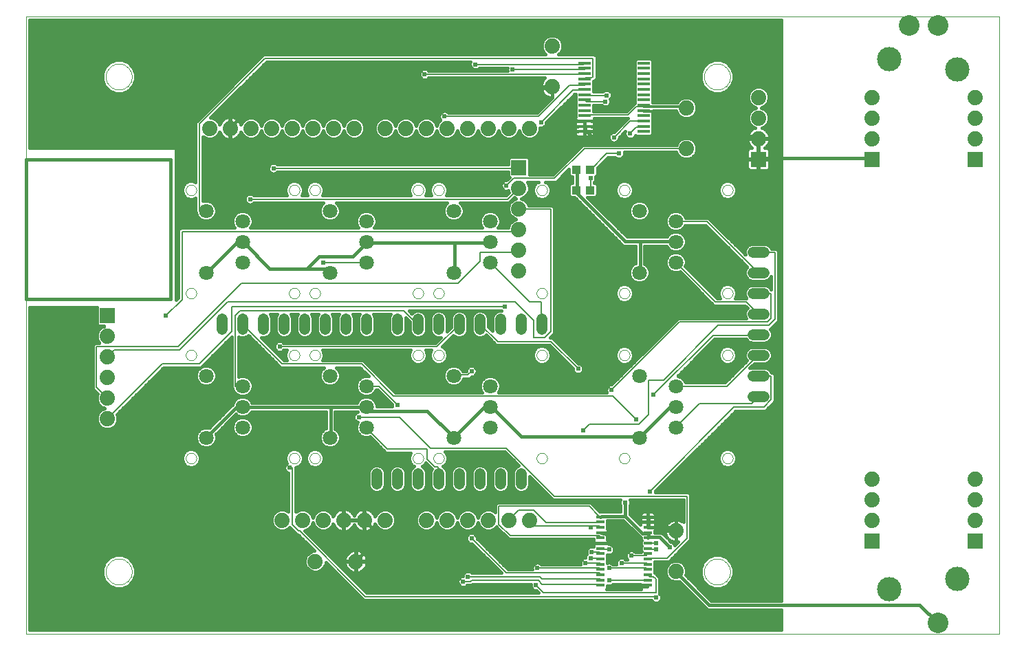
<source format=gbl>
G75*
G70*
%OFA0B0*%
%FSLAX24Y24*%
%IPPOS*%
%LPD*%
%AMOC8*
5,1,8,0,0,1.08239X$1,22.5*
%
%ADD10C,0.0000*%
%ADD11C,0.0160*%
%ADD12C,0.0709*%
%ADD13R,0.0390X0.0120*%
%ADD14R,0.0591X0.0157*%
%ADD15C,0.0740*%
%ADD16R,0.0433X0.0394*%
%ADD17C,0.1000*%
%ADD18C,0.1181*%
%ADD19R,0.0740X0.0740*%
%ADD20C,0.0520*%
%ADD21C,0.0240*%
%ADD22C,0.0060*%
%ADD23C,0.0120*%
%ADD24C,0.0080*%
D10*
X000180Y000180D02*
X000180Y016400D01*
X000180Y030101D01*
X047361Y030101D01*
X047361Y000180D01*
X000180Y000180D01*
X004050Y003180D02*
X004052Y003230D01*
X004058Y003280D01*
X004068Y003329D01*
X004082Y003377D01*
X004099Y003424D01*
X004120Y003469D01*
X004145Y003513D01*
X004173Y003554D01*
X004205Y003593D01*
X004239Y003630D01*
X004276Y003664D01*
X004316Y003694D01*
X004358Y003721D01*
X004402Y003745D01*
X004448Y003766D01*
X004495Y003782D01*
X004543Y003795D01*
X004593Y003804D01*
X004642Y003809D01*
X004693Y003810D01*
X004743Y003807D01*
X004792Y003800D01*
X004841Y003789D01*
X004889Y003774D01*
X004935Y003756D01*
X004980Y003734D01*
X005023Y003708D01*
X005064Y003679D01*
X005103Y003647D01*
X005139Y003612D01*
X005171Y003574D01*
X005201Y003534D01*
X005228Y003491D01*
X005251Y003447D01*
X005270Y003401D01*
X005286Y003353D01*
X005298Y003304D01*
X005306Y003255D01*
X005310Y003205D01*
X005310Y003155D01*
X005306Y003105D01*
X005298Y003056D01*
X005286Y003007D01*
X005270Y002959D01*
X005251Y002913D01*
X005228Y002869D01*
X005201Y002826D01*
X005171Y002786D01*
X005139Y002748D01*
X005103Y002713D01*
X005064Y002681D01*
X005023Y002652D01*
X004980Y002626D01*
X004935Y002604D01*
X004889Y002586D01*
X004841Y002571D01*
X004792Y002560D01*
X004743Y002553D01*
X004693Y002550D01*
X004642Y002551D01*
X004593Y002556D01*
X004543Y002565D01*
X004495Y002578D01*
X004448Y002594D01*
X004402Y002615D01*
X004358Y002639D01*
X004316Y002666D01*
X004276Y002696D01*
X004239Y002730D01*
X004205Y002767D01*
X004173Y002806D01*
X004145Y002847D01*
X004120Y002891D01*
X004099Y002936D01*
X004082Y002983D01*
X004068Y003031D01*
X004058Y003080D01*
X004052Y003130D01*
X004050Y003180D01*
X007924Y008680D02*
X007926Y008711D01*
X007932Y008742D01*
X007941Y008772D01*
X007954Y008801D01*
X007971Y008828D01*
X007991Y008852D01*
X008013Y008874D01*
X008039Y008893D01*
X008066Y008909D01*
X008095Y008921D01*
X008125Y008930D01*
X008156Y008935D01*
X008188Y008936D01*
X008219Y008933D01*
X008250Y008926D01*
X008280Y008916D01*
X008308Y008902D01*
X008334Y008884D01*
X008358Y008864D01*
X008379Y008840D01*
X008398Y008815D01*
X008413Y008787D01*
X008424Y008758D01*
X008432Y008727D01*
X008436Y008696D01*
X008436Y008664D01*
X008432Y008633D01*
X008424Y008602D01*
X008413Y008573D01*
X008398Y008545D01*
X008379Y008520D01*
X008358Y008496D01*
X008334Y008476D01*
X008308Y008458D01*
X008280Y008444D01*
X008250Y008434D01*
X008219Y008427D01*
X008188Y008424D01*
X008156Y008425D01*
X008125Y008430D01*
X008095Y008439D01*
X008066Y008451D01*
X008039Y008467D01*
X008013Y008486D01*
X007991Y008508D01*
X007971Y008532D01*
X007954Y008559D01*
X007941Y008588D01*
X007932Y008618D01*
X007926Y008649D01*
X007924Y008680D01*
X012924Y008680D02*
X012926Y008711D01*
X012932Y008742D01*
X012941Y008772D01*
X012954Y008801D01*
X012971Y008828D01*
X012991Y008852D01*
X013013Y008874D01*
X013039Y008893D01*
X013066Y008909D01*
X013095Y008921D01*
X013125Y008930D01*
X013156Y008935D01*
X013188Y008936D01*
X013219Y008933D01*
X013250Y008926D01*
X013280Y008916D01*
X013308Y008902D01*
X013334Y008884D01*
X013358Y008864D01*
X013379Y008840D01*
X013398Y008815D01*
X013413Y008787D01*
X013424Y008758D01*
X013432Y008727D01*
X013436Y008696D01*
X013436Y008664D01*
X013432Y008633D01*
X013424Y008602D01*
X013413Y008573D01*
X013398Y008545D01*
X013379Y008520D01*
X013358Y008496D01*
X013334Y008476D01*
X013308Y008458D01*
X013280Y008444D01*
X013250Y008434D01*
X013219Y008427D01*
X013188Y008424D01*
X013156Y008425D01*
X013125Y008430D01*
X013095Y008439D01*
X013066Y008451D01*
X013039Y008467D01*
X013013Y008486D01*
X012991Y008508D01*
X012971Y008532D01*
X012954Y008559D01*
X012941Y008588D01*
X012932Y008618D01*
X012926Y008649D01*
X012924Y008680D01*
X013924Y008680D02*
X013926Y008711D01*
X013932Y008742D01*
X013941Y008772D01*
X013954Y008801D01*
X013971Y008828D01*
X013991Y008852D01*
X014013Y008874D01*
X014039Y008893D01*
X014066Y008909D01*
X014095Y008921D01*
X014125Y008930D01*
X014156Y008935D01*
X014188Y008936D01*
X014219Y008933D01*
X014250Y008926D01*
X014280Y008916D01*
X014308Y008902D01*
X014334Y008884D01*
X014358Y008864D01*
X014379Y008840D01*
X014398Y008815D01*
X014413Y008787D01*
X014424Y008758D01*
X014432Y008727D01*
X014436Y008696D01*
X014436Y008664D01*
X014432Y008633D01*
X014424Y008602D01*
X014413Y008573D01*
X014398Y008545D01*
X014379Y008520D01*
X014358Y008496D01*
X014334Y008476D01*
X014308Y008458D01*
X014280Y008444D01*
X014250Y008434D01*
X014219Y008427D01*
X014188Y008424D01*
X014156Y008425D01*
X014125Y008430D01*
X014095Y008439D01*
X014066Y008451D01*
X014039Y008467D01*
X014013Y008486D01*
X013991Y008508D01*
X013971Y008532D01*
X013954Y008559D01*
X013941Y008588D01*
X013932Y008618D01*
X013926Y008649D01*
X013924Y008680D01*
X018924Y008680D02*
X018926Y008711D01*
X018932Y008742D01*
X018941Y008772D01*
X018954Y008801D01*
X018971Y008828D01*
X018991Y008852D01*
X019013Y008874D01*
X019039Y008893D01*
X019066Y008909D01*
X019095Y008921D01*
X019125Y008930D01*
X019156Y008935D01*
X019188Y008936D01*
X019219Y008933D01*
X019250Y008926D01*
X019280Y008916D01*
X019308Y008902D01*
X019334Y008884D01*
X019358Y008864D01*
X019379Y008840D01*
X019398Y008815D01*
X019413Y008787D01*
X019424Y008758D01*
X019432Y008727D01*
X019436Y008696D01*
X019436Y008664D01*
X019432Y008633D01*
X019424Y008602D01*
X019413Y008573D01*
X019398Y008545D01*
X019379Y008520D01*
X019358Y008496D01*
X019334Y008476D01*
X019308Y008458D01*
X019280Y008444D01*
X019250Y008434D01*
X019219Y008427D01*
X019188Y008424D01*
X019156Y008425D01*
X019125Y008430D01*
X019095Y008439D01*
X019066Y008451D01*
X019039Y008467D01*
X019013Y008486D01*
X018991Y008508D01*
X018971Y008532D01*
X018954Y008559D01*
X018941Y008588D01*
X018932Y008618D01*
X018926Y008649D01*
X018924Y008680D01*
X019924Y008680D02*
X019926Y008711D01*
X019932Y008742D01*
X019941Y008772D01*
X019954Y008801D01*
X019971Y008828D01*
X019991Y008852D01*
X020013Y008874D01*
X020039Y008893D01*
X020066Y008909D01*
X020095Y008921D01*
X020125Y008930D01*
X020156Y008935D01*
X020188Y008936D01*
X020219Y008933D01*
X020250Y008926D01*
X020280Y008916D01*
X020308Y008902D01*
X020334Y008884D01*
X020358Y008864D01*
X020379Y008840D01*
X020398Y008815D01*
X020413Y008787D01*
X020424Y008758D01*
X020432Y008727D01*
X020436Y008696D01*
X020436Y008664D01*
X020432Y008633D01*
X020424Y008602D01*
X020413Y008573D01*
X020398Y008545D01*
X020379Y008520D01*
X020358Y008496D01*
X020334Y008476D01*
X020308Y008458D01*
X020280Y008444D01*
X020250Y008434D01*
X020219Y008427D01*
X020188Y008424D01*
X020156Y008425D01*
X020125Y008430D01*
X020095Y008439D01*
X020066Y008451D01*
X020039Y008467D01*
X020013Y008486D01*
X019991Y008508D01*
X019971Y008532D01*
X019954Y008559D01*
X019941Y008588D01*
X019932Y008618D01*
X019926Y008649D01*
X019924Y008680D01*
X024924Y008680D02*
X024926Y008711D01*
X024932Y008742D01*
X024941Y008772D01*
X024954Y008801D01*
X024971Y008828D01*
X024991Y008852D01*
X025013Y008874D01*
X025039Y008893D01*
X025066Y008909D01*
X025095Y008921D01*
X025125Y008930D01*
X025156Y008935D01*
X025188Y008936D01*
X025219Y008933D01*
X025250Y008926D01*
X025280Y008916D01*
X025308Y008902D01*
X025334Y008884D01*
X025358Y008864D01*
X025379Y008840D01*
X025398Y008815D01*
X025413Y008787D01*
X025424Y008758D01*
X025432Y008727D01*
X025436Y008696D01*
X025436Y008664D01*
X025432Y008633D01*
X025424Y008602D01*
X025413Y008573D01*
X025398Y008545D01*
X025379Y008520D01*
X025358Y008496D01*
X025334Y008476D01*
X025308Y008458D01*
X025280Y008444D01*
X025250Y008434D01*
X025219Y008427D01*
X025188Y008424D01*
X025156Y008425D01*
X025125Y008430D01*
X025095Y008439D01*
X025066Y008451D01*
X025039Y008467D01*
X025013Y008486D01*
X024991Y008508D01*
X024971Y008532D01*
X024954Y008559D01*
X024941Y008588D01*
X024932Y008618D01*
X024926Y008649D01*
X024924Y008680D01*
X028924Y008680D02*
X028926Y008711D01*
X028932Y008742D01*
X028941Y008772D01*
X028954Y008801D01*
X028971Y008828D01*
X028991Y008852D01*
X029013Y008874D01*
X029039Y008893D01*
X029066Y008909D01*
X029095Y008921D01*
X029125Y008930D01*
X029156Y008935D01*
X029188Y008936D01*
X029219Y008933D01*
X029250Y008926D01*
X029280Y008916D01*
X029308Y008902D01*
X029334Y008884D01*
X029358Y008864D01*
X029379Y008840D01*
X029398Y008815D01*
X029413Y008787D01*
X029424Y008758D01*
X029432Y008727D01*
X029436Y008696D01*
X029436Y008664D01*
X029432Y008633D01*
X029424Y008602D01*
X029413Y008573D01*
X029398Y008545D01*
X029379Y008520D01*
X029358Y008496D01*
X029334Y008476D01*
X029308Y008458D01*
X029280Y008444D01*
X029250Y008434D01*
X029219Y008427D01*
X029188Y008424D01*
X029156Y008425D01*
X029125Y008430D01*
X029095Y008439D01*
X029066Y008451D01*
X029039Y008467D01*
X029013Y008486D01*
X028991Y008508D01*
X028971Y008532D01*
X028954Y008559D01*
X028941Y008588D01*
X028932Y008618D01*
X028926Y008649D01*
X028924Y008680D01*
X033924Y008680D02*
X033926Y008711D01*
X033932Y008742D01*
X033941Y008772D01*
X033954Y008801D01*
X033971Y008828D01*
X033991Y008852D01*
X034013Y008874D01*
X034039Y008893D01*
X034066Y008909D01*
X034095Y008921D01*
X034125Y008930D01*
X034156Y008935D01*
X034188Y008936D01*
X034219Y008933D01*
X034250Y008926D01*
X034280Y008916D01*
X034308Y008902D01*
X034334Y008884D01*
X034358Y008864D01*
X034379Y008840D01*
X034398Y008815D01*
X034413Y008787D01*
X034424Y008758D01*
X034432Y008727D01*
X034436Y008696D01*
X034436Y008664D01*
X034432Y008633D01*
X034424Y008602D01*
X034413Y008573D01*
X034398Y008545D01*
X034379Y008520D01*
X034358Y008496D01*
X034334Y008476D01*
X034308Y008458D01*
X034280Y008444D01*
X034250Y008434D01*
X034219Y008427D01*
X034188Y008424D01*
X034156Y008425D01*
X034125Y008430D01*
X034095Y008439D01*
X034066Y008451D01*
X034039Y008467D01*
X034013Y008486D01*
X033991Y008508D01*
X033971Y008532D01*
X033954Y008559D01*
X033941Y008588D01*
X033932Y008618D01*
X033926Y008649D01*
X033924Y008680D01*
X033924Y013680D02*
X033926Y013711D01*
X033932Y013742D01*
X033941Y013772D01*
X033954Y013801D01*
X033971Y013828D01*
X033991Y013852D01*
X034013Y013874D01*
X034039Y013893D01*
X034066Y013909D01*
X034095Y013921D01*
X034125Y013930D01*
X034156Y013935D01*
X034188Y013936D01*
X034219Y013933D01*
X034250Y013926D01*
X034280Y013916D01*
X034308Y013902D01*
X034334Y013884D01*
X034358Y013864D01*
X034379Y013840D01*
X034398Y013815D01*
X034413Y013787D01*
X034424Y013758D01*
X034432Y013727D01*
X034436Y013696D01*
X034436Y013664D01*
X034432Y013633D01*
X034424Y013602D01*
X034413Y013573D01*
X034398Y013545D01*
X034379Y013520D01*
X034358Y013496D01*
X034334Y013476D01*
X034308Y013458D01*
X034280Y013444D01*
X034250Y013434D01*
X034219Y013427D01*
X034188Y013424D01*
X034156Y013425D01*
X034125Y013430D01*
X034095Y013439D01*
X034066Y013451D01*
X034039Y013467D01*
X034013Y013486D01*
X033991Y013508D01*
X033971Y013532D01*
X033954Y013559D01*
X033941Y013588D01*
X033932Y013618D01*
X033926Y013649D01*
X033924Y013680D01*
X033924Y016680D02*
X033926Y016711D01*
X033932Y016742D01*
X033941Y016772D01*
X033954Y016801D01*
X033971Y016828D01*
X033991Y016852D01*
X034013Y016874D01*
X034039Y016893D01*
X034066Y016909D01*
X034095Y016921D01*
X034125Y016930D01*
X034156Y016935D01*
X034188Y016936D01*
X034219Y016933D01*
X034250Y016926D01*
X034280Y016916D01*
X034308Y016902D01*
X034334Y016884D01*
X034358Y016864D01*
X034379Y016840D01*
X034398Y016815D01*
X034413Y016787D01*
X034424Y016758D01*
X034432Y016727D01*
X034436Y016696D01*
X034436Y016664D01*
X034432Y016633D01*
X034424Y016602D01*
X034413Y016573D01*
X034398Y016545D01*
X034379Y016520D01*
X034358Y016496D01*
X034334Y016476D01*
X034308Y016458D01*
X034280Y016444D01*
X034250Y016434D01*
X034219Y016427D01*
X034188Y016424D01*
X034156Y016425D01*
X034125Y016430D01*
X034095Y016439D01*
X034066Y016451D01*
X034039Y016467D01*
X034013Y016486D01*
X033991Y016508D01*
X033971Y016532D01*
X033954Y016559D01*
X033941Y016588D01*
X033932Y016618D01*
X033926Y016649D01*
X033924Y016680D01*
X028924Y016680D02*
X028926Y016711D01*
X028932Y016742D01*
X028941Y016772D01*
X028954Y016801D01*
X028971Y016828D01*
X028991Y016852D01*
X029013Y016874D01*
X029039Y016893D01*
X029066Y016909D01*
X029095Y016921D01*
X029125Y016930D01*
X029156Y016935D01*
X029188Y016936D01*
X029219Y016933D01*
X029250Y016926D01*
X029280Y016916D01*
X029308Y016902D01*
X029334Y016884D01*
X029358Y016864D01*
X029379Y016840D01*
X029398Y016815D01*
X029413Y016787D01*
X029424Y016758D01*
X029432Y016727D01*
X029436Y016696D01*
X029436Y016664D01*
X029432Y016633D01*
X029424Y016602D01*
X029413Y016573D01*
X029398Y016545D01*
X029379Y016520D01*
X029358Y016496D01*
X029334Y016476D01*
X029308Y016458D01*
X029280Y016444D01*
X029250Y016434D01*
X029219Y016427D01*
X029188Y016424D01*
X029156Y016425D01*
X029125Y016430D01*
X029095Y016439D01*
X029066Y016451D01*
X029039Y016467D01*
X029013Y016486D01*
X028991Y016508D01*
X028971Y016532D01*
X028954Y016559D01*
X028941Y016588D01*
X028932Y016618D01*
X028926Y016649D01*
X028924Y016680D01*
X024924Y016680D02*
X024926Y016711D01*
X024932Y016742D01*
X024941Y016772D01*
X024954Y016801D01*
X024971Y016828D01*
X024991Y016852D01*
X025013Y016874D01*
X025039Y016893D01*
X025066Y016909D01*
X025095Y016921D01*
X025125Y016930D01*
X025156Y016935D01*
X025188Y016936D01*
X025219Y016933D01*
X025250Y016926D01*
X025280Y016916D01*
X025308Y016902D01*
X025334Y016884D01*
X025358Y016864D01*
X025379Y016840D01*
X025398Y016815D01*
X025413Y016787D01*
X025424Y016758D01*
X025432Y016727D01*
X025436Y016696D01*
X025436Y016664D01*
X025432Y016633D01*
X025424Y016602D01*
X025413Y016573D01*
X025398Y016545D01*
X025379Y016520D01*
X025358Y016496D01*
X025334Y016476D01*
X025308Y016458D01*
X025280Y016444D01*
X025250Y016434D01*
X025219Y016427D01*
X025188Y016424D01*
X025156Y016425D01*
X025125Y016430D01*
X025095Y016439D01*
X025066Y016451D01*
X025039Y016467D01*
X025013Y016486D01*
X024991Y016508D01*
X024971Y016532D01*
X024954Y016559D01*
X024941Y016588D01*
X024932Y016618D01*
X024926Y016649D01*
X024924Y016680D01*
X024924Y013680D02*
X024926Y013711D01*
X024932Y013742D01*
X024941Y013772D01*
X024954Y013801D01*
X024971Y013828D01*
X024991Y013852D01*
X025013Y013874D01*
X025039Y013893D01*
X025066Y013909D01*
X025095Y013921D01*
X025125Y013930D01*
X025156Y013935D01*
X025188Y013936D01*
X025219Y013933D01*
X025250Y013926D01*
X025280Y013916D01*
X025308Y013902D01*
X025334Y013884D01*
X025358Y013864D01*
X025379Y013840D01*
X025398Y013815D01*
X025413Y013787D01*
X025424Y013758D01*
X025432Y013727D01*
X025436Y013696D01*
X025436Y013664D01*
X025432Y013633D01*
X025424Y013602D01*
X025413Y013573D01*
X025398Y013545D01*
X025379Y013520D01*
X025358Y013496D01*
X025334Y013476D01*
X025308Y013458D01*
X025280Y013444D01*
X025250Y013434D01*
X025219Y013427D01*
X025188Y013424D01*
X025156Y013425D01*
X025125Y013430D01*
X025095Y013439D01*
X025066Y013451D01*
X025039Y013467D01*
X025013Y013486D01*
X024991Y013508D01*
X024971Y013532D01*
X024954Y013559D01*
X024941Y013588D01*
X024932Y013618D01*
X024926Y013649D01*
X024924Y013680D01*
X028924Y013680D02*
X028926Y013711D01*
X028932Y013742D01*
X028941Y013772D01*
X028954Y013801D01*
X028971Y013828D01*
X028991Y013852D01*
X029013Y013874D01*
X029039Y013893D01*
X029066Y013909D01*
X029095Y013921D01*
X029125Y013930D01*
X029156Y013935D01*
X029188Y013936D01*
X029219Y013933D01*
X029250Y013926D01*
X029280Y013916D01*
X029308Y013902D01*
X029334Y013884D01*
X029358Y013864D01*
X029379Y013840D01*
X029398Y013815D01*
X029413Y013787D01*
X029424Y013758D01*
X029432Y013727D01*
X029436Y013696D01*
X029436Y013664D01*
X029432Y013633D01*
X029424Y013602D01*
X029413Y013573D01*
X029398Y013545D01*
X029379Y013520D01*
X029358Y013496D01*
X029334Y013476D01*
X029308Y013458D01*
X029280Y013444D01*
X029250Y013434D01*
X029219Y013427D01*
X029188Y013424D01*
X029156Y013425D01*
X029125Y013430D01*
X029095Y013439D01*
X029066Y013451D01*
X029039Y013467D01*
X029013Y013486D01*
X028991Y013508D01*
X028971Y013532D01*
X028954Y013559D01*
X028941Y013588D01*
X028932Y013618D01*
X028926Y013649D01*
X028924Y013680D01*
X019924Y013680D02*
X019926Y013711D01*
X019932Y013742D01*
X019941Y013772D01*
X019954Y013801D01*
X019971Y013828D01*
X019991Y013852D01*
X020013Y013874D01*
X020039Y013893D01*
X020066Y013909D01*
X020095Y013921D01*
X020125Y013930D01*
X020156Y013935D01*
X020188Y013936D01*
X020219Y013933D01*
X020250Y013926D01*
X020280Y013916D01*
X020308Y013902D01*
X020334Y013884D01*
X020358Y013864D01*
X020379Y013840D01*
X020398Y013815D01*
X020413Y013787D01*
X020424Y013758D01*
X020432Y013727D01*
X020436Y013696D01*
X020436Y013664D01*
X020432Y013633D01*
X020424Y013602D01*
X020413Y013573D01*
X020398Y013545D01*
X020379Y013520D01*
X020358Y013496D01*
X020334Y013476D01*
X020308Y013458D01*
X020280Y013444D01*
X020250Y013434D01*
X020219Y013427D01*
X020188Y013424D01*
X020156Y013425D01*
X020125Y013430D01*
X020095Y013439D01*
X020066Y013451D01*
X020039Y013467D01*
X020013Y013486D01*
X019991Y013508D01*
X019971Y013532D01*
X019954Y013559D01*
X019941Y013588D01*
X019932Y013618D01*
X019926Y013649D01*
X019924Y013680D01*
X018924Y013680D02*
X018926Y013711D01*
X018932Y013742D01*
X018941Y013772D01*
X018954Y013801D01*
X018971Y013828D01*
X018991Y013852D01*
X019013Y013874D01*
X019039Y013893D01*
X019066Y013909D01*
X019095Y013921D01*
X019125Y013930D01*
X019156Y013935D01*
X019188Y013936D01*
X019219Y013933D01*
X019250Y013926D01*
X019280Y013916D01*
X019308Y013902D01*
X019334Y013884D01*
X019358Y013864D01*
X019379Y013840D01*
X019398Y013815D01*
X019413Y013787D01*
X019424Y013758D01*
X019432Y013727D01*
X019436Y013696D01*
X019436Y013664D01*
X019432Y013633D01*
X019424Y013602D01*
X019413Y013573D01*
X019398Y013545D01*
X019379Y013520D01*
X019358Y013496D01*
X019334Y013476D01*
X019308Y013458D01*
X019280Y013444D01*
X019250Y013434D01*
X019219Y013427D01*
X019188Y013424D01*
X019156Y013425D01*
X019125Y013430D01*
X019095Y013439D01*
X019066Y013451D01*
X019039Y013467D01*
X019013Y013486D01*
X018991Y013508D01*
X018971Y013532D01*
X018954Y013559D01*
X018941Y013588D01*
X018932Y013618D01*
X018926Y013649D01*
X018924Y013680D01*
X018924Y016680D02*
X018926Y016711D01*
X018932Y016742D01*
X018941Y016772D01*
X018954Y016801D01*
X018971Y016828D01*
X018991Y016852D01*
X019013Y016874D01*
X019039Y016893D01*
X019066Y016909D01*
X019095Y016921D01*
X019125Y016930D01*
X019156Y016935D01*
X019188Y016936D01*
X019219Y016933D01*
X019250Y016926D01*
X019280Y016916D01*
X019308Y016902D01*
X019334Y016884D01*
X019358Y016864D01*
X019379Y016840D01*
X019398Y016815D01*
X019413Y016787D01*
X019424Y016758D01*
X019432Y016727D01*
X019436Y016696D01*
X019436Y016664D01*
X019432Y016633D01*
X019424Y016602D01*
X019413Y016573D01*
X019398Y016545D01*
X019379Y016520D01*
X019358Y016496D01*
X019334Y016476D01*
X019308Y016458D01*
X019280Y016444D01*
X019250Y016434D01*
X019219Y016427D01*
X019188Y016424D01*
X019156Y016425D01*
X019125Y016430D01*
X019095Y016439D01*
X019066Y016451D01*
X019039Y016467D01*
X019013Y016486D01*
X018991Y016508D01*
X018971Y016532D01*
X018954Y016559D01*
X018941Y016588D01*
X018932Y016618D01*
X018926Y016649D01*
X018924Y016680D01*
X019924Y016680D02*
X019926Y016711D01*
X019932Y016742D01*
X019941Y016772D01*
X019954Y016801D01*
X019971Y016828D01*
X019991Y016852D01*
X020013Y016874D01*
X020039Y016893D01*
X020066Y016909D01*
X020095Y016921D01*
X020125Y016930D01*
X020156Y016935D01*
X020188Y016936D01*
X020219Y016933D01*
X020250Y016926D01*
X020280Y016916D01*
X020308Y016902D01*
X020334Y016884D01*
X020358Y016864D01*
X020379Y016840D01*
X020398Y016815D01*
X020413Y016787D01*
X020424Y016758D01*
X020432Y016727D01*
X020436Y016696D01*
X020436Y016664D01*
X020432Y016633D01*
X020424Y016602D01*
X020413Y016573D01*
X020398Y016545D01*
X020379Y016520D01*
X020358Y016496D01*
X020334Y016476D01*
X020308Y016458D01*
X020280Y016444D01*
X020250Y016434D01*
X020219Y016427D01*
X020188Y016424D01*
X020156Y016425D01*
X020125Y016430D01*
X020095Y016439D01*
X020066Y016451D01*
X020039Y016467D01*
X020013Y016486D01*
X019991Y016508D01*
X019971Y016532D01*
X019954Y016559D01*
X019941Y016588D01*
X019932Y016618D01*
X019926Y016649D01*
X019924Y016680D01*
X013924Y016680D02*
X013926Y016711D01*
X013932Y016742D01*
X013941Y016772D01*
X013954Y016801D01*
X013971Y016828D01*
X013991Y016852D01*
X014013Y016874D01*
X014039Y016893D01*
X014066Y016909D01*
X014095Y016921D01*
X014125Y016930D01*
X014156Y016935D01*
X014188Y016936D01*
X014219Y016933D01*
X014250Y016926D01*
X014280Y016916D01*
X014308Y016902D01*
X014334Y016884D01*
X014358Y016864D01*
X014379Y016840D01*
X014398Y016815D01*
X014413Y016787D01*
X014424Y016758D01*
X014432Y016727D01*
X014436Y016696D01*
X014436Y016664D01*
X014432Y016633D01*
X014424Y016602D01*
X014413Y016573D01*
X014398Y016545D01*
X014379Y016520D01*
X014358Y016496D01*
X014334Y016476D01*
X014308Y016458D01*
X014280Y016444D01*
X014250Y016434D01*
X014219Y016427D01*
X014188Y016424D01*
X014156Y016425D01*
X014125Y016430D01*
X014095Y016439D01*
X014066Y016451D01*
X014039Y016467D01*
X014013Y016486D01*
X013991Y016508D01*
X013971Y016532D01*
X013954Y016559D01*
X013941Y016588D01*
X013932Y016618D01*
X013926Y016649D01*
X013924Y016680D01*
X012924Y016680D02*
X012926Y016711D01*
X012932Y016742D01*
X012941Y016772D01*
X012954Y016801D01*
X012971Y016828D01*
X012991Y016852D01*
X013013Y016874D01*
X013039Y016893D01*
X013066Y016909D01*
X013095Y016921D01*
X013125Y016930D01*
X013156Y016935D01*
X013188Y016936D01*
X013219Y016933D01*
X013250Y016926D01*
X013280Y016916D01*
X013308Y016902D01*
X013334Y016884D01*
X013358Y016864D01*
X013379Y016840D01*
X013398Y016815D01*
X013413Y016787D01*
X013424Y016758D01*
X013432Y016727D01*
X013436Y016696D01*
X013436Y016664D01*
X013432Y016633D01*
X013424Y016602D01*
X013413Y016573D01*
X013398Y016545D01*
X013379Y016520D01*
X013358Y016496D01*
X013334Y016476D01*
X013308Y016458D01*
X013280Y016444D01*
X013250Y016434D01*
X013219Y016427D01*
X013188Y016424D01*
X013156Y016425D01*
X013125Y016430D01*
X013095Y016439D01*
X013066Y016451D01*
X013039Y016467D01*
X013013Y016486D01*
X012991Y016508D01*
X012971Y016532D01*
X012954Y016559D01*
X012941Y016588D01*
X012932Y016618D01*
X012926Y016649D01*
X012924Y016680D01*
X012924Y013680D02*
X012926Y013711D01*
X012932Y013742D01*
X012941Y013772D01*
X012954Y013801D01*
X012971Y013828D01*
X012991Y013852D01*
X013013Y013874D01*
X013039Y013893D01*
X013066Y013909D01*
X013095Y013921D01*
X013125Y013930D01*
X013156Y013935D01*
X013188Y013936D01*
X013219Y013933D01*
X013250Y013926D01*
X013280Y013916D01*
X013308Y013902D01*
X013334Y013884D01*
X013358Y013864D01*
X013379Y013840D01*
X013398Y013815D01*
X013413Y013787D01*
X013424Y013758D01*
X013432Y013727D01*
X013436Y013696D01*
X013436Y013664D01*
X013432Y013633D01*
X013424Y013602D01*
X013413Y013573D01*
X013398Y013545D01*
X013379Y013520D01*
X013358Y013496D01*
X013334Y013476D01*
X013308Y013458D01*
X013280Y013444D01*
X013250Y013434D01*
X013219Y013427D01*
X013188Y013424D01*
X013156Y013425D01*
X013125Y013430D01*
X013095Y013439D01*
X013066Y013451D01*
X013039Y013467D01*
X013013Y013486D01*
X012991Y013508D01*
X012971Y013532D01*
X012954Y013559D01*
X012941Y013588D01*
X012932Y013618D01*
X012926Y013649D01*
X012924Y013680D01*
X013924Y013680D02*
X013926Y013711D01*
X013932Y013742D01*
X013941Y013772D01*
X013954Y013801D01*
X013971Y013828D01*
X013991Y013852D01*
X014013Y013874D01*
X014039Y013893D01*
X014066Y013909D01*
X014095Y013921D01*
X014125Y013930D01*
X014156Y013935D01*
X014188Y013936D01*
X014219Y013933D01*
X014250Y013926D01*
X014280Y013916D01*
X014308Y013902D01*
X014334Y013884D01*
X014358Y013864D01*
X014379Y013840D01*
X014398Y013815D01*
X014413Y013787D01*
X014424Y013758D01*
X014432Y013727D01*
X014436Y013696D01*
X014436Y013664D01*
X014432Y013633D01*
X014424Y013602D01*
X014413Y013573D01*
X014398Y013545D01*
X014379Y013520D01*
X014358Y013496D01*
X014334Y013476D01*
X014308Y013458D01*
X014280Y013444D01*
X014250Y013434D01*
X014219Y013427D01*
X014188Y013424D01*
X014156Y013425D01*
X014125Y013430D01*
X014095Y013439D01*
X014066Y013451D01*
X014039Y013467D01*
X014013Y013486D01*
X013991Y013508D01*
X013971Y013532D01*
X013954Y013559D01*
X013941Y013588D01*
X013932Y013618D01*
X013926Y013649D01*
X013924Y013680D01*
X007924Y013680D02*
X007926Y013711D01*
X007932Y013742D01*
X007941Y013772D01*
X007954Y013801D01*
X007971Y013828D01*
X007991Y013852D01*
X008013Y013874D01*
X008039Y013893D01*
X008066Y013909D01*
X008095Y013921D01*
X008125Y013930D01*
X008156Y013935D01*
X008188Y013936D01*
X008219Y013933D01*
X008250Y013926D01*
X008280Y013916D01*
X008308Y013902D01*
X008334Y013884D01*
X008358Y013864D01*
X008379Y013840D01*
X008398Y013815D01*
X008413Y013787D01*
X008424Y013758D01*
X008432Y013727D01*
X008436Y013696D01*
X008436Y013664D01*
X008432Y013633D01*
X008424Y013602D01*
X008413Y013573D01*
X008398Y013545D01*
X008379Y013520D01*
X008358Y013496D01*
X008334Y013476D01*
X008308Y013458D01*
X008280Y013444D01*
X008250Y013434D01*
X008219Y013427D01*
X008188Y013424D01*
X008156Y013425D01*
X008125Y013430D01*
X008095Y013439D01*
X008066Y013451D01*
X008039Y013467D01*
X008013Y013486D01*
X007991Y013508D01*
X007971Y013532D01*
X007954Y013559D01*
X007941Y013588D01*
X007932Y013618D01*
X007926Y013649D01*
X007924Y013680D01*
X007924Y016680D02*
X007926Y016711D01*
X007932Y016742D01*
X007941Y016772D01*
X007954Y016801D01*
X007971Y016828D01*
X007991Y016852D01*
X008013Y016874D01*
X008039Y016893D01*
X008066Y016909D01*
X008095Y016921D01*
X008125Y016930D01*
X008156Y016935D01*
X008188Y016936D01*
X008219Y016933D01*
X008250Y016926D01*
X008280Y016916D01*
X008308Y016902D01*
X008334Y016884D01*
X008358Y016864D01*
X008379Y016840D01*
X008398Y016815D01*
X008413Y016787D01*
X008424Y016758D01*
X008432Y016727D01*
X008436Y016696D01*
X008436Y016664D01*
X008432Y016633D01*
X008424Y016602D01*
X008413Y016573D01*
X008398Y016545D01*
X008379Y016520D01*
X008358Y016496D01*
X008334Y016476D01*
X008308Y016458D01*
X008280Y016444D01*
X008250Y016434D01*
X008219Y016427D01*
X008188Y016424D01*
X008156Y016425D01*
X008125Y016430D01*
X008095Y016439D01*
X008066Y016451D01*
X008039Y016467D01*
X008013Y016486D01*
X007991Y016508D01*
X007971Y016532D01*
X007954Y016559D01*
X007941Y016588D01*
X007932Y016618D01*
X007926Y016649D01*
X007924Y016680D01*
X007924Y021680D02*
X007926Y021711D01*
X007932Y021742D01*
X007941Y021772D01*
X007954Y021801D01*
X007971Y021828D01*
X007991Y021852D01*
X008013Y021874D01*
X008039Y021893D01*
X008066Y021909D01*
X008095Y021921D01*
X008125Y021930D01*
X008156Y021935D01*
X008188Y021936D01*
X008219Y021933D01*
X008250Y021926D01*
X008280Y021916D01*
X008308Y021902D01*
X008334Y021884D01*
X008358Y021864D01*
X008379Y021840D01*
X008398Y021815D01*
X008413Y021787D01*
X008424Y021758D01*
X008432Y021727D01*
X008436Y021696D01*
X008436Y021664D01*
X008432Y021633D01*
X008424Y021602D01*
X008413Y021573D01*
X008398Y021545D01*
X008379Y021520D01*
X008358Y021496D01*
X008334Y021476D01*
X008308Y021458D01*
X008280Y021444D01*
X008250Y021434D01*
X008219Y021427D01*
X008188Y021424D01*
X008156Y021425D01*
X008125Y021430D01*
X008095Y021439D01*
X008066Y021451D01*
X008039Y021467D01*
X008013Y021486D01*
X007991Y021508D01*
X007971Y021532D01*
X007954Y021559D01*
X007941Y021588D01*
X007932Y021618D01*
X007926Y021649D01*
X007924Y021680D01*
X012924Y021680D02*
X012926Y021711D01*
X012932Y021742D01*
X012941Y021772D01*
X012954Y021801D01*
X012971Y021828D01*
X012991Y021852D01*
X013013Y021874D01*
X013039Y021893D01*
X013066Y021909D01*
X013095Y021921D01*
X013125Y021930D01*
X013156Y021935D01*
X013188Y021936D01*
X013219Y021933D01*
X013250Y021926D01*
X013280Y021916D01*
X013308Y021902D01*
X013334Y021884D01*
X013358Y021864D01*
X013379Y021840D01*
X013398Y021815D01*
X013413Y021787D01*
X013424Y021758D01*
X013432Y021727D01*
X013436Y021696D01*
X013436Y021664D01*
X013432Y021633D01*
X013424Y021602D01*
X013413Y021573D01*
X013398Y021545D01*
X013379Y021520D01*
X013358Y021496D01*
X013334Y021476D01*
X013308Y021458D01*
X013280Y021444D01*
X013250Y021434D01*
X013219Y021427D01*
X013188Y021424D01*
X013156Y021425D01*
X013125Y021430D01*
X013095Y021439D01*
X013066Y021451D01*
X013039Y021467D01*
X013013Y021486D01*
X012991Y021508D01*
X012971Y021532D01*
X012954Y021559D01*
X012941Y021588D01*
X012932Y021618D01*
X012926Y021649D01*
X012924Y021680D01*
X013924Y021680D02*
X013926Y021711D01*
X013932Y021742D01*
X013941Y021772D01*
X013954Y021801D01*
X013971Y021828D01*
X013991Y021852D01*
X014013Y021874D01*
X014039Y021893D01*
X014066Y021909D01*
X014095Y021921D01*
X014125Y021930D01*
X014156Y021935D01*
X014188Y021936D01*
X014219Y021933D01*
X014250Y021926D01*
X014280Y021916D01*
X014308Y021902D01*
X014334Y021884D01*
X014358Y021864D01*
X014379Y021840D01*
X014398Y021815D01*
X014413Y021787D01*
X014424Y021758D01*
X014432Y021727D01*
X014436Y021696D01*
X014436Y021664D01*
X014432Y021633D01*
X014424Y021602D01*
X014413Y021573D01*
X014398Y021545D01*
X014379Y021520D01*
X014358Y021496D01*
X014334Y021476D01*
X014308Y021458D01*
X014280Y021444D01*
X014250Y021434D01*
X014219Y021427D01*
X014188Y021424D01*
X014156Y021425D01*
X014125Y021430D01*
X014095Y021439D01*
X014066Y021451D01*
X014039Y021467D01*
X014013Y021486D01*
X013991Y021508D01*
X013971Y021532D01*
X013954Y021559D01*
X013941Y021588D01*
X013932Y021618D01*
X013926Y021649D01*
X013924Y021680D01*
X018924Y021680D02*
X018926Y021711D01*
X018932Y021742D01*
X018941Y021772D01*
X018954Y021801D01*
X018971Y021828D01*
X018991Y021852D01*
X019013Y021874D01*
X019039Y021893D01*
X019066Y021909D01*
X019095Y021921D01*
X019125Y021930D01*
X019156Y021935D01*
X019188Y021936D01*
X019219Y021933D01*
X019250Y021926D01*
X019280Y021916D01*
X019308Y021902D01*
X019334Y021884D01*
X019358Y021864D01*
X019379Y021840D01*
X019398Y021815D01*
X019413Y021787D01*
X019424Y021758D01*
X019432Y021727D01*
X019436Y021696D01*
X019436Y021664D01*
X019432Y021633D01*
X019424Y021602D01*
X019413Y021573D01*
X019398Y021545D01*
X019379Y021520D01*
X019358Y021496D01*
X019334Y021476D01*
X019308Y021458D01*
X019280Y021444D01*
X019250Y021434D01*
X019219Y021427D01*
X019188Y021424D01*
X019156Y021425D01*
X019125Y021430D01*
X019095Y021439D01*
X019066Y021451D01*
X019039Y021467D01*
X019013Y021486D01*
X018991Y021508D01*
X018971Y021532D01*
X018954Y021559D01*
X018941Y021588D01*
X018932Y021618D01*
X018926Y021649D01*
X018924Y021680D01*
X019924Y021680D02*
X019926Y021711D01*
X019932Y021742D01*
X019941Y021772D01*
X019954Y021801D01*
X019971Y021828D01*
X019991Y021852D01*
X020013Y021874D01*
X020039Y021893D01*
X020066Y021909D01*
X020095Y021921D01*
X020125Y021930D01*
X020156Y021935D01*
X020188Y021936D01*
X020219Y021933D01*
X020250Y021926D01*
X020280Y021916D01*
X020308Y021902D01*
X020334Y021884D01*
X020358Y021864D01*
X020379Y021840D01*
X020398Y021815D01*
X020413Y021787D01*
X020424Y021758D01*
X020432Y021727D01*
X020436Y021696D01*
X020436Y021664D01*
X020432Y021633D01*
X020424Y021602D01*
X020413Y021573D01*
X020398Y021545D01*
X020379Y021520D01*
X020358Y021496D01*
X020334Y021476D01*
X020308Y021458D01*
X020280Y021444D01*
X020250Y021434D01*
X020219Y021427D01*
X020188Y021424D01*
X020156Y021425D01*
X020125Y021430D01*
X020095Y021439D01*
X020066Y021451D01*
X020039Y021467D01*
X020013Y021486D01*
X019991Y021508D01*
X019971Y021532D01*
X019954Y021559D01*
X019941Y021588D01*
X019932Y021618D01*
X019926Y021649D01*
X019924Y021680D01*
X024924Y021680D02*
X024926Y021711D01*
X024932Y021742D01*
X024941Y021772D01*
X024954Y021801D01*
X024971Y021828D01*
X024991Y021852D01*
X025013Y021874D01*
X025039Y021893D01*
X025066Y021909D01*
X025095Y021921D01*
X025125Y021930D01*
X025156Y021935D01*
X025188Y021936D01*
X025219Y021933D01*
X025250Y021926D01*
X025280Y021916D01*
X025308Y021902D01*
X025334Y021884D01*
X025358Y021864D01*
X025379Y021840D01*
X025398Y021815D01*
X025413Y021787D01*
X025424Y021758D01*
X025432Y021727D01*
X025436Y021696D01*
X025436Y021664D01*
X025432Y021633D01*
X025424Y021602D01*
X025413Y021573D01*
X025398Y021545D01*
X025379Y021520D01*
X025358Y021496D01*
X025334Y021476D01*
X025308Y021458D01*
X025280Y021444D01*
X025250Y021434D01*
X025219Y021427D01*
X025188Y021424D01*
X025156Y021425D01*
X025125Y021430D01*
X025095Y021439D01*
X025066Y021451D01*
X025039Y021467D01*
X025013Y021486D01*
X024991Y021508D01*
X024971Y021532D01*
X024954Y021559D01*
X024941Y021588D01*
X024932Y021618D01*
X024926Y021649D01*
X024924Y021680D01*
X028924Y021680D02*
X028926Y021711D01*
X028932Y021742D01*
X028941Y021772D01*
X028954Y021801D01*
X028971Y021828D01*
X028991Y021852D01*
X029013Y021874D01*
X029039Y021893D01*
X029066Y021909D01*
X029095Y021921D01*
X029125Y021930D01*
X029156Y021935D01*
X029188Y021936D01*
X029219Y021933D01*
X029250Y021926D01*
X029280Y021916D01*
X029308Y021902D01*
X029334Y021884D01*
X029358Y021864D01*
X029379Y021840D01*
X029398Y021815D01*
X029413Y021787D01*
X029424Y021758D01*
X029432Y021727D01*
X029436Y021696D01*
X029436Y021664D01*
X029432Y021633D01*
X029424Y021602D01*
X029413Y021573D01*
X029398Y021545D01*
X029379Y021520D01*
X029358Y021496D01*
X029334Y021476D01*
X029308Y021458D01*
X029280Y021444D01*
X029250Y021434D01*
X029219Y021427D01*
X029188Y021424D01*
X029156Y021425D01*
X029125Y021430D01*
X029095Y021439D01*
X029066Y021451D01*
X029039Y021467D01*
X029013Y021486D01*
X028991Y021508D01*
X028971Y021532D01*
X028954Y021559D01*
X028941Y021588D01*
X028932Y021618D01*
X028926Y021649D01*
X028924Y021680D01*
X033924Y021680D02*
X033926Y021711D01*
X033932Y021742D01*
X033941Y021772D01*
X033954Y021801D01*
X033971Y021828D01*
X033991Y021852D01*
X034013Y021874D01*
X034039Y021893D01*
X034066Y021909D01*
X034095Y021921D01*
X034125Y021930D01*
X034156Y021935D01*
X034188Y021936D01*
X034219Y021933D01*
X034250Y021926D01*
X034280Y021916D01*
X034308Y021902D01*
X034334Y021884D01*
X034358Y021864D01*
X034379Y021840D01*
X034398Y021815D01*
X034413Y021787D01*
X034424Y021758D01*
X034432Y021727D01*
X034436Y021696D01*
X034436Y021664D01*
X034432Y021633D01*
X034424Y021602D01*
X034413Y021573D01*
X034398Y021545D01*
X034379Y021520D01*
X034358Y021496D01*
X034334Y021476D01*
X034308Y021458D01*
X034280Y021444D01*
X034250Y021434D01*
X034219Y021427D01*
X034188Y021424D01*
X034156Y021425D01*
X034125Y021430D01*
X034095Y021439D01*
X034066Y021451D01*
X034039Y021467D01*
X034013Y021486D01*
X033991Y021508D01*
X033971Y021532D01*
X033954Y021559D01*
X033941Y021588D01*
X033932Y021618D01*
X033926Y021649D01*
X033924Y021680D01*
X033050Y027180D02*
X033052Y027230D01*
X033058Y027280D01*
X033068Y027329D01*
X033082Y027377D01*
X033099Y027424D01*
X033120Y027469D01*
X033145Y027513D01*
X033173Y027554D01*
X033205Y027593D01*
X033239Y027630D01*
X033276Y027664D01*
X033316Y027694D01*
X033358Y027721D01*
X033402Y027745D01*
X033448Y027766D01*
X033495Y027782D01*
X033543Y027795D01*
X033593Y027804D01*
X033642Y027809D01*
X033693Y027810D01*
X033743Y027807D01*
X033792Y027800D01*
X033841Y027789D01*
X033889Y027774D01*
X033935Y027756D01*
X033980Y027734D01*
X034023Y027708D01*
X034064Y027679D01*
X034103Y027647D01*
X034139Y027612D01*
X034171Y027574D01*
X034201Y027534D01*
X034228Y027491D01*
X034251Y027447D01*
X034270Y027401D01*
X034286Y027353D01*
X034298Y027304D01*
X034306Y027255D01*
X034310Y027205D01*
X034310Y027155D01*
X034306Y027105D01*
X034298Y027056D01*
X034286Y027007D01*
X034270Y026959D01*
X034251Y026913D01*
X034228Y026869D01*
X034201Y026826D01*
X034171Y026786D01*
X034139Y026748D01*
X034103Y026713D01*
X034064Y026681D01*
X034023Y026652D01*
X033980Y026626D01*
X033935Y026604D01*
X033889Y026586D01*
X033841Y026571D01*
X033792Y026560D01*
X033743Y026553D01*
X033693Y026550D01*
X033642Y026551D01*
X033593Y026556D01*
X033543Y026565D01*
X033495Y026578D01*
X033448Y026594D01*
X033402Y026615D01*
X033358Y026639D01*
X033316Y026666D01*
X033276Y026696D01*
X033239Y026730D01*
X033205Y026767D01*
X033173Y026806D01*
X033145Y026847D01*
X033120Y026891D01*
X033099Y026936D01*
X033082Y026983D01*
X033068Y027031D01*
X033058Y027080D01*
X033052Y027130D01*
X033050Y027180D01*
X004050Y027180D02*
X004052Y027230D01*
X004058Y027280D01*
X004068Y027329D01*
X004082Y027377D01*
X004099Y027424D01*
X004120Y027469D01*
X004145Y027513D01*
X004173Y027554D01*
X004205Y027593D01*
X004239Y027630D01*
X004276Y027664D01*
X004316Y027694D01*
X004358Y027721D01*
X004402Y027745D01*
X004448Y027766D01*
X004495Y027782D01*
X004543Y027795D01*
X004593Y027804D01*
X004642Y027809D01*
X004693Y027810D01*
X004743Y027807D01*
X004792Y027800D01*
X004841Y027789D01*
X004889Y027774D01*
X004935Y027756D01*
X004980Y027734D01*
X005023Y027708D01*
X005064Y027679D01*
X005103Y027647D01*
X005139Y027612D01*
X005171Y027574D01*
X005201Y027534D01*
X005228Y027491D01*
X005251Y027447D01*
X005270Y027401D01*
X005286Y027353D01*
X005298Y027304D01*
X005306Y027255D01*
X005310Y027205D01*
X005310Y027155D01*
X005306Y027105D01*
X005298Y027056D01*
X005286Y027007D01*
X005270Y026959D01*
X005251Y026913D01*
X005228Y026869D01*
X005201Y026826D01*
X005171Y026786D01*
X005139Y026748D01*
X005103Y026713D01*
X005064Y026681D01*
X005023Y026652D01*
X004980Y026626D01*
X004935Y026604D01*
X004889Y026586D01*
X004841Y026571D01*
X004792Y026560D01*
X004743Y026553D01*
X004693Y026550D01*
X004642Y026551D01*
X004593Y026556D01*
X004543Y026565D01*
X004495Y026578D01*
X004448Y026594D01*
X004402Y026615D01*
X004358Y026639D01*
X004316Y026666D01*
X004276Y026696D01*
X004239Y026730D01*
X004205Y026767D01*
X004173Y026806D01*
X004145Y026847D01*
X004120Y026891D01*
X004099Y026936D01*
X004082Y026983D01*
X004068Y027031D01*
X004058Y027080D01*
X004052Y027130D01*
X004050Y027180D01*
X033050Y003180D02*
X033052Y003230D01*
X033058Y003280D01*
X033068Y003329D01*
X033082Y003377D01*
X033099Y003424D01*
X033120Y003469D01*
X033145Y003513D01*
X033173Y003554D01*
X033205Y003593D01*
X033239Y003630D01*
X033276Y003664D01*
X033316Y003694D01*
X033358Y003721D01*
X033402Y003745D01*
X033448Y003766D01*
X033495Y003782D01*
X033543Y003795D01*
X033593Y003804D01*
X033642Y003809D01*
X033693Y003810D01*
X033743Y003807D01*
X033792Y003800D01*
X033841Y003789D01*
X033889Y003774D01*
X033935Y003756D01*
X033980Y003734D01*
X034023Y003708D01*
X034064Y003679D01*
X034103Y003647D01*
X034139Y003612D01*
X034171Y003574D01*
X034201Y003534D01*
X034228Y003491D01*
X034251Y003447D01*
X034270Y003401D01*
X034286Y003353D01*
X034298Y003304D01*
X034306Y003255D01*
X034310Y003205D01*
X034310Y003155D01*
X034306Y003105D01*
X034298Y003056D01*
X034286Y003007D01*
X034270Y002959D01*
X034251Y002913D01*
X034228Y002869D01*
X034201Y002826D01*
X034171Y002786D01*
X034139Y002748D01*
X034103Y002713D01*
X034064Y002681D01*
X034023Y002652D01*
X033980Y002626D01*
X033935Y002604D01*
X033889Y002586D01*
X033841Y002571D01*
X033792Y002560D01*
X033743Y002553D01*
X033693Y002550D01*
X033642Y002551D01*
X033593Y002556D01*
X033543Y002565D01*
X033495Y002578D01*
X033448Y002594D01*
X033402Y002615D01*
X033358Y002639D01*
X033316Y002666D01*
X033276Y002696D01*
X033239Y002730D01*
X033205Y002767D01*
X033173Y002806D01*
X033145Y002847D01*
X033120Y002891D01*
X033099Y002936D01*
X033082Y002983D01*
X033068Y003031D01*
X033058Y003080D01*
X033052Y003130D01*
X033050Y003180D01*
D11*
X032870Y003192D02*
X032190Y003192D01*
X032190Y003094D02*
X032190Y003297D01*
X032112Y003485D01*
X031969Y003628D01*
X031781Y003706D01*
X031579Y003706D01*
X031391Y003628D01*
X031248Y003485D01*
X031170Y003297D01*
X031170Y003094D01*
X031248Y002907D01*
X031391Y002763D01*
X031579Y002686D01*
X031781Y002686D01*
X031839Y002710D01*
X033209Y001340D01*
X036780Y001340D01*
X036780Y000360D01*
X000360Y000360D01*
X000360Y016000D01*
X003607Y016000D01*
X003607Y015172D01*
X003689Y015090D01*
X003967Y015090D01*
X003828Y015032D01*
X003685Y014889D01*
X003607Y014701D01*
X003607Y014499D01*
X003685Y014311D01*
X003716Y014280D01*
X003525Y014280D01*
X003420Y014175D01*
X003420Y012045D01*
X003525Y011940D01*
X003653Y011812D01*
X003607Y011701D01*
X003607Y011499D01*
X003685Y011311D01*
X003828Y011168D01*
X003991Y011100D01*
X003828Y011032D01*
X003685Y010889D01*
X003607Y010701D01*
X003607Y010499D01*
X003685Y010311D01*
X003828Y010168D01*
X004016Y010090D01*
X004218Y010090D01*
X004406Y010168D01*
X004549Y010311D01*
X004627Y010499D01*
X004627Y010701D01*
X004583Y010808D01*
X006855Y013080D01*
X008609Y013080D01*
X008489Y012960D01*
X008414Y012778D01*
X008414Y012582D01*
X008489Y012400D01*
X008628Y012261D01*
X008810Y012186D01*
X009007Y012186D01*
X009188Y012261D01*
X009327Y012400D01*
X009403Y012582D01*
X009403Y012778D01*
X009327Y012960D01*
X009188Y013099D01*
X009007Y013174D01*
X008810Y013174D01*
X008706Y013131D01*
X010140Y014565D01*
X010140Y012105D01*
X010201Y012044D01*
X010261Y011900D01*
X010400Y011761D01*
X010582Y011686D01*
X010778Y011686D01*
X010960Y011761D01*
X011099Y011900D01*
X011174Y012082D01*
X011174Y012278D01*
X011099Y012460D01*
X010960Y012599D01*
X010778Y012674D01*
X010582Y012674D01*
X010500Y012640D01*
X010500Y014562D01*
X010600Y014520D01*
X010760Y014520D01*
X010907Y014581D01*
X010966Y014640D01*
X012525Y013080D01*
X014609Y013080D01*
X014489Y012960D01*
X014414Y012778D01*
X014414Y012582D01*
X014489Y012400D01*
X014628Y012261D01*
X014810Y012186D01*
X015007Y012186D01*
X015188Y012261D01*
X015327Y012400D01*
X015403Y012582D01*
X015403Y012778D01*
X015327Y012960D01*
X015207Y013080D01*
X016365Y013080D01*
X016771Y012674D01*
X016582Y012674D01*
X016400Y012599D01*
X016261Y012460D01*
X016186Y012278D01*
X016186Y012082D01*
X016261Y011900D01*
X016400Y011761D01*
X016582Y011686D01*
X016778Y011686D01*
X016960Y011761D01*
X017099Y011900D01*
X017140Y012000D01*
X017205Y012000D01*
X017920Y011285D01*
X017920Y011228D01*
X017932Y011200D01*
X017174Y011200D01*
X017174Y011278D01*
X017099Y011460D01*
X016960Y011599D01*
X016778Y011674D01*
X016582Y011674D01*
X016400Y011599D01*
X016261Y011460D01*
X016228Y011380D01*
X011132Y011380D01*
X011099Y011460D01*
X010960Y011599D01*
X010778Y011674D01*
X010582Y011674D01*
X010400Y011599D01*
X010261Y011460D01*
X010186Y011278D01*
X010186Y011277D01*
X010160Y011251D01*
X009061Y010152D01*
X009007Y010174D01*
X008810Y010174D01*
X008628Y010099D01*
X008489Y009960D01*
X008414Y009778D01*
X008414Y009582D01*
X008489Y009400D01*
X008628Y009261D01*
X008810Y009186D01*
X009007Y009186D01*
X009188Y009261D01*
X009327Y009400D01*
X009403Y009582D01*
X009403Y009778D01*
X009375Y009844D01*
X010346Y010815D01*
X010400Y010761D01*
X010582Y010686D01*
X010778Y010686D01*
X010960Y010761D01*
X011099Y010900D01*
X011116Y010940D01*
X014720Y010940D01*
X014720Y010137D01*
X014628Y010099D01*
X014489Y009960D01*
X014414Y009778D01*
X014414Y009582D01*
X014489Y009400D01*
X014628Y009261D01*
X014810Y009186D01*
X015007Y009186D01*
X015188Y009261D01*
X015327Y009400D01*
X015403Y009582D01*
X015403Y009778D01*
X015327Y009960D01*
X015188Y010099D01*
X015160Y010111D01*
X015160Y010940D01*
X016244Y010940D01*
X016248Y010932D01*
X016173Y010900D01*
X016100Y010827D01*
X016060Y010732D01*
X016060Y010628D01*
X016100Y010533D01*
X016173Y010460D01*
X016248Y010428D01*
X016186Y010278D01*
X016186Y010082D01*
X016261Y009900D01*
X016400Y009761D01*
X016582Y009686D01*
X016778Y009686D01*
X016850Y009715D01*
X017625Y008940D01*
X018824Y008940D01*
X018810Y008927D01*
X018744Y008767D01*
X018744Y008593D01*
X018810Y008433D01*
X018933Y008310D01*
X018981Y008291D01*
X018953Y008279D01*
X018841Y008167D01*
X018780Y008020D01*
X018780Y007340D01*
X018841Y007193D01*
X018953Y007081D01*
X019100Y007020D01*
X019260Y007020D01*
X019407Y007081D01*
X019519Y007193D01*
X019580Y007340D01*
X019580Y008020D01*
X019519Y008167D01*
X019407Y008279D01*
X019379Y008291D01*
X019427Y008310D01*
X019550Y008433D01*
X019556Y008449D01*
X019840Y008165D01*
X019780Y008020D01*
X019780Y007340D01*
X019841Y007193D01*
X019953Y007081D01*
X020100Y007020D01*
X020260Y007020D01*
X020407Y007081D01*
X020519Y007193D01*
X020580Y007340D01*
X020580Y008020D01*
X020519Y008167D01*
X020407Y008279D01*
X020379Y008291D01*
X020427Y008310D01*
X020550Y008433D01*
X020616Y008593D01*
X020616Y008767D01*
X020550Y008927D01*
X020476Y009000D01*
X023385Y009000D01*
X024062Y008324D01*
X023953Y008279D01*
X023841Y008167D01*
X023780Y008020D01*
X023780Y007340D01*
X023841Y007193D01*
X023953Y007081D01*
X024100Y007020D01*
X024260Y007020D01*
X024407Y007081D01*
X024519Y007193D01*
X024580Y007340D01*
X024580Y007805D01*
X025725Y006660D01*
X028988Y006660D01*
X028960Y006592D01*
X028960Y006488D01*
X029000Y006393D01*
X029000Y006392D01*
X029000Y006100D01*
X028096Y006100D01*
X028021Y006111D01*
X028007Y006100D01*
X027989Y006100D01*
X027985Y006096D01*
X027550Y006530D01*
X023030Y006530D01*
X022930Y006430D01*
X022930Y006051D01*
X022869Y006112D01*
X022681Y006190D01*
X022479Y006190D01*
X022291Y006112D01*
X022148Y005969D01*
X022080Y005806D01*
X022012Y005969D01*
X021869Y006112D01*
X021681Y006190D01*
X021479Y006190D01*
X021291Y006112D01*
X021148Y005969D01*
X021080Y005806D01*
X021012Y005969D01*
X020869Y006112D01*
X020681Y006190D01*
X020479Y006190D01*
X020291Y006112D01*
X020148Y005969D01*
X020080Y005806D01*
X020012Y005969D01*
X019869Y006112D01*
X019681Y006190D01*
X019479Y006190D01*
X019291Y006112D01*
X019148Y005969D01*
X019070Y005781D01*
X019070Y005579D01*
X019148Y005391D01*
X019291Y005248D01*
X019479Y005170D01*
X019681Y005170D01*
X019869Y005248D01*
X020012Y005391D01*
X020080Y005554D01*
X020148Y005391D01*
X020291Y005248D01*
X020479Y005170D01*
X020681Y005170D01*
X020869Y005248D01*
X021012Y005391D01*
X021080Y005554D01*
X021148Y005391D01*
X021291Y005248D01*
X021479Y005170D01*
X021681Y005170D01*
X021869Y005248D01*
X022012Y005391D01*
X022080Y005554D01*
X022148Y005391D01*
X022291Y005248D01*
X022479Y005170D01*
X022681Y005170D01*
X022869Y005248D01*
X022970Y005349D01*
X023030Y005290D01*
X023570Y004750D01*
X027696Y004750D01*
X027696Y004738D01*
X027692Y004734D01*
X027669Y004693D01*
X027656Y004648D01*
X027656Y004564D01*
X028031Y004564D01*
X028031Y004564D01*
X027656Y004564D01*
X027656Y004480D01*
X027669Y004434D01*
X027692Y004393D01*
X027696Y004389D01*
X027696Y004382D01*
X027652Y004400D01*
X027548Y004400D01*
X027453Y004360D01*
X027380Y004287D01*
X027340Y004192D01*
X027340Y004088D01*
X027364Y004031D01*
X027320Y003987D01*
X027280Y003892D01*
X027280Y003860D01*
X027248Y003860D01*
X027153Y003820D01*
X027080Y003747D01*
X027040Y003652D01*
X027040Y003548D01*
X027043Y003540D01*
X025148Y003540D01*
X025107Y003580D01*
X025012Y003620D01*
X024908Y003620D01*
X024813Y003580D01*
X024740Y003507D01*
X024700Y003412D01*
X024700Y003308D01*
X024703Y003300D01*
X023535Y003300D01*
X022040Y004795D01*
X022040Y004852D01*
X022000Y004947D01*
X021927Y005020D01*
X021832Y005060D01*
X021728Y005060D01*
X021633Y005020D01*
X021560Y004947D01*
X021520Y004852D01*
X021520Y004748D01*
X021560Y004653D01*
X021633Y004580D01*
X021728Y004540D01*
X021785Y004540D01*
X023205Y003120D01*
X021788Y003120D01*
X021747Y003160D01*
X021652Y003200D01*
X021548Y003200D01*
X021453Y003160D01*
X021380Y003087D01*
X021340Y002992D01*
X021340Y002960D01*
X021308Y002960D01*
X021213Y002920D01*
X021140Y002847D01*
X021100Y002752D01*
X021100Y002648D01*
X021140Y002553D01*
X021213Y002480D01*
X021308Y002440D01*
X021412Y002440D01*
X021507Y002480D01*
X021548Y002520D01*
X021795Y002520D01*
X021855Y002580D01*
X024643Y002580D01*
X024640Y002572D01*
X024640Y002468D01*
X024680Y002373D01*
X024753Y002300D01*
X024848Y002260D01*
X024905Y002260D01*
X025005Y002160D01*
X016695Y002160D01*
X013684Y005171D01*
X013869Y005248D01*
X014012Y005391D01*
X014080Y005554D01*
X014148Y005391D01*
X014291Y005248D01*
X014479Y005170D01*
X014681Y005170D01*
X014869Y005248D01*
X015012Y005391D01*
X015059Y005504D01*
X015070Y005469D01*
X015110Y005392D01*
X015160Y005322D01*
X015222Y005260D01*
X015292Y005210D01*
X015369Y005170D01*
X015451Y005144D01*
X015537Y005130D01*
X015560Y005130D01*
X015560Y005660D01*
X015600Y005660D01*
X015600Y005700D01*
X016560Y005700D01*
X016560Y006230D01*
X016537Y006230D01*
X016451Y006216D01*
X016369Y006190D01*
X016292Y006150D01*
X016222Y006100D01*
X016160Y006038D01*
X016110Y005968D01*
X016080Y005910D01*
X016050Y005968D01*
X016000Y006038D01*
X015938Y006100D01*
X015868Y006150D01*
X015791Y006190D01*
X015709Y006216D01*
X015623Y006230D01*
X015600Y006230D01*
X015600Y005700D01*
X015560Y005700D01*
X015560Y006230D01*
X015537Y006230D01*
X015451Y006216D01*
X015369Y006190D01*
X015292Y006150D01*
X015222Y006100D01*
X015160Y006038D01*
X015110Y005968D01*
X015070Y005891D01*
X015059Y005856D01*
X015012Y005969D01*
X014869Y006112D01*
X014681Y006190D01*
X014479Y006190D01*
X014291Y006112D01*
X014148Y005969D01*
X014080Y005806D01*
X014012Y005969D01*
X013869Y006112D01*
X013681Y006190D01*
X013479Y006190D01*
X013291Y006112D01*
X013260Y006081D01*
X013260Y008244D01*
X013267Y008244D01*
X013427Y008310D01*
X013550Y008433D01*
X013616Y008593D01*
X013616Y008767D01*
X013550Y008927D01*
X013427Y009050D01*
X013267Y009116D01*
X013093Y009116D01*
X012933Y009050D01*
X012810Y008927D01*
X012744Y008767D01*
X012744Y008593D01*
X012809Y008437D01*
X012740Y008367D01*
X012700Y008272D01*
X012700Y008168D01*
X012740Y008073D01*
X012813Y008000D01*
X012900Y007963D01*
X012900Y006081D01*
X012869Y006112D01*
X012681Y006190D01*
X012479Y006190D01*
X012291Y006112D01*
X012148Y005969D01*
X012070Y005781D01*
X012070Y005579D01*
X012148Y005391D01*
X012291Y005248D01*
X012479Y005170D01*
X012681Y005170D01*
X012869Y005248D01*
X012953Y005332D01*
X013005Y005280D01*
X013305Y004980D01*
X013365Y004980D01*
X014155Y004190D01*
X014094Y004190D01*
X013907Y004112D01*
X013763Y003969D01*
X013686Y003781D01*
X013686Y003579D01*
X013763Y003391D01*
X013907Y003248D01*
X014094Y003170D01*
X014297Y003170D01*
X014485Y003248D01*
X014628Y003391D01*
X014706Y003579D01*
X014706Y003640D01*
X016545Y001800D01*
X030488Y001800D01*
X030500Y001773D01*
X030573Y001700D01*
X030668Y001660D01*
X030772Y001660D01*
X030867Y001700D01*
X030940Y001773D01*
X030980Y001868D01*
X030980Y001972D01*
X030940Y002067D01*
X030900Y002108D01*
X030900Y002895D01*
X030795Y003000D01*
X030675Y003120D01*
X030664Y003120D01*
X030664Y003146D01*
X030654Y003156D01*
X030664Y003166D01*
X030664Y003402D01*
X030654Y003412D01*
X030664Y003422D01*
X030664Y003658D01*
X030662Y003660D01*
X031335Y003660D01*
X032295Y004620D01*
X032400Y004725D01*
X032400Y006915D01*
X032295Y007020D01*
X030677Y007020D01*
X030680Y007028D01*
X030680Y007085D01*
X034575Y010980D01*
X036015Y010980D01*
X036375Y011340D01*
X036480Y011445D01*
X036480Y012735D01*
X036375Y012840D01*
X036307Y012840D01*
X036279Y012907D01*
X036167Y013019D01*
X036020Y013080D01*
X035340Y013080D01*
X035262Y013048D01*
X035495Y013280D01*
X036020Y013280D01*
X036167Y013341D01*
X036279Y013453D01*
X036340Y013600D01*
X036340Y013760D01*
X036279Y013907D01*
X036167Y014019D01*
X036020Y014080D01*
X035340Y014080D01*
X035193Y014019D01*
X035081Y013907D01*
X035020Y013760D01*
X035020Y013600D01*
X035081Y013453D01*
X035120Y013414D01*
X034065Y012360D01*
X032140Y012360D01*
X032099Y012460D01*
X031960Y012599D01*
X031778Y012674D01*
X031769Y012674D01*
X033555Y014460D01*
X035078Y014460D01*
X035081Y014453D01*
X035193Y014341D01*
X035340Y014280D01*
X036020Y014280D01*
X036167Y014341D01*
X036279Y014453D01*
X036340Y014600D01*
X036340Y014760D01*
X036279Y014907D01*
X036246Y014940D01*
X036255Y014940D01*
X036555Y015240D01*
X036660Y015345D01*
X036660Y018735D01*
X036555Y018840D01*
X036307Y018840D01*
X036279Y018907D01*
X036167Y019019D01*
X036020Y019080D01*
X035340Y019080D01*
X035193Y019019D01*
X035081Y018907D01*
X035020Y018760D01*
X035020Y018600D01*
X035038Y018556D01*
X033360Y020235D01*
X033255Y020340D01*
X032149Y020340D01*
X032099Y020460D01*
X031960Y020599D01*
X031778Y020674D01*
X031582Y020674D01*
X031400Y020599D01*
X031261Y020460D01*
X031186Y020278D01*
X031186Y020082D01*
X031261Y019900D01*
X031400Y019761D01*
X031582Y019686D01*
X031778Y019686D01*
X031960Y019761D01*
X032099Y019900D01*
X032132Y019980D01*
X033105Y019980D01*
X035130Y017956D01*
X035081Y017907D01*
X035020Y017760D01*
X035020Y017600D01*
X035081Y017453D01*
X035193Y017341D01*
X035340Y017280D01*
X036020Y017280D01*
X036167Y017341D01*
X036279Y017453D01*
X036300Y017504D01*
X036300Y016860D01*
X036298Y016860D01*
X036279Y016907D01*
X036167Y017019D01*
X036020Y017080D01*
X035340Y017080D01*
X035193Y017019D01*
X035081Y016907D01*
X035020Y016760D01*
X035020Y016600D01*
X035081Y016453D01*
X035094Y016440D01*
X034552Y016440D01*
X034616Y016593D01*
X034616Y016767D01*
X034550Y016927D01*
X034427Y017050D01*
X034267Y017116D01*
X034093Y017116D01*
X033933Y017050D01*
X033810Y016927D01*
X033744Y016767D01*
X033744Y016593D01*
X033808Y016440D01*
X033675Y016440D01*
X032133Y017982D01*
X032174Y018082D01*
X032174Y018278D01*
X032099Y018460D01*
X031960Y018599D01*
X031778Y018674D01*
X031582Y018674D01*
X031400Y018599D01*
X031261Y018460D01*
X031186Y018278D01*
X031186Y018082D01*
X031261Y017900D01*
X031400Y017761D01*
X031582Y017686D01*
X031778Y017686D01*
X031878Y017727D01*
X033525Y016080D01*
X035025Y016080D01*
X035140Y015966D01*
X035081Y015907D01*
X035020Y015760D01*
X035020Y015600D01*
X035070Y015480D01*
X031785Y015480D01*
X031680Y015375D01*
X028565Y012260D01*
X028508Y012260D01*
X028413Y012220D01*
X028340Y012147D01*
X028300Y012052D01*
X028300Y011948D01*
X028328Y011880D01*
X023079Y011880D01*
X023099Y011900D01*
X023174Y012082D01*
X023174Y012278D01*
X023099Y012460D01*
X022960Y012599D01*
X022778Y012674D01*
X022582Y012674D01*
X022400Y012599D01*
X022261Y012460D01*
X022186Y012278D01*
X022186Y012082D01*
X022261Y011900D01*
X022281Y011880D01*
X018075Y011880D01*
X016620Y013335D01*
X016515Y013440D01*
X014552Y013440D01*
X014616Y013593D01*
X014616Y013767D01*
X014552Y013920D01*
X018808Y013920D01*
X018744Y013767D01*
X018744Y013593D01*
X018810Y013433D01*
X018933Y013310D01*
X019093Y013244D01*
X019267Y013244D01*
X019427Y013310D01*
X019550Y013433D01*
X019616Y013593D01*
X019616Y013767D01*
X019552Y013920D01*
X019808Y013920D01*
X019744Y013767D01*
X019744Y013593D01*
X019810Y013433D01*
X019933Y013310D01*
X020093Y013244D01*
X020267Y013244D01*
X020427Y013310D01*
X020550Y013433D01*
X020616Y013593D01*
X020616Y013767D01*
X020550Y013927D01*
X020427Y014050D01*
X020340Y014086D01*
X020894Y014640D01*
X020953Y014581D01*
X021100Y014520D01*
X021260Y014520D01*
X021407Y014581D01*
X021519Y014693D01*
X021580Y014840D01*
X021580Y015520D01*
X021519Y015667D01*
X021407Y015779D01*
X021260Y015840D01*
X021100Y015840D01*
X020953Y015779D01*
X020841Y015667D01*
X020780Y015520D01*
X020780Y015035D01*
X020576Y014830D01*
X020580Y014840D01*
X020580Y015520D01*
X020519Y015667D01*
X020407Y015779D01*
X020260Y015840D01*
X020100Y015840D01*
X019953Y015779D01*
X019841Y015667D01*
X019780Y015520D01*
X019780Y014840D01*
X019841Y014693D01*
X019953Y014581D01*
X020100Y014520D01*
X020260Y014520D01*
X020270Y014524D01*
X020025Y014280D01*
X012668Y014280D01*
X012627Y014320D01*
X012532Y014360D01*
X012428Y014360D01*
X012333Y014320D01*
X012260Y014247D01*
X012220Y014152D01*
X012220Y014048D01*
X012260Y013953D01*
X012333Y013880D01*
X012428Y013840D01*
X012532Y013840D01*
X012627Y013880D01*
X012668Y013920D01*
X012808Y013920D01*
X012744Y013767D01*
X012744Y013593D01*
X012808Y013440D01*
X012675Y013440D01*
X011590Y014524D01*
X011600Y014520D01*
X011760Y014520D01*
X011907Y014581D01*
X012019Y014693D01*
X012080Y014840D01*
X012080Y015520D01*
X012022Y015660D01*
X012338Y015660D01*
X012280Y015520D01*
X012280Y014840D01*
X012341Y014693D01*
X012453Y014581D01*
X012600Y014520D01*
X012760Y014520D01*
X012907Y014581D01*
X013019Y014693D01*
X013080Y014840D01*
X013080Y015520D01*
X013022Y015660D01*
X013338Y015660D01*
X013280Y015520D01*
X013280Y014840D01*
X013341Y014693D01*
X013453Y014581D01*
X013600Y014520D01*
X013760Y014520D01*
X013907Y014581D01*
X014019Y014693D01*
X014080Y014840D01*
X014080Y015520D01*
X014022Y015660D01*
X014338Y015660D01*
X014280Y015520D01*
X014280Y014840D01*
X014341Y014693D01*
X014453Y014581D01*
X014600Y014520D01*
X014760Y014520D01*
X014907Y014581D01*
X015019Y014693D01*
X015080Y014840D01*
X015080Y015520D01*
X015022Y015660D01*
X015338Y015660D01*
X015280Y015520D01*
X015280Y014840D01*
X015341Y014693D01*
X015453Y014581D01*
X015600Y014520D01*
X015760Y014520D01*
X015907Y014581D01*
X016019Y014693D01*
X016080Y014840D01*
X016080Y015520D01*
X016022Y015660D01*
X016338Y015660D01*
X016280Y015520D01*
X016280Y014840D01*
X016341Y014693D01*
X016453Y014581D01*
X016600Y014520D01*
X016760Y014520D01*
X016907Y014581D01*
X017019Y014693D01*
X017080Y014840D01*
X017080Y015520D01*
X017022Y015660D01*
X017838Y015660D01*
X017780Y015520D01*
X017780Y014840D01*
X017841Y014693D01*
X017953Y014581D01*
X018100Y014520D01*
X018260Y014520D01*
X018407Y014581D01*
X018519Y014693D01*
X018580Y014840D01*
X018580Y015485D01*
X018780Y015285D01*
X018780Y014840D01*
X018841Y014693D01*
X018953Y014581D01*
X019100Y014520D01*
X019260Y014520D01*
X019407Y014581D01*
X019519Y014693D01*
X019580Y014840D01*
X019580Y015520D01*
X019519Y015667D01*
X019407Y015779D01*
X019260Y015840D01*
X019100Y015840D01*
X018953Y015779D01*
X018874Y015700D01*
X018735Y015840D01*
X023212Y015840D01*
X023212Y015840D01*
X023100Y015840D01*
X022953Y015779D01*
X022841Y015667D01*
X022780Y015520D01*
X022780Y014855D01*
X022580Y015055D01*
X022580Y015520D01*
X022519Y015667D01*
X022407Y015779D01*
X022260Y015840D01*
X022100Y015840D01*
X021953Y015779D01*
X021841Y015667D01*
X021780Y015520D01*
X021780Y014840D01*
X021841Y014693D01*
X021953Y014581D01*
X022100Y014520D01*
X022260Y014520D01*
X022407Y014581D01*
X022476Y014650D01*
X022965Y014160D01*
X025545Y014160D01*
X026680Y013025D01*
X026680Y012968D01*
X026720Y012873D01*
X026793Y012800D01*
X026888Y012760D01*
X026992Y012760D01*
X027087Y012800D01*
X027160Y012873D01*
X027200Y012968D01*
X027200Y013072D01*
X027160Y013167D01*
X027087Y013240D01*
X026992Y013280D01*
X026935Y013280D01*
X025800Y014415D01*
X025695Y014520D01*
X025575Y014520D01*
X025695Y014640D01*
X025800Y014745D01*
X025800Y020835D01*
X025695Y020940D01*
X024546Y020940D01*
X024492Y021069D01*
X024349Y021212D01*
X024186Y021280D01*
X024349Y021348D01*
X024492Y021491D01*
X024570Y021679D01*
X024570Y021881D01*
X024492Y022069D01*
X024481Y022080D01*
X025007Y022080D01*
X024933Y022050D01*
X024810Y021927D01*
X024744Y021767D01*
X024744Y021593D01*
X024810Y021433D01*
X024933Y021310D01*
X025093Y021244D01*
X025267Y021244D01*
X025427Y021310D01*
X025550Y021433D01*
X025616Y021593D01*
X025616Y021767D01*
X025550Y021927D01*
X025427Y022050D01*
X025353Y022080D01*
X025875Y022080D01*
X026489Y022694D01*
X026489Y022425D01*
X026571Y022343D01*
X026660Y022343D01*
X026660Y022017D01*
X026571Y022017D01*
X026489Y021935D01*
X026489Y021425D01*
X026571Y021343D01*
X026766Y021343D01*
X029000Y019109D01*
X029000Y019109D01*
X029129Y018980D01*
X029720Y018980D01*
X029720Y018137D01*
X029628Y018099D01*
X029489Y017960D01*
X029414Y017778D01*
X029414Y017582D01*
X029489Y017400D01*
X029628Y017261D01*
X029810Y017186D01*
X030007Y017186D01*
X030188Y017261D01*
X030327Y017400D01*
X030403Y017582D01*
X030403Y017778D01*
X030327Y017960D01*
X030188Y018099D01*
X030160Y018111D01*
X030160Y018980D01*
X031228Y018980D01*
X031261Y018900D01*
X031400Y018761D01*
X031582Y018686D01*
X031778Y018686D01*
X031960Y018761D01*
X032099Y018900D01*
X032174Y019082D01*
X032174Y019278D01*
X032099Y019460D01*
X031960Y019599D01*
X031778Y019674D01*
X031582Y019674D01*
X031400Y019599D01*
X031261Y019460D01*
X031244Y019420D01*
X029311Y019420D01*
X027388Y021343D01*
X027789Y021343D01*
X027871Y021425D01*
X027871Y021935D01*
X027789Y022017D01*
X027720Y022017D01*
X027720Y022072D01*
X027760Y022113D01*
X027800Y022208D01*
X027800Y022312D01*
X027787Y022343D01*
X027789Y022343D01*
X027871Y022425D01*
X027871Y022757D01*
X028395Y023280D01*
X028732Y023280D01*
X028773Y023240D01*
X028868Y023200D01*
X028972Y023200D01*
X029067Y023240D01*
X029140Y023313D01*
X029180Y023408D01*
X029180Y023512D01*
X029177Y023520D01*
X031701Y023520D01*
X031748Y023407D01*
X031891Y023263D01*
X032079Y023186D01*
X032281Y023186D01*
X032469Y023263D01*
X032612Y023407D01*
X032690Y023594D01*
X032690Y023797D01*
X032612Y023985D01*
X032469Y024128D01*
X032281Y024206D01*
X032079Y024206D01*
X031891Y024128D01*
X031748Y023985D01*
X031704Y023880D01*
X027165Y023880D01*
X027060Y023775D01*
X025725Y022440D01*
X024570Y022440D01*
X024570Y023208D01*
X024488Y023290D01*
X023632Y023290D01*
X023550Y023208D01*
X023550Y022920D01*
X012368Y022920D01*
X012327Y022960D01*
X012232Y023000D01*
X012128Y023000D01*
X012033Y022960D01*
X011960Y022887D01*
X011920Y022792D01*
X011920Y022688D01*
X011960Y022593D01*
X012033Y022520D01*
X012128Y022480D01*
X012232Y022480D01*
X012327Y022520D01*
X012368Y022560D01*
X023550Y022560D01*
X023550Y022352D01*
X023604Y022298D01*
X023465Y022160D01*
X023408Y022160D01*
X023313Y022120D01*
X023240Y022047D01*
X023200Y021952D01*
X023200Y021848D01*
X023240Y021753D01*
X023313Y021680D01*
X023408Y021640D01*
X023512Y021640D01*
X023558Y021659D01*
X023595Y021570D01*
X023445Y021420D01*
X020536Y021420D01*
X020550Y021433D01*
X020616Y021593D01*
X020616Y021767D01*
X020550Y021927D01*
X020427Y022050D01*
X020267Y022116D01*
X020093Y022116D01*
X019933Y022050D01*
X019810Y021927D01*
X019744Y021767D01*
X019744Y021593D01*
X019810Y021433D01*
X019824Y021420D01*
X019536Y021420D01*
X019550Y021433D01*
X019616Y021593D01*
X019616Y021767D01*
X019550Y021927D01*
X019427Y022050D01*
X019267Y022116D01*
X019093Y022116D01*
X018933Y022050D01*
X018810Y021927D01*
X018744Y021767D01*
X018744Y021593D01*
X018810Y021433D01*
X018824Y021420D01*
X014536Y021420D01*
X014550Y021433D01*
X014616Y021593D01*
X014616Y021767D01*
X014550Y021927D01*
X014427Y022050D01*
X014267Y022116D01*
X014093Y022116D01*
X013933Y022050D01*
X013810Y021927D01*
X013744Y021767D01*
X013744Y021593D01*
X013810Y021433D01*
X013824Y021420D01*
X013536Y021420D01*
X013550Y021433D01*
X013616Y021593D01*
X013616Y021767D01*
X013550Y021927D01*
X013427Y022050D01*
X013267Y022116D01*
X013093Y022116D01*
X012933Y022050D01*
X012810Y021927D01*
X012744Y021767D01*
X012744Y021593D01*
X012810Y021433D01*
X012824Y021420D01*
X011228Y021420D01*
X011187Y021460D01*
X011092Y021500D01*
X010988Y021500D01*
X010893Y021460D01*
X010820Y021387D01*
X010780Y021292D01*
X010780Y021188D01*
X010820Y021093D01*
X010893Y021020D01*
X010988Y020980D01*
X011092Y020980D01*
X011187Y021020D01*
X011228Y021060D01*
X014589Y021060D01*
X014489Y020960D01*
X014414Y020778D01*
X014414Y020582D01*
X014489Y020400D01*
X014628Y020261D01*
X014810Y020186D01*
X015007Y020186D01*
X015188Y020261D01*
X015327Y020400D01*
X015403Y020582D01*
X015403Y020778D01*
X015327Y020960D01*
X015227Y021060D01*
X020589Y021060D01*
X020489Y020960D01*
X020414Y020778D01*
X020414Y020582D01*
X020489Y020400D01*
X020628Y020261D01*
X020810Y020186D01*
X021007Y020186D01*
X021188Y020261D01*
X021327Y020400D01*
X021403Y020582D01*
X021403Y020778D01*
X021327Y020960D01*
X021227Y021060D01*
X023595Y021060D01*
X023850Y021315D01*
X023934Y021280D01*
X023771Y021212D01*
X023628Y021069D01*
X023550Y020881D01*
X023550Y020679D01*
X023628Y020491D01*
X023771Y020348D01*
X023934Y020280D01*
X023771Y020212D01*
X023628Y020069D01*
X023550Y019881D01*
X023550Y019860D01*
X023059Y019860D01*
X023099Y019900D01*
X023174Y020082D01*
X023174Y020278D01*
X023099Y020460D01*
X022960Y020599D01*
X022778Y020674D01*
X022582Y020674D01*
X022400Y020599D01*
X022261Y020460D01*
X022186Y020278D01*
X022186Y020082D01*
X022261Y019900D01*
X022301Y019860D01*
X017059Y019860D01*
X017099Y019900D01*
X017174Y020082D01*
X017174Y020278D01*
X017099Y020460D01*
X016960Y020599D01*
X016778Y020674D01*
X016582Y020674D01*
X016400Y020599D01*
X016261Y020460D01*
X016186Y020278D01*
X016186Y020082D01*
X016261Y019900D01*
X016301Y019860D01*
X011059Y019860D01*
X011099Y019900D01*
X011174Y020082D01*
X011174Y020278D01*
X011099Y020460D01*
X010960Y020599D01*
X010778Y020674D01*
X010582Y020674D01*
X010400Y020599D01*
X010261Y020460D01*
X010186Y020278D01*
X010186Y020082D01*
X010261Y019900D01*
X010301Y019860D01*
X007665Y019860D01*
X007560Y019755D01*
X007560Y016455D01*
X007460Y016355D01*
X007460Y023673D01*
X007413Y023720D01*
X000360Y023720D01*
X000360Y029921D01*
X036780Y029921D01*
X036780Y001780D01*
X033391Y001780D01*
X032157Y003014D01*
X032190Y003094D01*
X032165Y003033D02*
X032870Y003033D01*
X032870Y003019D02*
X032993Y002721D01*
X033221Y002493D01*
X033519Y002370D01*
X033841Y002370D01*
X034139Y002493D01*
X034367Y002721D01*
X034490Y003019D01*
X034490Y003341D01*
X034367Y003639D01*
X034139Y003867D01*
X033841Y003990D01*
X033519Y003990D01*
X033221Y003867D01*
X032993Y003639D01*
X032870Y003341D01*
X032870Y003019D01*
X032930Y002875D02*
X032297Y002875D01*
X032455Y002716D02*
X032999Y002716D01*
X033157Y002558D02*
X032614Y002558D01*
X032772Y002399D02*
X033449Y002399D01*
X033911Y002399D02*
X036780Y002399D01*
X036780Y002241D02*
X032931Y002241D01*
X033089Y002082D02*
X036780Y002082D01*
X036780Y001924D02*
X033248Y001924D01*
X033300Y001560D02*
X031680Y003180D01*
X031680Y003196D01*
X031170Y003192D02*
X030664Y003192D01*
X030664Y003350D02*
X031192Y003350D01*
X031272Y003509D02*
X030664Y003509D01*
X030762Y003033D02*
X031195Y003033D01*
X031280Y002875D02*
X030900Y002875D01*
X030900Y002716D02*
X031506Y002716D01*
X031991Y002558D02*
X030900Y002558D01*
X030900Y002399D02*
X032150Y002399D01*
X032308Y002241D02*
X030900Y002241D01*
X030926Y002082D02*
X032467Y002082D01*
X032625Y001924D02*
X030980Y001924D01*
X030933Y001765D02*
X032784Y001765D01*
X032942Y001607D02*
X000360Y001607D01*
X000360Y001765D02*
X030507Y001765D01*
X029996Y002340D02*
X028308Y002340D01*
X028366Y002399D01*
X029963Y002399D01*
X029966Y002387D02*
X029990Y002346D01*
X029996Y002340D01*
X029966Y002387D02*
X029954Y002433D01*
X029954Y002517D01*
X030329Y002517D01*
X030300Y002460D01*
X029880Y002460D01*
X029954Y002517D02*
X030329Y002517D01*
X030329Y002517D01*
X029954Y002517D02*
X029954Y002580D01*
X028628Y002580D01*
X028587Y002540D01*
X028492Y002500D01*
X028388Y002500D01*
X028366Y002509D01*
X028366Y002399D01*
X028605Y002558D02*
X029954Y002558D01*
X028783Y003540D02*
X028628Y003540D01*
X028587Y003580D01*
X028492Y003620D01*
X028388Y003620D01*
X028366Y003611D01*
X028366Y003658D01*
X028356Y003668D01*
X028366Y003678D01*
X028366Y003914D01*
X028356Y003924D01*
X028366Y003934D01*
X028366Y004009D01*
X028388Y004000D01*
X028492Y004000D01*
X028587Y004040D01*
X028660Y004113D01*
X028700Y004208D01*
X028700Y004312D01*
X028660Y004407D01*
X028587Y004480D01*
X028492Y004520D01*
X028406Y004520D01*
X028406Y004564D01*
X028406Y004648D01*
X028394Y004693D01*
X028370Y004734D01*
X028366Y004738D01*
X028366Y004901D01*
X028370Y004905D01*
X028394Y004946D01*
X028406Y004992D01*
X028406Y005076D01*
X028406Y005159D01*
X028394Y005205D01*
X028370Y005246D01*
X028366Y005250D01*
X028366Y005450D01*
X028356Y005460D01*
X028366Y005469D01*
X028366Y005660D01*
X029129Y005660D01*
X029840Y004949D01*
X029969Y004820D01*
X029994Y004820D01*
X029994Y004702D01*
X030004Y004692D01*
X029994Y004682D01*
X029994Y004446D01*
X030004Y004436D01*
X029994Y004426D01*
X029994Y004190D01*
X030004Y004180D01*
X029994Y004170D01*
X029994Y004140D01*
X029708Y004140D01*
X029667Y004180D01*
X029572Y004220D01*
X029468Y004220D01*
X029373Y004180D01*
X029300Y004107D01*
X029260Y004012D01*
X029260Y003908D01*
X029300Y003813D01*
X029332Y003780D01*
X029228Y003780D01*
X029187Y003820D01*
X029092Y003860D01*
X028988Y003860D01*
X028893Y003820D01*
X028820Y003747D01*
X028780Y003652D01*
X028780Y003548D01*
X028783Y003540D01*
X028786Y003667D02*
X028357Y003667D01*
X028366Y003826D02*
X028905Y003826D01*
X029175Y003826D02*
X029294Y003826D01*
X029260Y003984D02*
X028366Y003984D01*
X028673Y004143D02*
X029335Y004143D01*
X029705Y004143D02*
X029994Y004143D01*
X029994Y004301D02*
X028700Y004301D01*
X028608Y004460D02*
X029994Y004460D01*
X029994Y004618D02*
X028406Y004618D01*
X028406Y004564D02*
X028031Y004564D01*
X028080Y004560D01*
X028620Y004560D01*
X029520Y004560D01*
X029820Y004260D01*
X029994Y004777D02*
X028366Y004777D01*
X028388Y004935D02*
X029854Y004935D01*
X029695Y005094D02*
X028406Y005094D01*
X028406Y005076D02*
X028045Y005076D01*
X028045Y005076D01*
X028406Y005076D01*
X028366Y005252D02*
X029537Y005252D01*
X029378Y005411D02*
X028366Y005411D01*
X028366Y005569D02*
X029220Y005569D01*
X029220Y005880D02*
X029220Y006540D01*
X029480Y006520D02*
X032040Y006520D01*
X032040Y006660D02*
X032040Y005582D01*
X032038Y005584D01*
X031968Y005635D01*
X031891Y005674D01*
X031809Y005701D01*
X031723Y005714D01*
X031689Y005714D01*
X031689Y005173D01*
X031671Y005173D01*
X031671Y005156D01*
X031130Y005156D01*
X031130Y005121D01*
X031144Y005035D01*
X031170Y004953D01*
X031210Y004876D01*
X031248Y004823D01*
X031120Y004951D01*
X030991Y005080D01*
X030664Y005080D01*
X030664Y005157D01*
X030668Y005161D01*
X030691Y005202D01*
X030704Y005248D01*
X030704Y005332D01*
X030704Y005415D01*
X030692Y005460D01*
X030704Y005504D01*
X030704Y005587D01*
X030329Y005587D01*
X030329Y005332D01*
X030329Y005332D01*
X030704Y005332D01*
X030329Y005332D01*
X030329Y005332D01*
X030329Y005572D01*
X030329Y005587D01*
X030329Y005587D01*
X030329Y005587D01*
X030704Y005587D01*
X030704Y005671D01*
X030692Y005715D01*
X030704Y005760D01*
X030704Y005843D01*
X030329Y005843D01*
X030329Y005587D01*
X029954Y005587D01*
X029954Y005504D01*
X029966Y005460D01*
X029963Y005448D01*
X029440Y005971D01*
X029440Y006392D01*
X029440Y006393D01*
X029480Y006488D01*
X029480Y006592D01*
X029452Y006660D01*
X032040Y006660D01*
X032040Y006362D02*
X029440Y006362D01*
X029440Y006203D02*
X032040Y006203D01*
X032040Y006045D02*
X030637Y006045D01*
X030634Y006047D02*
X030593Y006071D01*
X030547Y006083D01*
X030329Y006083D01*
X030329Y005843D01*
X030329Y005843D01*
X030329Y005843D01*
X030329Y005827D01*
X030329Y005587D01*
X030329Y005587D01*
X030360Y005640D01*
X030360Y005820D01*
X030329Y005843D01*
X030704Y005843D01*
X030704Y005927D01*
X030691Y005973D01*
X030668Y006014D01*
X030634Y006047D01*
X030704Y005886D02*
X032040Y005886D01*
X032040Y005728D02*
X030695Y005728D01*
X030704Y005569D02*
X031307Y005569D01*
X031322Y005584D02*
X031260Y005523D01*
X031210Y005453D01*
X031170Y005375D01*
X031144Y005293D01*
X031130Y005208D01*
X031130Y005173D01*
X031671Y005173D01*
X031671Y005714D01*
X031637Y005714D01*
X031551Y005701D01*
X031469Y005674D01*
X031392Y005635D01*
X031322Y005584D01*
X031188Y005411D02*
X030704Y005411D01*
X030704Y005252D02*
X031137Y005252D01*
X031134Y005094D02*
X030664Y005094D01*
X030360Y005040D02*
X030329Y005076D01*
X030300Y005040D01*
X030060Y005040D01*
X029220Y005880D01*
X028080Y005880D01*
X028031Y005843D01*
X027877Y006203D02*
X029000Y006203D01*
X029000Y006362D02*
X027719Y006362D01*
X027560Y006520D02*
X028960Y006520D01*
X029440Y006045D02*
X030020Y006045D01*
X030023Y006047D02*
X029990Y006014D01*
X029966Y005973D01*
X029954Y005927D01*
X029954Y005843D01*
X029954Y005760D01*
X029966Y005715D01*
X029954Y005671D01*
X029954Y005587D01*
X030329Y005587D01*
X030360Y005580D01*
X030360Y005340D01*
X030329Y005332D01*
X030420Y005340D01*
X031560Y005340D01*
X031680Y005220D01*
X031680Y005164D01*
X031689Y005156D02*
X031689Y004614D01*
X031723Y004614D01*
X031790Y004625D01*
X031627Y004462D01*
X031600Y004527D01*
X031527Y004600D01*
X031432Y004640D01*
X031431Y004640D01*
X031339Y004732D01*
X031392Y004694D01*
X031469Y004655D01*
X031551Y004628D01*
X031637Y004614D01*
X031671Y004614D01*
X031671Y005156D01*
X031689Y005156D01*
X031689Y005094D02*
X031671Y005094D01*
X031671Y005252D02*
X031689Y005252D01*
X031689Y005411D02*
X031671Y005411D01*
X031671Y005569D02*
X031689Y005569D01*
X031671Y004935D02*
X031689Y004935D01*
X031689Y004777D02*
X031671Y004777D01*
X031671Y004618D02*
X031689Y004618D01*
X031747Y004618D02*
X031783Y004618D01*
X031613Y004618D02*
X031485Y004618D01*
X031380Y004380D02*
X030900Y004860D01*
X030420Y004860D01*
X030329Y004820D01*
X030360Y004860D01*
X030360Y005040D01*
X030329Y005411D02*
X030329Y005411D01*
X030329Y005569D02*
X030329Y005569D01*
X030329Y005587D02*
X030329Y005587D01*
X030329Y005728D02*
X030329Y005728D01*
X030329Y005843D02*
X029954Y005843D01*
X030329Y005843D01*
X030329Y005843D01*
X030329Y005843D01*
X030329Y006083D01*
X030110Y006083D01*
X030064Y006071D01*
X030023Y006047D01*
X029954Y005886D02*
X029525Y005886D01*
X029684Y005728D02*
X029962Y005728D01*
X029954Y005569D02*
X029842Y005569D01*
X030329Y005886D02*
X030329Y005886D01*
X030329Y006045D02*
X030329Y006045D01*
X031136Y004935D02*
X031180Y004935D01*
X031976Y004301D02*
X036780Y004301D01*
X036780Y004143D02*
X031817Y004143D01*
X031659Y003984D02*
X033505Y003984D01*
X033855Y003984D02*
X036780Y003984D01*
X036780Y003826D02*
X034180Y003826D01*
X034338Y003667D02*
X036780Y003667D01*
X036780Y003509D02*
X034421Y003509D01*
X034486Y003350D02*
X036780Y003350D01*
X036780Y003192D02*
X034490Y003192D01*
X034490Y003033D02*
X036780Y003033D01*
X036780Y002875D02*
X034430Y002875D01*
X034361Y002716D02*
X036780Y002716D01*
X036780Y002558D02*
X034203Y002558D01*
X033300Y001560D02*
X043500Y001560D01*
X044340Y000720D01*
X044369Y000711D01*
X036780Y000656D02*
X000360Y000656D01*
X000360Y000814D02*
X036780Y000814D01*
X036780Y000973D02*
X000360Y000973D01*
X000360Y001131D02*
X036780Y001131D01*
X036780Y001290D02*
X000360Y001290D01*
X000360Y001448D02*
X033101Y001448D01*
X032874Y003350D02*
X032168Y003350D01*
X032088Y003509D02*
X032939Y003509D01*
X033022Y003667D02*
X031875Y003667D01*
X031485Y003667D02*
X031342Y003667D01*
X031500Y003826D02*
X033180Y003826D01*
X032134Y004460D02*
X036780Y004460D01*
X036780Y004618D02*
X032293Y004618D01*
X032400Y004777D02*
X036780Y004777D01*
X036780Y004935D02*
X032400Y004935D01*
X032400Y005094D02*
X036780Y005094D01*
X036780Y005252D02*
X032400Y005252D01*
X032400Y005411D02*
X036780Y005411D01*
X036780Y005569D02*
X032400Y005569D01*
X032400Y005728D02*
X036780Y005728D01*
X036780Y005886D02*
X032400Y005886D01*
X032400Y006045D02*
X036780Y006045D01*
X036780Y006203D02*
X032400Y006203D01*
X032400Y006362D02*
X036780Y006362D01*
X036780Y006520D02*
X032400Y006520D01*
X032400Y006679D02*
X036780Y006679D01*
X036780Y006837D02*
X032400Y006837D01*
X032319Y006996D02*
X036780Y006996D01*
X036780Y007154D02*
X030749Y007154D01*
X030907Y007313D02*
X036780Y007313D01*
X036780Y007471D02*
X031066Y007471D01*
X031224Y007630D02*
X036780Y007630D01*
X036780Y007788D02*
X031383Y007788D01*
X031541Y007947D02*
X036780Y007947D01*
X036780Y008105D02*
X031700Y008105D01*
X031858Y008264D02*
X034046Y008264D01*
X034093Y008244D02*
X034267Y008244D01*
X034427Y008310D01*
X034550Y008433D01*
X034616Y008593D01*
X034616Y008767D01*
X034550Y008927D01*
X034427Y009050D01*
X034267Y009116D01*
X034093Y009116D01*
X033933Y009050D01*
X033810Y008927D01*
X033744Y008767D01*
X033744Y008593D01*
X033810Y008433D01*
X033933Y008310D01*
X034093Y008244D01*
X034314Y008264D02*
X036780Y008264D01*
X036780Y008422D02*
X034538Y008422D01*
X034611Y008581D02*
X036780Y008581D01*
X036780Y008739D02*
X034616Y008739D01*
X034562Y008898D02*
X036780Y008898D01*
X036780Y009056D02*
X034411Y009056D01*
X033949Y009056D02*
X032651Y009056D01*
X032809Y009215D02*
X036780Y009215D01*
X036780Y009373D02*
X032968Y009373D01*
X033126Y009532D02*
X036780Y009532D01*
X036780Y009690D02*
X033285Y009690D01*
X033443Y009849D02*
X036780Y009849D01*
X036780Y010007D02*
X033602Y010007D01*
X033760Y010166D02*
X036780Y010166D01*
X036780Y010324D02*
X033919Y010324D01*
X034077Y010483D02*
X036780Y010483D01*
X036780Y010641D02*
X034236Y010641D01*
X034394Y010800D02*
X036780Y010800D01*
X036780Y010958D02*
X034553Y010958D01*
X034090Y012385D02*
X032130Y012385D01*
X032016Y012543D02*
X034248Y012543D01*
X034407Y012702D02*
X031796Y012702D01*
X031955Y012860D02*
X034565Y012860D01*
X034724Y013019D02*
X032113Y013019D01*
X032272Y013177D02*
X034882Y013177D01*
X035041Y013336D02*
X034452Y013336D01*
X034427Y013310D02*
X034550Y013433D01*
X034616Y013593D01*
X034616Y013767D01*
X034550Y013927D01*
X034427Y014050D01*
X034267Y014116D01*
X034093Y014116D01*
X033933Y014050D01*
X033810Y013927D01*
X033744Y013767D01*
X033744Y013593D01*
X033810Y013433D01*
X033933Y013310D01*
X034093Y013244D01*
X034267Y013244D01*
X034427Y013310D01*
X034575Y013494D02*
X035064Y013494D01*
X035020Y013653D02*
X034616Y013653D01*
X034598Y013811D02*
X035041Y013811D01*
X035144Y013970D02*
X034507Y013970D01*
X033853Y013970D02*
X033064Y013970D01*
X033223Y014128D02*
X036780Y014128D01*
X036780Y013970D02*
X036216Y013970D01*
X036319Y013811D02*
X036780Y013811D01*
X036780Y013653D02*
X036340Y013653D01*
X036296Y013494D02*
X036780Y013494D01*
X036780Y013336D02*
X036154Y013336D01*
X036167Y013019D02*
X036780Y013019D01*
X036780Y013177D02*
X035392Y013177D01*
X036298Y012860D02*
X036780Y012860D01*
X036780Y012702D02*
X036480Y012702D01*
X036480Y012543D02*
X036780Y012543D01*
X036780Y012385D02*
X036480Y012385D01*
X036480Y012226D02*
X036780Y012226D01*
X036780Y012068D02*
X036480Y012068D01*
X036480Y011909D02*
X036780Y011909D01*
X036780Y011751D02*
X036480Y011751D01*
X036480Y011592D02*
X036780Y011592D01*
X036780Y011434D02*
X036468Y011434D01*
X036310Y011275D02*
X036780Y011275D01*
X036780Y011117D02*
X036151Y011117D01*
X033798Y008898D02*
X032492Y008898D01*
X032334Y008739D02*
X033744Y008739D01*
X033749Y008581D02*
X032175Y008581D01*
X032017Y008422D02*
X033822Y008422D01*
X031380Y011160D02*
X029940Y009720D01*
X029908Y009680D01*
X029880Y009720D01*
X024180Y009720D01*
X022740Y011160D01*
X022680Y011180D01*
X022680Y011160D01*
X022380Y011160D01*
X020940Y009720D01*
X020908Y009680D01*
X020880Y009720D01*
X019620Y010980D01*
X016920Y010980D01*
X016740Y011160D01*
X016680Y011180D01*
X016680Y011160D01*
X014940Y011160D01*
X010740Y011160D01*
X010680Y011180D01*
X010680Y011160D01*
X010380Y011160D01*
X008940Y009720D01*
X008908Y009680D01*
X008414Y009690D02*
X000360Y009690D01*
X000360Y009532D02*
X008435Y009532D01*
X008516Y009373D02*
X000360Y009373D01*
X000360Y009215D02*
X008740Y009215D01*
X009076Y009215D02*
X014740Y009215D01*
X014516Y009373D02*
X009300Y009373D01*
X009382Y009532D02*
X014435Y009532D01*
X014414Y009690D02*
X010789Y009690D01*
X010778Y009686D02*
X010960Y009761D01*
X011099Y009900D01*
X011174Y010082D01*
X011174Y010278D01*
X011099Y010460D01*
X010960Y010599D01*
X010778Y010674D01*
X010582Y010674D01*
X010400Y010599D01*
X010261Y010460D01*
X010186Y010278D01*
X010186Y010082D01*
X010261Y009900D01*
X010400Y009761D01*
X010582Y009686D01*
X010778Y009686D01*
X010571Y009690D02*
X009403Y009690D01*
X009380Y009849D02*
X010312Y009849D01*
X010217Y010007D02*
X009538Y010007D01*
X009697Y010166D02*
X010186Y010166D01*
X010205Y010324D02*
X009855Y010324D01*
X010014Y010483D02*
X010283Y010483D01*
X010172Y010641D02*
X010501Y010641D01*
X010361Y010800D02*
X010331Y010800D01*
X010025Y011117D02*
X004891Y011117D01*
X005050Y011275D02*
X010184Y011275D01*
X010160Y011251D02*
X010160Y011251D01*
X010250Y011434D02*
X005208Y011434D01*
X005367Y011592D02*
X010393Y011592D01*
X010425Y011751D02*
X005525Y011751D01*
X005684Y011909D02*
X010257Y011909D01*
X010178Y012068D02*
X005842Y012068D01*
X006001Y012226D02*
X008713Y012226D01*
X008505Y012385D02*
X006159Y012385D01*
X006318Y012543D02*
X008430Y012543D01*
X008414Y012702D02*
X006476Y012702D01*
X006635Y012860D02*
X008448Y012860D01*
X008548Y013019D02*
X006793Y013019D01*
X008752Y013177D02*
X010140Y013177D01*
X010140Y013019D02*
X009269Y013019D01*
X009369Y012860D02*
X010140Y012860D01*
X010140Y012702D02*
X009403Y012702D01*
X009387Y012543D02*
X010140Y012543D01*
X010140Y012385D02*
X009312Y012385D01*
X009104Y012226D02*
X010140Y012226D01*
X010500Y012702D02*
X014414Y012702D01*
X014430Y012543D02*
X011016Y012543D01*
X011130Y012385D02*
X014505Y012385D01*
X014713Y012226D02*
X011174Y012226D01*
X011168Y012068D02*
X016192Y012068D01*
X016186Y012226D02*
X015104Y012226D01*
X015312Y012385D02*
X016230Y012385D01*
X016344Y012543D02*
X015387Y012543D01*
X015403Y012702D02*
X016744Y012702D01*
X016585Y012860D02*
X015369Y012860D01*
X015269Y013019D02*
X016427Y013019D01*
X016619Y013336D02*
X018908Y013336D01*
X018785Y013494D02*
X014575Y013494D01*
X014616Y013653D02*
X018744Y013653D01*
X018762Y013811D02*
X014598Y013811D01*
X014548Y013019D02*
X010500Y013019D01*
X010500Y013177D02*
X012428Y013177D01*
X012270Y013336D02*
X010500Y013336D01*
X010500Y013494D02*
X012111Y013494D01*
X011953Y013653D02*
X010500Y013653D01*
X010500Y013811D02*
X011794Y013811D01*
X011636Y013970D02*
X010500Y013970D01*
X010500Y014128D02*
X011477Y014128D01*
X011319Y014287D02*
X010500Y014287D01*
X010500Y014445D02*
X011160Y014445D01*
X011002Y014604D02*
X010929Y014604D01*
X011670Y014445D02*
X020190Y014445D01*
X020032Y014287D02*
X012661Y014287D01*
X012299Y014287D02*
X011828Y014287D01*
X011987Y014128D02*
X012220Y014128D01*
X012253Y013970D02*
X012145Y013970D01*
X012304Y013811D02*
X012762Y013811D01*
X012744Y013653D02*
X012462Y013653D01*
X012621Y013494D02*
X012785Y013494D01*
X012929Y014604D02*
X013431Y014604D01*
X013312Y014762D02*
X013048Y014762D01*
X013080Y014921D02*
X013280Y014921D01*
X013280Y015079D02*
X013080Y015079D01*
X013080Y015238D02*
X013280Y015238D01*
X013280Y015396D02*
X013080Y015396D01*
X013066Y015555D02*
X013294Y015555D01*
X014066Y015555D02*
X014294Y015555D01*
X014280Y015396D02*
X014080Y015396D01*
X014080Y015238D02*
X014280Y015238D01*
X014280Y015079D02*
X014080Y015079D01*
X014080Y014921D02*
X014280Y014921D01*
X014312Y014762D02*
X014048Y014762D01*
X013929Y014604D02*
X014431Y014604D01*
X014929Y014604D02*
X015431Y014604D01*
X015312Y014762D02*
X015048Y014762D01*
X015080Y014921D02*
X015280Y014921D01*
X015280Y015079D02*
X015080Y015079D01*
X015080Y015238D02*
X015280Y015238D01*
X015280Y015396D02*
X015080Y015396D01*
X015066Y015555D02*
X015294Y015555D01*
X016066Y015555D02*
X016294Y015555D01*
X016280Y015396D02*
X016080Y015396D01*
X016080Y015238D02*
X016280Y015238D01*
X016280Y015079D02*
X016080Y015079D01*
X016080Y014921D02*
X016280Y014921D01*
X016312Y014762D02*
X016048Y014762D01*
X015929Y014604D02*
X016431Y014604D01*
X016929Y014604D02*
X017931Y014604D01*
X017812Y014762D02*
X017048Y014762D01*
X017080Y014921D02*
X017780Y014921D01*
X017780Y015079D02*
X017080Y015079D01*
X017080Y015238D02*
X017780Y015238D01*
X017780Y015396D02*
X017080Y015396D01*
X017066Y015555D02*
X017794Y015555D01*
X018580Y015396D02*
X018669Y015396D01*
X018580Y015238D02*
X018780Y015238D01*
X018780Y015079D02*
X018580Y015079D01*
X018580Y014921D02*
X018780Y014921D01*
X018812Y014762D02*
X018548Y014762D01*
X018429Y014604D02*
X018931Y014604D01*
X019429Y014604D02*
X019931Y014604D01*
X019812Y014762D02*
X019548Y014762D01*
X019580Y014921D02*
X019780Y014921D01*
X019780Y015079D02*
X019580Y015079D01*
X019580Y015238D02*
X019780Y015238D01*
X019780Y015396D02*
X019580Y015396D01*
X019566Y015555D02*
X019794Y015555D01*
X019887Y015713D02*
X019473Y015713D01*
X018887Y015713D02*
X018862Y015713D01*
X020473Y015713D02*
X020887Y015713D01*
X020794Y015555D02*
X020566Y015555D01*
X020580Y015396D02*
X020780Y015396D01*
X020780Y015238D02*
X020580Y015238D01*
X020580Y015079D02*
X020780Y015079D01*
X020666Y014921D02*
X020580Y014921D01*
X020858Y014604D02*
X020931Y014604D01*
X020700Y014445D02*
X022680Y014445D01*
X022522Y014604D02*
X022429Y014604D01*
X022714Y014921D02*
X022780Y014921D01*
X022780Y015079D02*
X022580Y015079D01*
X022580Y015238D02*
X022780Y015238D01*
X022780Y015396D02*
X022580Y015396D01*
X022566Y015555D02*
X022794Y015555D01*
X022887Y015713D02*
X022473Y015713D01*
X021887Y015713D02*
X021473Y015713D01*
X021566Y015555D02*
X021794Y015555D01*
X021780Y015396D02*
X021580Y015396D01*
X021580Y015238D02*
X021780Y015238D01*
X021780Y015079D02*
X021580Y015079D01*
X021580Y014921D02*
X021780Y014921D01*
X021812Y014762D02*
X021548Y014762D01*
X021429Y014604D02*
X021931Y014604D01*
X022839Y014287D02*
X020541Y014287D01*
X020383Y014128D02*
X025577Y014128D01*
X025427Y014050D02*
X025267Y014116D01*
X025093Y014116D01*
X024933Y014050D01*
X024810Y013927D01*
X024744Y013767D01*
X024744Y013593D01*
X024810Y013433D01*
X024933Y013310D01*
X025093Y013244D01*
X025267Y013244D01*
X025427Y013310D01*
X025550Y013433D01*
X025616Y013593D01*
X025616Y013767D01*
X025550Y013927D01*
X025427Y014050D01*
X025507Y013970D02*
X025736Y013970D01*
X025598Y013811D02*
X025894Y013811D01*
X026053Y013653D02*
X025616Y013653D01*
X025575Y013494D02*
X026211Y013494D01*
X026370Y013336D02*
X025452Y013336D01*
X024908Y013336D02*
X020452Y013336D01*
X020575Y013494D02*
X024785Y013494D01*
X024744Y013653D02*
X020616Y013653D01*
X020598Y013811D02*
X024762Y013811D01*
X024853Y013970D02*
X020507Y013970D01*
X019762Y013811D02*
X019598Y013811D01*
X019616Y013653D02*
X019744Y013653D01*
X019785Y013494D02*
X019575Y013494D01*
X019452Y013336D02*
X019908Y013336D01*
X020489Y012960D02*
X020414Y012778D01*
X020414Y012582D01*
X020489Y012400D01*
X020628Y012261D01*
X020810Y012186D01*
X021007Y012186D01*
X021188Y012261D01*
X021327Y012400D01*
X021385Y012540D01*
X021675Y012540D01*
X021775Y012640D01*
X021832Y012640D01*
X021927Y012680D01*
X022000Y012753D01*
X022040Y012848D01*
X022040Y012952D01*
X022000Y013047D01*
X021927Y013120D01*
X021832Y013160D01*
X021728Y013160D01*
X021633Y013120D01*
X021560Y013047D01*
X021520Y012952D01*
X021520Y012900D01*
X021352Y012900D01*
X021327Y012960D01*
X021188Y013099D01*
X021007Y013174D01*
X020810Y013174D01*
X020628Y013099D01*
X020489Y012960D01*
X020548Y013019D02*
X016936Y013019D01*
X016778Y013177D02*
X026528Y013177D01*
X026680Y013019D02*
X022012Y013019D01*
X022040Y012860D02*
X026732Y012860D01*
X027148Y012860D02*
X029165Y012860D01*
X029007Y012702D02*
X021949Y012702D01*
X021678Y012543D02*
X022344Y012543D01*
X022230Y012385D02*
X021312Y012385D01*
X021104Y012226D02*
X022186Y012226D01*
X022192Y012068D02*
X017887Y012068D01*
X017729Y012226D02*
X020713Y012226D01*
X020505Y012385D02*
X017570Y012385D01*
X017412Y012543D02*
X020430Y012543D01*
X020414Y012702D02*
X017253Y012702D01*
X017095Y012860D02*
X020448Y012860D01*
X021269Y013019D02*
X021548Y013019D01*
X023016Y012543D02*
X028848Y012543D01*
X028690Y012385D02*
X023130Y012385D01*
X023174Y012226D02*
X028426Y012226D01*
X028307Y012068D02*
X023168Y012068D01*
X023103Y011909D02*
X028316Y011909D01*
X029324Y013019D02*
X027200Y013019D01*
X027151Y013177D02*
X029482Y013177D01*
X029427Y013310D02*
X029550Y013433D01*
X029616Y013593D01*
X029616Y013767D01*
X029550Y013927D01*
X029427Y014050D01*
X029267Y014116D01*
X029093Y014116D01*
X028933Y014050D01*
X028810Y013927D01*
X028744Y013767D01*
X028744Y013593D01*
X028810Y013433D01*
X028933Y013310D01*
X029093Y013244D01*
X029267Y013244D01*
X029427Y013310D01*
X029452Y013336D02*
X029641Y013336D01*
X029575Y013494D02*
X029799Y013494D01*
X029958Y013653D02*
X029616Y013653D01*
X029598Y013811D02*
X030116Y013811D01*
X030275Y013970D02*
X029507Y013970D01*
X028853Y013970D02*
X026245Y013970D01*
X026087Y014128D02*
X030433Y014128D01*
X030592Y014287D02*
X025928Y014287D01*
X025770Y014445D02*
X030750Y014445D01*
X030909Y014604D02*
X025658Y014604D01*
X025800Y014762D02*
X031067Y014762D01*
X031226Y014921D02*
X025800Y014921D01*
X025800Y015079D02*
X031384Y015079D01*
X031543Y015238D02*
X025800Y015238D01*
X025800Y015396D02*
X031701Y015396D01*
X033100Y016506D02*
X029580Y016506D01*
X029550Y016433D02*
X029616Y016593D01*
X029616Y016767D01*
X029550Y016927D01*
X029427Y017050D01*
X029267Y017116D01*
X029093Y017116D01*
X028933Y017050D01*
X028810Y016927D01*
X028744Y016767D01*
X028744Y016593D01*
X028810Y016433D01*
X028933Y016310D01*
X029093Y016244D01*
X029267Y016244D01*
X029427Y016310D01*
X029550Y016433D01*
X029463Y016347D02*
X033258Y016347D01*
X033417Y016189D02*
X025800Y016189D01*
X025800Y016347D02*
X028897Y016347D01*
X028780Y016506D02*
X025800Y016506D01*
X025800Y016664D02*
X028744Y016664D01*
X028767Y016823D02*
X025800Y016823D01*
X025800Y016981D02*
X028865Y016981D01*
X029495Y016981D02*
X032624Y016981D01*
X032466Y017140D02*
X025800Y017140D01*
X025800Y017298D02*
X029591Y017298D01*
X029466Y017457D02*
X025800Y017457D01*
X025800Y017615D02*
X029414Y017615D01*
X029414Y017774D02*
X025800Y017774D01*
X025800Y017932D02*
X029478Y017932D01*
X029620Y018091D02*
X025800Y018091D01*
X025800Y018249D02*
X029720Y018249D01*
X029720Y018408D02*
X025800Y018408D01*
X025800Y018566D02*
X029720Y018566D01*
X029720Y018725D02*
X025800Y018725D01*
X025800Y018883D02*
X029720Y018883D01*
X029940Y019200D02*
X029220Y019200D01*
X026820Y021600D01*
X026845Y021680D01*
X026880Y021720D01*
X026880Y022680D01*
X026845Y022680D01*
X026489Y022687D02*
X026482Y022687D01*
X026489Y022529D02*
X026323Y022529D01*
X026165Y022370D02*
X026544Y022370D01*
X026660Y022212D02*
X026006Y022212D01*
X025814Y022529D02*
X024570Y022529D01*
X024570Y022687D02*
X025972Y022687D01*
X026131Y022846D02*
X024570Y022846D01*
X024570Y023004D02*
X026289Y023004D01*
X026448Y023163D02*
X024570Y023163D01*
X023550Y023163D02*
X008760Y023163D01*
X008760Y023321D02*
X026606Y023321D01*
X026765Y023480D02*
X008760Y023480D01*
X008760Y023638D02*
X026923Y023638D01*
X027082Y023797D02*
X008760Y023797D01*
X008760Y023955D02*
X031735Y023955D01*
X031620Y023940D02*
X031980Y024300D01*
X035520Y024300D01*
X035640Y024180D01*
X035680Y024180D01*
X035700Y024120D01*
X035700Y023220D01*
X035680Y023180D01*
X035760Y023220D01*
X041160Y023220D01*
X041180Y023180D01*
X036780Y023163D02*
X035700Y023163D01*
X035700Y023160D02*
X035700Y023200D01*
X036230Y023200D01*
X036230Y023574D01*
X036218Y023619D01*
X036194Y023661D01*
X036161Y023694D01*
X036119Y023718D01*
X036074Y023730D01*
X035996Y023730D01*
X036038Y023760D01*
X036100Y023822D01*
X036150Y023892D01*
X036190Y023969D01*
X036216Y024051D01*
X036230Y024137D01*
X036230Y024160D01*
X035700Y024160D01*
X035700Y024200D01*
X036230Y024200D01*
X036230Y024223D01*
X036216Y024309D01*
X036190Y024391D01*
X036150Y024468D01*
X036100Y024538D01*
X036038Y024600D01*
X035968Y024650D01*
X035891Y024690D01*
X035856Y024701D01*
X035969Y024748D01*
X036112Y024891D01*
X036190Y025079D01*
X036190Y025281D01*
X036112Y025469D01*
X035969Y025612D01*
X035806Y025680D01*
X035969Y025748D01*
X036112Y025891D01*
X036190Y026079D01*
X036190Y026281D01*
X036112Y026469D01*
X035969Y026612D01*
X035781Y026690D01*
X035579Y026690D01*
X035391Y026612D01*
X035248Y026469D01*
X035170Y026281D01*
X035170Y026079D01*
X035248Y025891D01*
X035391Y025748D01*
X035554Y025680D01*
X035391Y025612D01*
X035248Y025469D01*
X035170Y025281D01*
X035170Y025079D01*
X035248Y024891D01*
X035391Y024748D01*
X035504Y024701D01*
X035469Y024690D01*
X035392Y024650D01*
X035322Y024600D01*
X035260Y024538D01*
X035210Y024468D01*
X035170Y024391D01*
X035144Y024309D01*
X035130Y024223D01*
X035130Y024200D01*
X035660Y024200D01*
X035660Y024160D01*
X035130Y024160D01*
X035130Y024137D01*
X035144Y024051D01*
X035170Y023969D01*
X035210Y023892D01*
X035260Y023822D01*
X035322Y023760D01*
X035364Y023730D01*
X035286Y023730D01*
X035241Y023718D01*
X035199Y023694D01*
X035166Y023661D01*
X035142Y023619D01*
X035130Y023574D01*
X035130Y023200D01*
X035660Y023200D01*
X035660Y024160D01*
X035700Y024160D01*
X035700Y023630D01*
X035700Y023200D01*
X035660Y023200D01*
X035660Y023160D01*
X035700Y023160D01*
X036230Y023160D01*
X036230Y022786D01*
X036218Y022741D01*
X036194Y022699D01*
X036161Y022666D01*
X036119Y022642D01*
X036074Y022630D01*
X035700Y022630D01*
X035700Y023160D01*
X035660Y023160D02*
X035660Y022630D01*
X035286Y022630D01*
X035241Y022642D01*
X035199Y022666D01*
X035166Y022699D01*
X035142Y022741D01*
X035130Y022786D01*
X035130Y023160D01*
X035660Y023160D01*
X035660Y023163D02*
X028277Y023163D01*
X028119Y023004D02*
X035130Y023004D01*
X035130Y022846D02*
X027960Y022846D01*
X027871Y022687D02*
X035178Y022687D01*
X035660Y022687D02*
X035700Y022687D01*
X035700Y022846D02*
X035660Y022846D01*
X035660Y023004D02*
X035700Y023004D01*
X036230Y023004D02*
X036780Y023004D01*
X036780Y022846D02*
X036230Y022846D01*
X036182Y022687D02*
X036780Y022687D01*
X036780Y022529D02*
X027871Y022529D01*
X027816Y022370D02*
X036780Y022370D01*
X036780Y022212D02*
X027800Y022212D01*
X027720Y022053D02*
X028942Y022053D01*
X028933Y022050D02*
X028810Y021927D01*
X028744Y021767D01*
X028744Y021593D01*
X028810Y021433D01*
X028933Y021310D01*
X029093Y021244D01*
X029267Y021244D01*
X029427Y021310D01*
X029550Y021433D01*
X029616Y021593D01*
X029616Y021767D01*
X029550Y021927D01*
X029427Y022050D01*
X029267Y022116D01*
X029093Y022116D01*
X028933Y022050D01*
X028797Y021895D02*
X027871Y021895D01*
X027871Y021736D02*
X028744Y021736D01*
X028751Y021578D02*
X027871Y021578D01*
X027865Y021419D02*
X028825Y021419D01*
X029054Y021261D02*
X027471Y021261D01*
X027629Y021102D02*
X029635Y021102D01*
X029628Y021099D02*
X029489Y020960D01*
X029414Y020778D01*
X029414Y020582D01*
X029489Y020400D01*
X029628Y020261D01*
X029810Y020186D01*
X030007Y020186D01*
X030188Y020261D01*
X030327Y020400D01*
X030403Y020582D01*
X030403Y020778D01*
X030327Y020960D01*
X030188Y021099D01*
X030007Y021174D01*
X029810Y021174D01*
X029628Y021099D01*
X029482Y020944D02*
X027788Y020944D01*
X027946Y020785D02*
X029417Y020785D01*
X029414Y020627D02*
X028105Y020627D01*
X028263Y020468D02*
X029461Y020468D01*
X029580Y020310D02*
X028422Y020310D01*
X028580Y020151D02*
X031186Y020151D01*
X031199Y020310D02*
X030237Y020310D01*
X030356Y020468D02*
X031269Y020468D01*
X031466Y020627D02*
X030403Y020627D01*
X030400Y020785D02*
X036780Y020785D01*
X036780Y020627D02*
X031894Y020627D01*
X032091Y020468D02*
X036780Y020468D01*
X036780Y020310D02*
X033285Y020310D01*
X033444Y020151D02*
X036780Y020151D01*
X036780Y019993D02*
X033602Y019993D01*
X033761Y019834D02*
X036780Y019834D01*
X036780Y019676D02*
X033919Y019676D01*
X034078Y019517D02*
X036780Y019517D01*
X036780Y019359D02*
X034236Y019359D01*
X034395Y019200D02*
X036780Y019200D01*
X036780Y019042D02*
X036112Y019042D01*
X036289Y018883D02*
X036780Y018883D01*
X036780Y018725D02*
X036660Y018725D01*
X036660Y018566D02*
X036780Y018566D01*
X036780Y018408D02*
X036660Y018408D01*
X036660Y018249D02*
X036780Y018249D01*
X036780Y018091D02*
X036660Y018091D01*
X036660Y017932D02*
X036780Y017932D01*
X036780Y017774D02*
X036660Y017774D01*
X036660Y017615D02*
X036780Y017615D01*
X036780Y017457D02*
X036660Y017457D01*
X036660Y017298D02*
X036780Y017298D01*
X036780Y017140D02*
X036660Y017140D01*
X036660Y016981D02*
X036780Y016981D01*
X036780Y016823D02*
X036660Y016823D01*
X036660Y016664D02*
X036780Y016664D01*
X036780Y016506D02*
X036660Y016506D01*
X036660Y016347D02*
X036780Y016347D01*
X036780Y016189D02*
X036660Y016189D01*
X036660Y016030D02*
X036780Y016030D01*
X036780Y015872D02*
X036660Y015872D01*
X036660Y015713D02*
X036780Y015713D01*
X036780Y015555D02*
X036660Y015555D01*
X036660Y015396D02*
X036780Y015396D01*
X036780Y015238D02*
X036552Y015238D01*
X036394Y015079D02*
X036780Y015079D01*
X036780Y014921D02*
X036265Y014921D01*
X036339Y014762D02*
X036780Y014762D01*
X036780Y014604D02*
X036340Y014604D01*
X036271Y014445D02*
X036780Y014445D01*
X036780Y014287D02*
X036035Y014287D01*
X035325Y014287D02*
X033381Y014287D01*
X033540Y014445D02*
X035089Y014445D01*
X033762Y013811D02*
X032906Y013811D01*
X032747Y013653D02*
X033744Y013653D01*
X033785Y013494D02*
X032589Y013494D01*
X032430Y013336D02*
X033908Y013336D01*
X035039Y015555D02*
X025800Y015555D01*
X025800Y015713D02*
X035020Y015713D01*
X035066Y015872D02*
X025800Y015872D01*
X025800Y016030D02*
X035075Y016030D01*
X035059Y016506D02*
X034580Y016506D01*
X034616Y016664D02*
X035020Y016664D01*
X035046Y016823D02*
X034593Y016823D01*
X034495Y016981D02*
X035155Y016981D01*
X035297Y017298D02*
X032817Y017298D01*
X032975Y017140D02*
X036300Y017140D01*
X036300Y017298D02*
X036063Y017298D01*
X036280Y017457D02*
X036300Y017457D01*
X036300Y016981D02*
X036205Y016981D01*
X035080Y017457D02*
X032658Y017457D01*
X032500Y017615D02*
X035020Y017615D01*
X035026Y017774D02*
X032341Y017774D01*
X032183Y017932D02*
X035106Y017932D01*
X034995Y018091D02*
X032174Y018091D01*
X032174Y018249D02*
X034836Y018249D01*
X034678Y018408D02*
X032121Y018408D01*
X031993Y018566D02*
X034519Y018566D01*
X034361Y018725D02*
X031872Y018725D01*
X032082Y018883D02*
X034202Y018883D01*
X034044Y019042D02*
X032158Y019042D01*
X032174Y019200D02*
X033885Y019200D01*
X033727Y019359D02*
X032141Y019359D01*
X032042Y019517D02*
X033568Y019517D01*
X033410Y019676D02*
X029056Y019676D01*
X028897Y019834D02*
X031327Y019834D01*
X031223Y019993D02*
X028739Y019993D01*
X028433Y019676D02*
X025800Y019676D01*
X025800Y019834D02*
X028275Y019834D01*
X028116Y019993D02*
X025800Y019993D01*
X025800Y020151D02*
X027958Y020151D01*
X027799Y020310D02*
X025800Y020310D01*
X025800Y020468D02*
X027641Y020468D01*
X027482Y020627D02*
X025800Y020627D01*
X025800Y020785D02*
X027324Y020785D01*
X027165Y020944D02*
X024544Y020944D01*
X024459Y021102D02*
X027007Y021102D01*
X026848Y021261D02*
X025306Y021261D01*
X025054Y021261D02*
X024233Y021261D01*
X024420Y021419D02*
X024825Y021419D01*
X024751Y021578D02*
X024528Y021578D01*
X024570Y021736D02*
X024744Y021736D01*
X024797Y021895D02*
X024565Y021895D01*
X024499Y022053D02*
X024942Y022053D01*
X025418Y022053D02*
X026660Y022053D01*
X026489Y021895D02*
X025563Y021895D01*
X025616Y021736D02*
X026489Y021736D01*
X026489Y021578D02*
X025609Y021578D01*
X025535Y021419D02*
X026495Y021419D01*
X023887Y021261D02*
X023795Y021261D01*
X023661Y021102D02*
X023637Y021102D01*
X023576Y020944D02*
X021334Y020944D01*
X021400Y020785D02*
X023550Y020785D01*
X023572Y020627D02*
X022894Y020627D01*
X023091Y020468D02*
X023651Y020468D01*
X023863Y020310D02*
X023161Y020310D01*
X023174Y020151D02*
X023710Y020151D01*
X023596Y019993D02*
X023137Y019993D01*
X022223Y019993D02*
X017137Y019993D01*
X017174Y020151D02*
X022186Y020151D01*
X022199Y020310D02*
X021237Y020310D01*
X021356Y020468D02*
X022269Y020468D01*
X022466Y020627D02*
X021403Y020627D01*
X020580Y020310D02*
X017161Y020310D01*
X017091Y020468D02*
X020461Y020468D01*
X020414Y020627D02*
X016894Y020627D01*
X016466Y020627D02*
X015403Y020627D01*
X015400Y020785D02*
X020417Y020785D01*
X020482Y020944D02*
X015334Y020944D01*
X015356Y020468D02*
X016269Y020468D01*
X016199Y020310D02*
X015237Y020310D01*
X014580Y020310D02*
X011161Y020310D01*
X011174Y020151D02*
X016186Y020151D01*
X016223Y019993D02*
X011137Y019993D01*
X011091Y020468D02*
X014461Y020468D01*
X014414Y020627D02*
X010894Y020627D01*
X010466Y020627D02*
X009403Y020627D01*
X009403Y020582D02*
X009403Y020778D01*
X009327Y020960D01*
X009188Y021099D01*
X009007Y021174D01*
X008810Y021174D01*
X008760Y021154D01*
X008760Y024279D01*
X008791Y024248D01*
X008979Y024170D01*
X009181Y024170D01*
X009369Y024248D01*
X009512Y024391D01*
X009559Y024504D01*
X009570Y024469D01*
X009610Y024392D01*
X009660Y024322D01*
X009722Y024260D01*
X009792Y024210D01*
X009869Y024170D01*
X009951Y024144D01*
X010037Y024130D01*
X010060Y024130D01*
X010060Y024660D01*
X010100Y024660D01*
X010100Y024130D01*
X010123Y024130D01*
X010209Y024144D01*
X010291Y024170D01*
X010368Y024210D01*
X010438Y024260D01*
X010500Y024322D01*
X010550Y024392D01*
X010590Y024469D01*
X010601Y024504D01*
X010648Y024391D01*
X010791Y024248D01*
X010979Y024170D01*
X011181Y024170D01*
X011369Y024248D01*
X011512Y024391D01*
X011580Y024554D01*
X011648Y024391D01*
X011791Y024248D01*
X011979Y024170D01*
X012181Y024170D01*
X012369Y024248D01*
X012512Y024391D01*
X012580Y024554D01*
X012648Y024391D01*
X012791Y024248D01*
X012979Y024170D01*
X013181Y024170D01*
X013369Y024248D01*
X013512Y024391D01*
X013580Y024554D01*
X013648Y024391D01*
X013791Y024248D01*
X013979Y024170D01*
X014181Y024170D01*
X014369Y024248D01*
X014512Y024391D01*
X014580Y024554D01*
X014648Y024391D01*
X014791Y024248D01*
X014979Y024170D01*
X015181Y024170D01*
X015369Y024248D01*
X015512Y024391D01*
X015580Y024554D01*
X015648Y024391D01*
X015791Y024248D01*
X015979Y024170D01*
X016181Y024170D01*
X016369Y024248D01*
X016512Y024391D01*
X016590Y024579D01*
X016590Y024781D01*
X016512Y024969D01*
X016369Y025112D01*
X016181Y025190D01*
X015979Y025190D01*
X015791Y025112D01*
X015648Y024969D01*
X015580Y024806D01*
X015512Y024969D01*
X015369Y025112D01*
X015181Y025190D01*
X014979Y025190D01*
X014791Y025112D01*
X014648Y024969D01*
X014580Y024806D01*
X014512Y024969D01*
X014369Y025112D01*
X014181Y025190D01*
X013979Y025190D01*
X013791Y025112D01*
X013648Y024969D01*
X013580Y024806D01*
X013512Y024969D01*
X013369Y025112D01*
X013181Y025190D01*
X012979Y025190D01*
X012791Y025112D01*
X012648Y024969D01*
X012580Y024806D01*
X012512Y024969D01*
X012369Y025112D01*
X012181Y025190D01*
X011979Y025190D01*
X011791Y025112D01*
X011648Y024969D01*
X011580Y024806D01*
X011512Y024969D01*
X011369Y025112D01*
X011181Y025190D01*
X010979Y025190D01*
X010791Y025112D01*
X010648Y024969D01*
X010601Y024856D01*
X010590Y024891D01*
X010550Y024968D01*
X010500Y025038D01*
X010438Y025100D01*
X010368Y025150D01*
X010291Y025190D01*
X010209Y025216D01*
X010123Y025230D01*
X010100Y025230D01*
X010100Y024700D01*
X010060Y024700D01*
X010060Y025230D01*
X010037Y025230D01*
X009951Y025216D01*
X009869Y025190D01*
X009792Y025150D01*
X009722Y025100D01*
X009660Y025038D01*
X009610Y024968D01*
X009570Y024891D01*
X009559Y024856D01*
X009512Y024969D01*
X009369Y025112D01*
X009181Y025190D01*
X009125Y025190D01*
X011835Y027900D01*
X021728Y027900D01*
X021700Y027832D01*
X021700Y027728D01*
X021740Y027633D01*
X021813Y027560D01*
X021908Y027520D01*
X022012Y027520D01*
X022107Y027560D01*
X022148Y027600D01*
X023503Y027600D01*
X023500Y027592D01*
X023500Y027488D01*
X023503Y027480D01*
X019688Y027480D01*
X019647Y027520D01*
X019552Y027560D01*
X019448Y027560D01*
X019353Y027520D01*
X019280Y027447D01*
X019240Y027352D01*
X019240Y027248D01*
X019280Y027153D01*
X019353Y027080D01*
X019448Y027040D01*
X019552Y027040D01*
X019647Y027080D01*
X019688Y027120D01*
X025328Y027120D01*
X025322Y027115D01*
X025260Y027054D01*
X025210Y026984D01*
X025170Y026907D01*
X025144Y026825D01*
X025130Y026739D01*
X025130Y026704D01*
X025671Y026704D01*
X025671Y026687D01*
X025130Y026687D01*
X025130Y026652D01*
X025144Y026567D01*
X025170Y026485D01*
X025210Y026407D01*
X025260Y026337D01*
X025322Y026276D01*
X025392Y026225D01*
X025469Y026186D01*
X025551Y026159D01*
X025637Y026146D01*
X025651Y026146D01*
X024945Y025440D01*
X020648Y025440D01*
X020607Y025480D01*
X020512Y025520D01*
X020408Y025520D01*
X020313Y025480D01*
X020240Y025407D01*
X020200Y025312D01*
X020200Y025208D01*
X020240Y025113D01*
X020266Y025087D01*
X020148Y024969D01*
X020080Y024806D01*
X020012Y024969D01*
X019869Y025112D01*
X019681Y025190D01*
X019479Y025190D01*
X019291Y025112D01*
X019148Y024969D01*
X019080Y024806D01*
X019012Y024969D01*
X018869Y025112D01*
X018681Y025190D01*
X018479Y025190D01*
X018291Y025112D01*
X018148Y024969D01*
X018080Y024806D01*
X018012Y024969D01*
X017869Y025112D01*
X017681Y025190D01*
X017479Y025190D01*
X017291Y025112D01*
X017148Y024969D01*
X017070Y024781D01*
X017070Y024579D01*
X017148Y024391D01*
X017291Y024248D01*
X017479Y024170D01*
X017681Y024170D01*
X017869Y024248D01*
X018012Y024391D01*
X018080Y024554D01*
X018148Y024391D01*
X018291Y024248D01*
X018479Y024170D01*
X018681Y024170D01*
X018869Y024248D01*
X019012Y024391D01*
X019080Y024554D01*
X019148Y024391D01*
X019291Y024248D01*
X019479Y024170D01*
X019681Y024170D01*
X019869Y024248D01*
X020012Y024391D01*
X020080Y024554D01*
X020148Y024391D01*
X020291Y024248D01*
X020479Y024170D01*
X020681Y024170D01*
X020869Y024248D01*
X021012Y024391D01*
X021080Y024554D01*
X021148Y024391D01*
X021291Y024248D01*
X021479Y024170D01*
X021681Y024170D01*
X021869Y024248D01*
X022012Y024391D01*
X022080Y024554D01*
X022148Y024391D01*
X022291Y024248D01*
X022479Y024170D01*
X022681Y024170D01*
X022869Y024248D01*
X023012Y024391D01*
X023080Y024554D01*
X023148Y024391D01*
X023291Y024248D01*
X023479Y024170D01*
X023681Y024170D01*
X023869Y024248D01*
X024012Y024391D01*
X024080Y024554D01*
X024148Y024391D01*
X024291Y024248D01*
X024479Y024170D01*
X024681Y024170D01*
X024869Y024248D01*
X025012Y024391D01*
X025090Y024579D01*
X025090Y024700D01*
X025192Y024700D01*
X025287Y024740D01*
X025360Y024813D01*
X025400Y024908D01*
X025400Y024965D01*
X026775Y026340D01*
X026818Y026340D01*
X026818Y025222D01*
X026814Y025218D01*
X026790Y025177D01*
X026778Y025131D01*
X026778Y025028D01*
X026778Y024926D01*
X026784Y024900D01*
X026778Y024875D01*
X026778Y024773D01*
X026923Y024773D01*
X026923Y024773D01*
X026778Y024773D01*
X026778Y024670D01*
X026784Y024645D01*
X026778Y024619D01*
X026778Y024517D01*
X026923Y024517D01*
X026923Y024517D01*
X026778Y024517D01*
X026778Y024414D01*
X026790Y024368D01*
X026814Y024327D01*
X026847Y024294D01*
X026888Y024270D01*
X026934Y024258D01*
X027253Y024258D01*
X027572Y024258D01*
X027618Y024270D01*
X027659Y024294D01*
X027692Y024327D01*
X027716Y024368D01*
X027728Y024414D01*
X027728Y024517D01*
X027728Y024619D01*
X027721Y024645D01*
X027728Y024670D01*
X027728Y024773D01*
X027728Y024875D01*
X027721Y024900D01*
X027728Y024926D01*
X027728Y025028D01*
X027582Y025028D01*
X027728Y025028D01*
X027728Y025131D01*
X027723Y025150D01*
X029335Y025150D01*
X029280Y025095D01*
X028685Y024500D01*
X028628Y024500D01*
X028533Y024460D01*
X028460Y024387D01*
X028420Y024292D01*
X028420Y024188D01*
X028460Y024093D01*
X028533Y024020D01*
X028628Y023980D01*
X028732Y023980D01*
X028827Y024020D01*
X028900Y024093D01*
X028940Y024188D01*
X028940Y024245D01*
X029224Y024529D01*
X029200Y024472D01*
X029200Y024368D01*
X029240Y024273D01*
X029313Y024200D01*
X029408Y024160D01*
X029512Y024160D01*
X029607Y024200D01*
X029680Y024273D01*
X029709Y024342D01*
X029754Y024298D01*
X030460Y024298D01*
X030542Y024380D01*
X030542Y025347D01*
X030546Y025351D01*
X030570Y025392D01*
X030582Y025438D01*
X030582Y025540D01*
X031679Y025540D01*
X031748Y025375D01*
X031891Y025232D01*
X032079Y025154D01*
X032281Y025154D01*
X032469Y025232D01*
X032612Y025375D01*
X032690Y025563D01*
X032690Y025766D01*
X032612Y025953D01*
X032469Y026097D01*
X032281Y026174D01*
X032079Y026174D01*
X031891Y026097D01*
X031748Y025953D01*
X031742Y025940D01*
X030542Y025940D01*
X030542Y027980D01*
X030460Y028062D01*
X029754Y028062D01*
X029672Y027980D01*
X029672Y025892D01*
X029590Y025810D01*
X029270Y025490D01*
X027688Y025490D01*
X027688Y025800D01*
X028072Y025800D01*
X028113Y025760D01*
X028208Y025720D01*
X028312Y025720D01*
X028407Y025760D01*
X028480Y025833D01*
X028520Y025928D01*
X028520Y026032D01*
X028496Y026089D01*
X028540Y026133D01*
X028580Y026228D01*
X028580Y026332D01*
X028540Y026427D01*
X028467Y026500D01*
X028372Y026540D01*
X028268Y026540D01*
X028173Y026500D01*
X028132Y026460D01*
X027688Y026460D01*
X027688Y026954D01*
X027735Y027000D01*
X027840Y027105D01*
X027840Y028155D01*
X027735Y028260D01*
X025997Y028260D01*
X026112Y028375D01*
X026190Y028563D01*
X026190Y028766D01*
X026112Y028953D01*
X025969Y029097D01*
X025781Y029174D01*
X025579Y029174D01*
X025391Y029097D01*
X025248Y028953D01*
X025170Y028766D01*
X025170Y028563D01*
X025248Y028375D01*
X025363Y028260D01*
X011685Y028260D01*
X008505Y025080D01*
X008400Y024975D01*
X008400Y022061D01*
X008267Y022116D01*
X008093Y022116D01*
X007933Y022050D01*
X007810Y021927D01*
X007744Y021767D01*
X007744Y021593D01*
X007810Y021433D01*
X007933Y021310D01*
X008093Y021244D01*
X008267Y021244D01*
X008400Y021299D01*
X008400Y020625D01*
X008414Y020611D01*
X008414Y020582D01*
X008489Y020400D01*
X008628Y020261D01*
X008810Y020186D01*
X009007Y020186D01*
X009188Y020261D01*
X009327Y020400D01*
X009403Y020582D01*
X009356Y020468D02*
X010269Y020468D01*
X010199Y020310D02*
X009237Y020310D01*
X009400Y020785D02*
X014417Y020785D01*
X014482Y020944D02*
X009334Y020944D01*
X009181Y021102D02*
X010816Y021102D01*
X010780Y021261D02*
X008760Y021261D01*
X008760Y021419D02*
X010851Y021419D01*
X010186Y020151D02*
X007460Y020151D01*
X007460Y019993D02*
X010223Y019993D01*
X010380Y019140D02*
X010680Y019140D01*
X010680Y019180D01*
X010740Y019140D01*
X012000Y017880D01*
X013860Y017880D01*
X013860Y017940D01*
X014400Y018480D01*
X016020Y018480D01*
X016680Y019140D01*
X016680Y019180D01*
X016740Y019140D01*
X020940Y019140D01*
X022680Y019140D01*
X022680Y019180D01*
X020940Y019140D02*
X020940Y017700D01*
X020908Y017680D01*
X025800Y019042D02*
X029067Y019042D01*
X028909Y019200D02*
X025800Y019200D01*
X025800Y019359D02*
X028750Y019359D01*
X028592Y019517D02*
X025800Y019517D01*
X023592Y021578D02*
X020609Y021578D01*
X020616Y021736D02*
X023256Y021736D01*
X023200Y021895D02*
X020563Y021895D01*
X020418Y022053D02*
X023245Y022053D01*
X023517Y022212D02*
X008760Y022212D01*
X008760Y022370D02*
X023550Y022370D01*
X023550Y022529D02*
X012336Y022529D01*
X012024Y022529D02*
X008760Y022529D01*
X008760Y022687D02*
X011921Y022687D01*
X011942Y022846D02*
X008760Y022846D01*
X008760Y023004D02*
X023550Y023004D01*
X023267Y024272D02*
X022893Y024272D01*
X023029Y024431D02*
X023131Y024431D01*
X023893Y024272D02*
X024267Y024272D01*
X024131Y024431D02*
X024029Y024431D01*
X024893Y024272D02*
X026885Y024272D01*
X026778Y024431D02*
X025029Y024431D01*
X025090Y024589D02*
X026778Y024589D01*
X026778Y024748D02*
X025295Y024748D01*
X025399Y024906D02*
X026783Y024906D01*
X026778Y025028D02*
X026923Y025028D01*
X026923Y025028D01*
X026778Y025028D01*
X026778Y025065D02*
X025499Y025065D01*
X025658Y025223D02*
X026818Y025223D01*
X026700Y025200D02*
X026880Y025020D01*
X027180Y025020D01*
X027253Y025028D01*
X027253Y024773D01*
X027253Y024773D01*
X027253Y025028D01*
X027253Y025028D01*
X027240Y025020D01*
X027240Y024840D01*
X027253Y024773D01*
X027300Y024720D01*
X027300Y024540D01*
X027253Y024517D01*
X027253Y024770D01*
X027253Y024773D01*
X027253Y024773D01*
X027253Y024517D01*
X027253Y024517D01*
X027360Y024540D01*
X027960Y023940D01*
X030540Y023940D01*
X031620Y023940D01*
X031877Y024114D02*
X028909Y024114D01*
X028967Y024272D02*
X029240Y024272D01*
X029200Y024431D02*
X029125Y024431D01*
X028933Y024748D02*
X027728Y024748D01*
X027728Y024773D02*
X027582Y024773D01*
X027582Y024773D01*
X027582Y024773D01*
X027728Y024773D01*
X027723Y024906D02*
X029091Y024906D01*
X029250Y025065D02*
X027728Y025065D01*
X027582Y025028D02*
X027582Y025028D01*
X027253Y024906D02*
X027253Y024906D01*
X027253Y024748D02*
X027253Y024748D01*
X027253Y024589D02*
X027253Y024589D01*
X027253Y024517D02*
X027253Y024258D01*
X027253Y024517D01*
X027253Y024517D01*
X027253Y024431D02*
X027253Y024431D01*
X027253Y024272D02*
X027253Y024272D01*
X027621Y024272D02*
X028420Y024272D01*
X028451Y024114D02*
X008760Y024114D01*
X008760Y024272D02*
X008767Y024272D01*
X008400Y024272D02*
X000360Y024272D01*
X000360Y024114D02*
X008400Y024114D01*
X008400Y023955D02*
X000360Y023955D01*
X000360Y023797D02*
X008400Y023797D01*
X008400Y023638D02*
X007460Y023638D01*
X007460Y023480D02*
X008400Y023480D01*
X008400Y023321D02*
X007460Y023321D01*
X007460Y023163D02*
X008400Y023163D01*
X008400Y023004D02*
X007460Y023004D01*
X007460Y022846D02*
X008400Y022846D01*
X008400Y022687D02*
X007460Y022687D01*
X007460Y022529D02*
X008400Y022529D01*
X008400Y022370D02*
X007460Y022370D01*
X007460Y022212D02*
X008400Y022212D01*
X008760Y022053D02*
X012942Y022053D01*
X012797Y021895D02*
X008760Y021895D01*
X008760Y021736D02*
X012744Y021736D01*
X012751Y021578D02*
X008760Y021578D01*
X008400Y021261D02*
X008306Y021261D01*
X008400Y021102D02*
X007460Y021102D01*
X007460Y020944D02*
X008400Y020944D01*
X008400Y020785D02*
X007460Y020785D01*
X007460Y020627D02*
X008400Y020627D01*
X008461Y020468D02*
X007460Y020468D01*
X007460Y020310D02*
X008580Y020310D01*
X007639Y019834D02*
X007460Y019834D01*
X007460Y019676D02*
X007560Y019676D01*
X007560Y019517D02*
X007460Y019517D01*
X007460Y019359D02*
X007560Y019359D01*
X007560Y019200D02*
X007460Y019200D01*
X007460Y019042D02*
X007560Y019042D01*
X007560Y018883D02*
X007460Y018883D01*
X007460Y018725D02*
X007560Y018725D01*
X007560Y018566D02*
X007460Y018566D01*
X007460Y018408D02*
X007560Y018408D01*
X007560Y018249D02*
X007460Y018249D01*
X007460Y018091D02*
X007560Y018091D01*
X007560Y017932D02*
X007460Y017932D01*
X007460Y017774D02*
X007560Y017774D01*
X007560Y017615D02*
X007460Y017615D01*
X007460Y017457D02*
X007560Y017457D01*
X007560Y017298D02*
X007460Y017298D01*
X007460Y017140D02*
X007560Y017140D01*
X007560Y016981D02*
X007460Y016981D01*
X007460Y016823D02*
X007560Y016823D01*
X007560Y016664D02*
X007460Y016664D01*
X007460Y016506D02*
X007560Y016506D01*
X007200Y016400D02*
X000180Y016400D01*
X000180Y023180D01*
X007200Y023180D01*
X007200Y016400D01*
X008908Y017680D02*
X008940Y017700D01*
X010380Y019140D01*
X008054Y021261D02*
X007460Y021261D01*
X007460Y021419D02*
X007825Y021419D01*
X007751Y021578D02*
X007460Y021578D01*
X007460Y021736D02*
X007744Y021736D01*
X007797Y021895D02*
X007460Y021895D01*
X007460Y022053D02*
X007942Y022053D01*
X008400Y024431D02*
X000360Y024431D01*
X000360Y024589D02*
X008400Y024589D01*
X008400Y024748D02*
X000360Y024748D01*
X000360Y024906D02*
X008400Y024906D01*
X008490Y025065D02*
X000360Y025065D01*
X000360Y025223D02*
X008648Y025223D01*
X008807Y025382D02*
X000360Y025382D01*
X000360Y025540D02*
X008965Y025540D01*
X009124Y025699D02*
X000360Y025699D01*
X000360Y025857D02*
X009282Y025857D01*
X009441Y026016D02*
X000360Y026016D01*
X000360Y026174D02*
X009599Y026174D01*
X009758Y026333D02*
X000360Y026333D01*
X000360Y026491D02*
X004227Y026491D01*
X004221Y026493D02*
X004519Y026370D01*
X004841Y026370D01*
X005139Y026493D01*
X005367Y026721D01*
X005490Y027019D01*
X005490Y027341D01*
X005367Y027639D01*
X005139Y027867D01*
X004841Y027990D01*
X004519Y027990D01*
X004221Y027867D01*
X003993Y027639D01*
X003870Y027341D01*
X003870Y027019D01*
X003993Y026721D01*
X004221Y026493D01*
X004065Y026650D02*
X000360Y026650D01*
X000360Y026808D02*
X003957Y026808D01*
X003892Y026967D02*
X000360Y026967D01*
X000360Y027125D02*
X003870Y027125D01*
X003870Y027284D02*
X000360Y027284D01*
X000360Y027442D02*
X003912Y027442D01*
X003978Y027601D02*
X000360Y027601D01*
X000360Y027759D02*
X004114Y027759D01*
X004344Y027918D02*
X000360Y027918D01*
X000360Y028076D02*
X011501Y028076D01*
X011343Y027918D02*
X005016Y027918D01*
X005246Y027759D02*
X011184Y027759D01*
X011026Y027601D02*
X005382Y027601D01*
X005448Y027442D02*
X010867Y027442D01*
X010709Y027284D02*
X005490Y027284D01*
X005490Y027125D02*
X010550Y027125D01*
X010392Y026967D02*
X005468Y026967D01*
X005403Y026808D02*
X010233Y026808D01*
X010075Y026650D02*
X005295Y026650D01*
X005133Y026491D02*
X009916Y026491D01*
X010109Y026174D02*
X025506Y026174D01*
X025521Y026016D02*
X009950Y026016D01*
X009792Y025857D02*
X025362Y025857D01*
X025204Y025699D02*
X009633Y025699D01*
X009475Y025540D02*
X025045Y025540D01*
X025816Y025382D02*
X026818Y025382D01*
X026818Y025540D02*
X025975Y025540D01*
X026133Y025699D02*
X026818Y025699D01*
X026818Y025857D02*
X026292Y025857D01*
X026450Y026016D02*
X026818Y026016D01*
X026818Y026174D02*
X026609Y026174D01*
X026767Y026333D02*
X026818Y026333D01*
X027688Y026491D02*
X028163Y026491D01*
X028477Y026491D02*
X029672Y026491D01*
X029672Y026333D02*
X028580Y026333D01*
X028558Y026174D02*
X029672Y026174D01*
X029672Y026016D02*
X028520Y026016D01*
X028490Y025857D02*
X029637Y025857D01*
X029478Y025699D02*
X027688Y025699D01*
X027688Y025540D02*
X029320Y025540D01*
X028774Y024589D02*
X027728Y024589D01*
X027728Y024517D02*
X027582Y024517D01*
X027582Y024517D01*
X027728Y024517D01*
X027728Y024431D02*
X028503Y024431D01*
X029680Y024272D02*
X035138Y024272D01*
X035134Y024114D02*
X032483Y024114D01*
X032625Y023955D02*
X035177Y023955D01*
X035286Y023797D02*
X032690Y023797D01*
X032690Y023638D02*
X035153Y023638D01*
X035130Y023480D02*
X032642Y023480D01*
X032527Y023321D02*
X035130Y023321D01*
X035660Y023321D02*
X035700Y023321D01*
X035700Y023480D02*
X035660Y023480D01*
X035660Y023638D02*
X035700Y023638D01*
X035700Y023797D02*
X035660Y023797D01*
X035660Y023955D02*
X035700Y023955D01*
X035700Y024114D02*
X035660Y024114D01*
X036074Y023797D02*
X036780Y023797D01*
X036780Y023955D02*
X036183Y023955D01*
X036226Y024114D02*
X036780Y024114D01*
X036780Y024272D02*
X036222Y024272D01*
X036170Y024431D02*
X036780Y024431D01*
X036780Y024589D02*
X036049Y024589D01*
X035969Y024748D02*
X036780Y024748D01*
X036780Y024906D02*
X036119Y024906D01*
X036184Y025065D02*
X036780Y025065D01*
X036780Y025223D02*
X036190Y025223D01*
X036149Y025382D02*
X036780Y025382D01*
X036780Y025540D02*
X036041Y025540D01*
X035850Y025699D02*
X036780Y025699D01*
X036780Y025857D02*
X036078Y025857D01*
X036164Y026016D02*
X036780Y026016D01*
X036780Y026174D02*
X036190Y026174D01*
X036169Y026333D02*
X036780Y026333D01*
X036780Y026491D02*
X036090Y026491D01*
X035879Y026650D02*
X036780Y026650D01*
X036780Y026808D02*
X034403Y026808D01*
X034367Y026721D02*
X034490Y027019D01*
X034490Y027341D01*
X034367Y027639D01*
X034139Y027867D01*
X033841Y027990D01*
X033519Y027990D01*
X033221Y027867D01*
X032993Y027639D01*
X032870Y027341D01*
X032870Y027019D01*
X032993Y026721D01*
X033221Y026493D01*
X033519Y026370D01*
X033841Y026370D01*
X034139Y026493D01*
X034367Y026721D01*
X034295Y026650D02*
X035481Y026650D01*
X035270Y026491D02*
X034133Y026491D01*
X033227Y026491D02*
X030542Y026491D01*
X030542Y026333D02*
X035191Y026333D01*
X035170Y026174D02*
X032282Y026174D01*
X032078Y026174D02*
X030542Y026174D01*
X030542Y026016D02*
X031810Y026016D01*
X032550Y026016D02*
X035196Y026016D01*
X035282Y025857D02*
X032652Y025857D01*
X032690Y025699D02*
X035510Y025699D01*
X035319Y025540D02*
X032681Y025540D01*
X032615Y025382D02*
X035211Y025382D01*
X035170Y025223D02*
X032448Y025223D01*
X031912Y025223D02*
X030542Y025223D01*
X030542Y025065D02*
X035176Y025065D01*
X035241Y024906D02*
X030542Y024906D01*
X030542Y024748D02*
X035391Y024748D01*
X035311Y024589D02*
X030542Y024589D01*
X030542Y024431D02*
X035190Y024431D01*
X036207Y023638D02*
X036780Y023638D01*
X036780Y023480D02*
X036230Y023480D01*
X036230Y023321D02*
X036780Y023321D01*
X036780Y022053D02*
X034418Y022053D01*
X034427Y022050D02*
X034267Y022116D01*
X034093Y022116D01*
X033933Y022050D01*
X033810Y021927D01*
X033744Y021767D01*
X033744Y021593D01*
X033810Y021433D01*
X033933Y021310D01*
X034093Y021244D01*
X034267Y021244D01*
X034427Y021310D01*
X034550Y021433D01*
X034616Y021593D01*
X034616Y021767D01*
X034550Y021927D01*
X034427Y022050D01*
X034563Y021895D02*
X036780Y021895D01*
X036780Y021736D02*
X034616Y021736D01*
X034609Y021578D02*
X036780Y021578D01*
X036780Y021419D02*
X034535Y021419D01*
X034306Y021261D02*
X036780Y021261D01*
X036780Y021102D02*
X030181Y021102D01*
X030334Y020944D02*
X036780Y020944D01*
X034054Y021261D02*
X029306Y021261D01*
X029535Y021419D02*
X033825Y021419D01*
X033751Y021578D02*
X029609Y021578D01*
X029616Y021736D02*
X033744Y021736D01*
X033797Y021895D02*
X029563Y021895D01*
X029418Y022053D02*
X033942Y022053D01*
X031833Y023321D02*
X029144Y023321D01*
X029180Y023480D02*
X031718Y023480D01*
X031745Y025382D02*
X030564Y025382D01*
X030542Y026650D02*
X033065Y026650D01*
X032957Y026808D02*
X030542Y026808D01*
X030542Y026967D02*
X032892Y026967D01*
X032870Y027125D02*
X030542Y027125D01*
X030542Y027284D02*
X032870Y027284D01*
X032912Y027442D02*
X030542Y027442D01*
X030542Y027601D02*
X032978Y027601D01*
X033114Y027759D02*
X030542Y027759D01*
X030542Y027918D02*
X033344Y027918D01*
X034016Y027918D02*
X036780Y027918D01*
X036780Y028076D02*
X027840Y028076D01*
X027840Y027918D02*
X029672Y027918D01*
X029672Y027759D02*
X027840Y027759D01*
X027840Y027601D02*
X029672Y027601D01*
X029672Y027442D02*
X027840Y027442D01*
X027840Y027284D02*
X029672Y027284D01*
X029672Y027125D02*
X027840Y027125D01*
X027701Y026967D02*
X029672Y026967D01*
X029672Y026808D02*
X027688Y026808D01*
X027688Y026650D02*
X029672Y026650D01*
X027760Y028235D02*
X036780Y028235D01*
X036780Y028393D02*
X026120Y028393D01*
X026185Y028552D02*
X036780Y028552D01*
X036780Y028710D02*
X026190Y028710D01*
X026147Y028869D02*
X036780Y028869D01*
X036780Y029027D02*
X026038Y029027D01*
X025322Y029027D02*
X000360Y029027D01*
X000360Y028869D02*
X025213Y028869D01*
X025170Y028710D02*
X000360Y028710D01*
X000360Y028552D02*
X025175Y028552D01*
X025240Y028393D02*
X000360Y028393D01*
X000360Y028235D02*
X011660Y028235D01*
X011694Y027759D02*
X021700Y027759D01*
X021772Y027601D02*
X011535Y027601D01*
X011377Y027442D02*
X019277Y027442D01*
X019240Y027284D02*
X011218Y027284D01*
X011060Y027125D02*
X019307Y027125D01*
X020229Y025382D02*
X009316Y025382D01*
X009158Y025223D02*
X009993Y025223D01*
X010060Y025223D02*
X010100Y025223D01*
X010167Y025223D02*
X020200Y025223D01*
X020243Y025065D02*
X019917Y025065D01*
X020038Y024906D02*
X020122Y024906D01*
X020131Y024431D02*
X020029Y024431D01*
X019893Y024272D02*
X020267Y024272D01*
X020893Y024272D02*
X021267Y024272D01*
X021131Y024431D02*
X021029Y024431D01*
X021893Y024272D02*
X022267Y024272D01*
X022131Y024431D02*
X022029Y024431D01*
X019267Y024272D02*
X018893Y024272D01*
X019029Y024431D02*
X019131Y024431D01*
X019122Y024906D02*
X019038Y024906D01*
X018917Y025065D02*
X019243Y025065D01*
X018243Y025065D02*
X017917Y025065D01*
X018038Y024906D02*
X018122Y024906D01*
X018131Y024431D02*
X018029Y024431D01*
X017893Y024272D02*
X018267Y024272D01*
X017267Y024272D02*
X016393Y024272D01*
X016529Y024431D02*
X017131Y024431D01*
X017070Y024589D02*
X016590Y024589D01*
X016590Y024748D02*
X017070Y024748D01*
X017122Y024906D02*
X016538Y024906D01*
X016417Y025065D02*
X017243Y025065D01*
X015743Y025065D02*
X015417Y025065D01*
X015538Y024906D02*
X015622Y024906D01*
X014743Y025065D02*
X014417Y025065D01*
X014538Y024906D02*
X014622Y024906D01*
X014631Y024431D02*
X014529Y024431D01*
X014393Y024272D02*
X014767Y024272D01*
X015393Y024272D02*
X015767Y024272D01*
X015631Y024431D02*
X015529Y024431D01*
X013767Y024272D02*
X013393Y024272D01*
X013529Y024431D02*
X013631Y024431D01*
X013622Y024906D02*
X013538Y024906D01*
X013417Y025065D02*
X013743Y025065D01*
X012743Y025065D02*
X012417Y025065D01*
X012538Y024906D02*
X012622Y024906D01*
X012631Y024431D02*
X012529Y024431D01*
X012393Y024272D02*
X012767Y024272D01*
X011767Y024272D02*
X011393Y024272D01*
X011529Y024431D02*
X011631Y024431D01*
X011622Y024906D02*
X011538Y024906D01*
X011417Y025065D02*
X011743Y025065D01*
X010743Y025065D02*
X010473Y025065D01*
X010582Y024906D02*
X010622Y024906D01*
X010100Y024906D02*
X010060Y024906D01*
X010060Y024748D02*
X010100Y024748D01*
X010080Y024720D02*
X010080Y024680D01*
X010080Y024720D02*
X012000Y026640D01*
X025680Y026640D01*
X025680Y026696D01*
X025689Y026687D02*
X025689Y026183D01*
X025671Y026166D01*
X025671Y026687D01*
X025689Y026687D01*
X025689Y026650D02*
X025671Y026650D01*
X025671Y026491D02*
X025689Y026491D01*
X025689Y026333D02*
X025671Y026333D01*
X025671Y026174D02*
X025679Y026174D01*
X025265Y026333D02*
X010267Y026333D01*
X010426Y026491D02*
X025168Y026491D01*
X025130Y026650D02*
X010584Y026650D01*
X010743Y026808D02*
X025141Y026808D01*
X025201Y026967D02*
X010901Y026967D01*
X010100Y025065D02*
X010060Y025065D01*
X009687Y025065D02*
X009417Y025065D01*
X009538Y024906D02*
X009578Y024906D01*
X010060Y024589D02*
X010100Y024589D01*
X010100Y024431D02*
X010060Y024431D01*
X010060Y024272D02*
X010100Y024272D01*
X010450Y024272D02*
X010767Y024272D01*
X010631Y024431D02*
X010570Y024431D01*
X009710Y024272D02*
X009393Y024272D01*
X009529Y024431D02*
X009590Y024431D01*
X013418Y022053D02*
X013942Y022053D01*
X013797Y021895D02*
X013563Y021895D01*
X013616Y021736D02*
X013744Y021736D01*
X013751Y021578D02*
X013609Y021578D01*
X014418Y022053D02*
X018942Y022053D01*
X018797Y021895D02*
X014563Y021895D01*
X014616Y021736D02*
X018744Y021736D01*
X018751Y021578D02*
X014609Y021578D01*
X019418Y022053D02*
X019942Y022053D01*
X019797Y021895D02*
X019563Y021895D01*
X019616Y021736D02*
X019744Y021736D01*
X019751Y021578D02*
X019609Y021578D01*
X014880Y017700D02*
X014700Y017880D01*
X013860Y017880D01*
X014880Y017700D02*
X014908Y017680D01*
X012294Y015555D02*
X012066Y015555D01*
X012080Y015396D02*
X012280Y015396D01*
X012280Y015238D02*
X012080Y015238D01*
X012080Y015079D02*
X012280Y015079D01*
X012280Y014921D02*
X012080Y014921D01*
X012048Y014762D02*
X012312Y014762D01*
X012431Y014604D02*
X011929Y014604D01*
X010140Y014445D02*
X010020Y014445D01*
X010140Y014287D02*
X009861Y014287D01*
X009703Y014128D02*
X010140Y014128D01*
X010140Y013970D02*
X009544Y013970D01*
X009386Y013811D02*
X010140Y013811D01*
X010140Y013653D02*
X009227Y013653D01*
X009069Y013494D02*
X010140Y013494D01*
X010140Y013336D02*
X008910Y013336D01*
X010500Y012860D02*
X014448Y012860D01*
X016257Y011909D02*
X011103Y011909D01*
X010935Y011751D02*
X016425Y011751D01*
X016393Y011592D02*
X010967Y011592D01*
X011110Y011434D02*
X016250Y011434D01*
X016967Y011592D02*
X017613Y011592D01*
X017455Y011751D02*
X016935Y011751D01*
X017103Y011909D02*
X017296Y011909D01*
X017110Y011434D02*
X017772Y011434D01*
X017920Y011275D02*
X017174Y011275D01*
X018046Y011909D02*
X022257Y011909D01*
X026404Y013811D02*
X028762Y013811D01*
X028744Y013653D02*
X026562Y013653D01*
X026721Y013494D02*
X028785Y013494D01*
X028908Y013336D02*
X026879Y013336D01*
X031380Y011160D02*
X031680Y011160D01*
X031680Y011180D01*
X025390Y006996D02*
X013260Y006996D01*
X013260Y007154D02*
X016880Y007154D01*
X016841Y007193D02*
X016953Y007081D01*
X017100Y007020D01*
X017260Y007020D01*
X017407Y007081D01*
X017519Y007193D01*
X017580Y007340D01*
X017580Y008020D01*
X017519Y008167D01*
X017407Y008279D01*
X017260Y008340D01*
X017100Y008340D01*
X016953Y008279D01*
X016841Y008167D01*
X016780Y008020D01*
X016780Y007340D01*
X016841Y007193D01*
X016792Y007313D02*
X013260Y007313D01*
X013260Y007471D02*
X016780Y007471D01*
X016780Y007630D02*
X013260Y007630D01*
X013260Y007788D02*
X016780Y007788D01*
X016780Y007947D02*
X013260Y007947D01*
X013260Y008105D02*
X016815Y008105D01*
X016938Y008264D02*
X014314Y008264D01*
X014267Y008244D02*
X014427Y008310D01*
X014550Y008433D01*
X014616Y008593D01*
X014616Y008767D01*
X014550Y008927D01*
X014427Y009050D01*
X014267Y009116D01*
X014093Y009116D01*
X013933Y009050D01*
X013810Y008927D01*
X013744Y008767D01*
X013744Y008593D01*
X013810Y008433D01*
X013933Y008310D01*
X014093Y008244D01*
X014267Y008244D01*
X014046Y008264D02*
X013314Y008264D01*
X013538Y008422D02*
X013822Y008422D01*
X013749Y008581D02*
X013611Y008581D01*
X013616Y008739D02*
X013744Y008739D01*
X013798Y008898D02*
X013562Y008898D01*
X013411Y009056D02*
X013949Y009056D01*
X014411Y009056D02*
X017509Y009056D01*
X017351Y009215D02*
X015076Y009215D01*
X015300Y009373D02*
X017192Y009373D01*
X017034Y009532D02*
X015382Y009532D01*
X015403Y009690D02*
X016571Y009690D01*
X016789Y009690D02*
X016875Y009690D01*
X016312Y009849D02*
X015374Y009849D01*
X015280Y010007D02*
X016217Y010007D01*
X016186Y010166D02*
X015160Y010166D01*
X015160Y010324D02*
X016205Y010324D01*
X016150Y010483D02*
X015160Y010483D01*
X015160Y010641D02*
X016060Y010641D01*
X016088Y010800D02*
X015160Y010800D01*
X014940Y011160D02*
X014940Y009720D01*
X014908Y009680D01*
X014443Y009849D02*
X011048Y009849D01*
X011143Y010007D02*
X014536Y010007D01*
X014720Y010166D02*
X011174Y010166D01*
X011155Y010324D02*
X014720Y010324D01*
X014720Y010483D02*
X011077Y010483D01*
X010859Y010641D02*
X014720Y010641D01*
X014720Y010800D02*
X010999Y010800D01*
X009867Y010958D02*
X004733Y010958D01*
X004586Y010800D02*
X009708Y010800D01*
X009550Y010641D02*
X004627Y010641D01*
X004620Y010483D02*
X009391Y010483D01*
X009233Y010324D02*
X004555Y010324D01*
X004401Y010166D02*
X008789Y010166D01*
X009028Y010166D02*
X009074Y010166D01*
X008536Y010007D02*
X000360Y010007D01*
X000360Y009849D02*
X008443Y009849D01*
X008267Y009116D02*
X008093Y009116D01*
X007933Y009050D01*
X007810Y008927D01*
X007744Y008767D01*
X007744Y008593D01*
X007810Y008433D01*
X007933Y008310D01*
X008093Y008244D01*
X008267Y008244D01*
X008427Y008310D01*
X008550Y008433D01*
X008616Y008593D01*
X008616Y008767D01*
X008550Y008927D01*
X008427Y009050D01*
X008267Y009116D01*
X008411Y009056D02*
X012949Y009056D01*
X012798Y008898D02*
X008562Y008898D01*
X008616Y008739D02*
X012744Y008739D01*
X012749Y008581D02*
X008611Y008581D01*
X008538Y008422D02*
X012794Y008422D01*
X012700Y008264D02*
X008314Y008264D01*
X008046Y008264D02*
X000360Y008264D01*
X000360Y008422D02*
X007822Y008422D01*
X007749Y008581D02*
X000360Y008581D01*
X000360Y008739D02*
X007744Y008739D01*
X007798Y008898D02*
X000360Y008898D01*
X000360Y009056D02*
X007949Y009056D01*
X003833Y010166D02*
X000360Y010166D01*
X000360Y010324D02*
X003679Y010324D01*
X003614Y010483D02*
X000360Y010483D01*
X000360Y010641D02*
X003607Y010641D01*
X003648Y010800D02*
X000360Y010800D01*
X000360Y010958D02*
X003754Y010958D01*
X003952Y011117D02*
X000360Y011117D01*
X000360Y011275D02*
X003721Y011275D01*
X003634Y011434D02*
X000360Y011434D01*
X000360Y011592D02*
X003607Y011592D01*
X003627Y011751D02*
X000360Y011751D01*
X000360Y011909D02*
X003556Y011909D01*
X003420Y012068D02*
X000360Y012068D01*
X000360Y012226D02*
X003420Y012226D01*
X003420Y012385D02*
X000360Y012385D01*
X000360Y012543D02*
X003420Y012543D01*
X003420Y012702D02*
X000360Y012702D01*
X000360Y012860D02*
X003420Y012860D01*
X003420Y013019D02*
X000360Y013019D01*
X000360Y013177D02*
X003420Y013177D01*
X003420Y013336D02*
X000360Y013336D01*
X000360Y013494D02*
X003420Y013494D01*
X003420Y013653D02*
X000360Y013653D01*
X000360Y013811D02*
X003420Y013811D01*
X003420Y013970D02*
X000360Y013970D01*
X000360Y014128D02*
X003420Y014128D01*
X003709Y014287D02*
X000360Y014287D01*
X000360Y014445D02*
X003629Y014445D01*
X003607Y014604D02*
X000360Y014604D01*
X000360Y014762D02*
X003632Y014762D01*
X003716Y014921D02*
X000360Y014921D01*
X000360Y015079D02*
X003941Y015079D01*
X003607Y015238D02*
X000360Y015238D01*
X000360Y015396D02*
X003607Y015396D01*
X003607Y015555D02*
X000360Y015555D01*
X000360Y015713D02*
X003607Y015713D01*
X003607Y015872D02*
X000360Y015872D01*
X000360Y008105D02*
X012726Y008105D01*
X012900Y007947D02*
X000360Y007947D01*
X000360Y007788D02*
X012900Y007788D01*
X012900Y007630D02*
X000360Y007630D01*
X000360Y007471D02*
X012900Y007471D01*
X012900Y007313D02*
X000360Y007313D01*
X000360Y007154D02*
X012900Y007154D01*
X012900Y006996D02*
X000360Y006996D01*
X000360Y006837D02*
X012900Y006837D01*
X012900Y006679D02*
X000360Y006679D01*
X000360Y006520D02*
X012900Y006520D01*
X012900Y006362D02*
X000360Y006362D01*
X000360Y006203D02*
X012900Y006203D01*
X013260Y006203D02*
X015410Y006203D01*
X015560Y006203D02*
X015600Y006203D01*
X015750Y006203D02*
X016410Y006203D01*
X016560Y006203D02*
X016600Y006203D01*
X016600Y006230D02*
X016600Y005700D01*
X016560Y005700D01*
X016560Y005660D01*
X016030Y005660D01*
X015600Y005660D01*
X015600Y005130D01*
X015623Y005130D01*
X015709Y005144D01*
X015791Y005170D01*
X015868Y005210D01*
X015938Y005260D01*
X016000Y005322D01*
X016050Y005392D01*
X016080Y005450D01*
X016110Y005392D01*
X016160Y005322D01*
X016222Y005260D01*
X016292Y005210D01*
X016369Y005170D01*
X016451Y005144D01*
X016537Y005130D01*
X016560Y005130D01*
X016560Y005660D01*
X016600Y005660D01*
X016600Y005130D01*
X016623Y005130D01*
X016709Y005144D01*
X016791Y005170D01*
X016868Y005210D01*
X016938Y005260D01*
X017000Y005322D01*
X017050Y005392D01*
X017090Y005469D01*
X017101Y005504D01*
X017148Y005391D01*
X017291Y005248D01*
X017479Y005170D01*
X017681Y005170D01*
X017869Y005248D01*
X018012Y005391D01*
X018090Y005579D01*
X018090Y005781D01*
X018012Y005969D01*
X017869Y006112D01*
X017681Y006190D01*
X017479Y006190D01*
X017291Y006112D01*
X017148Y005969D01*
X017101Y005856D01*
X017090Y005891D01*
X017050Y005968D01*
X017000Y006038D01*
X016938Y006100D01*
X016868Y006150D01*
X016791Y006190D01*
X016709Y006216D01*
X016623Y006230D01*
X016600Y006230D01*
X016750Y006203D02*
X022930Y006203D01*
X022930Y006362D02*
X013260Y006362D01*
X013260Y006520D02*
X023020Y006520D01*
X023100Y007020D02*
X023260Y007020D01*
X023407Y007081D01*
X023519Y007193D01*
X023580Y007340D01*
X023580Y008020D01*
X023519Y008167D01*
X023407Y008279D01*
X023260Y008340D01*
X023100Y008340D01*
X022953Y008279D01*
X022841Y008167D01*
X022780Y008020D01*
X022780Y007340D01*
X022841Y007193D01*
X022953Y007081D01*
X023100Y007020D01*
X022880Y007154D02*
X022480Y007154D01*
X022519Y007193D02*
X022580Y007340D01*
X022580Y008020D01*
X022519Y008167D01*
X022407Y008279D01*
X022260Y008340D01*
X022100Y008340D01*
X021953Y008279D01*
X021841Y008167D01*
X021780Y008020D01*
X021780Y007340D01*
X021841Y007193D01*
X021953Y007081D01*
X022100Y007020D01*
X022260Y007020D01*
X022407Y007081D01*
X022519Y007193D01*
X022568Y007313D02*
X022792Y007313D01*
X022780Y007471D02*
X022580Y007471D01*
X022580Y007630D02*
X022780Y007630D01*
X022780Y007788D02*
X022580Y007788D01*
X022580Y007947D02*
X022780Y007947D01*
X022815Y008105D02*
X022545Y008105D01*
X022422Y008264D02*
X022938Y008264D01*
X023422Y008264D02*
X023938Y008264D01*
X023963Y008422D02*
X020538Y008422D01*
X020611Y008581D02*
X023805Y008581D01*
X023646Y008739D02*
X020616Y008739D01*
X020562Y008898D02*
X023488Y008898D01*
X023545Y008105D02*
X023815Y008105D01*
X023780Y007947D02*
X023580Y007947D01*
X023580Y007788D02*
X023780Y007788D01*
X023780Y007630D02*
X023580Y007630D01*
X023580Y007471D02*
X023780Y007471D01*
X023792Y007313D02*
X023568Y007313D01*
X023480Y007154D02*
X023880Y007154D01*
X024480Y007154D02*
X025231Y007154D01*
X025073Y007313D02*
X024568Y007313D01*
X024580Y007471D02*
X024914Y007471D01*
X024756Y007630D02*
X024580Y007630D01*
X024580Y007788D02*
X024597Y007788D01*
X025548Y006837D02*
X013260Y006837D01*
X013260Y006679D02*
X025707Y006679D01*
X023385Y004935D02*
X022005Y004935D01*
X022058Y004777D02*
X023543Y004777D01*
X023226Y005094D02*
X013761Y005094D01*
X013873Y005252D02*
X014287Y005252D01*
X014140Y005411D02*
X014020Y005411D01*
X013920Y004935D02*
X021555Y004935D01*
X021520Y004777D02*
X014078Y004777D01*
X014237Y004618D02*
X021594Y004618D01*
X021866Y004460D02*
X014395Y004460D01*
X014554Y004301D02*
X022024Y004301D01*
X022183Y004143D02*
X016463Y004143D01*
X016453Y004150D02*
X016375Y004190D01*
X016293Y004216D01*
X016208Y004230D01*
X016173Y004230D01*
X016173Y003689D01*
X016156Y003689D01*
X016156Y004230D01*
X016121Y004230D01*
X016035Y004216D01*
X015953Y004190D01*
X015876Y004150D01*
X015806Y004100D01*
X015745Y004038D01*
X015694Y003968D01*
X015655Y003891D01*
X015628Y003809D01*
X015614Y003723D01*
X015614Y003689D01*
X016156Y003689D01*
X016156Y003671D01*
X016173Y003671D01*
X016173Y003130D01*
X016208Y003130D01*
X016293Y003144D01*
X016375Y003170D01*
X016453Y003210D01*
X016523Y003260D01*
X016584Y003322D01*
X016635Y003392D01*
X016674Y003469D01*
X016701Y003551D01*
X016714Y003637D01*
X016714Y003671D01*
X016173Y003671D01*
X016173Y003689D01*
X016714Y003689D01*
X016714Y003723D01*
X016701Y003809D01*
X016674Y003891D01*
X016635Y003968D01*
X016584Y004038D01*
X016523Y004100D01*
X016453Y004150D01*
X016623Y003984D02*
X022341Y003984D01*
X022500Y003826D02*
X016695Y003826D01*
X016714Y003667D02*
X022658Y003667D01*
X022817Y003509D02*
X016687Y003509D01*
X016604Y003350D02*
X022975Y003350D01*
X023134Y003192D02*
X021672Y003192D01*
X021528Y003192D02*
X016417Y003192D01*
X016173Y003192D02*
X016156Y003192D01*
X016156Y003130D02*
X016156Y003671D01*
X015614Y003671D01*
X015614Y003637D01*
X015628Y003551D01*
X015655Y003469D01*
X015694Y003392D01*
X015745Y003322D01*
X015806Y003260D01*
X015876Y003210D01*
X015953Y003170D01*
X016035Y003144D01*
X016121Y003130D01*
X016156Y003130D01*
X016156Y003350D02*
X016173Y003350D01*
X016156Y003509D02*
X016173Y003509D01*
X016156Y003667D02*
X016173Y003667D01*
X016164Y003680D02*
X016200Y003720D01*
X017520Y005040D01*
X017520Y005100D01*
X021960Y005100D01*
X022500Y004560D01*
X028020Y004560D01*
X028031Y004564D01*
X028031Y004564D01*
X028406Y004564D01*
X027662Y004460D02*
X022375Y004460D01*
X022217Y004618D02*
X027656Y004618D01*
X027393Y004301D02*
X022534Y004301D01*
X022692Y004143D02*
X027340Y004143D01*
X027318Y003984D02*
X022851Y003984D01*
X023009Y003826D02*
X027165Y003826D01*
X027046Y003667D02*
X023168Y003667D01*
X023326Y003509D02*
X024741Y003509D01*
X024700Y003350D02*
X023485Y003350D01*
X024640Y002558D02*
X021832Y002558D01*
X021138Y002558D02*
X016297Y002558D01*
X016139Y002716D02*
X021100Y002716D01*
X021167Y002875D02*
X015980Y002875D01*
X015822Y003033D02*
X021357Y003033D01*
X021287Y005252D02*
X020873Y005252D01*
X021020Y005411D02*
X021140Y005411D01*
X021113Y005886D02*
X021047Y005886D01*
X020937Y006045D02*
X021223Y006045D01*
X021937Y006045D02*
X022223Y006045D01*
X022113Y005886D02*
X022047Y005886D01*
X022020Y005411D02*
X022140Y005411D01*
X022287Y005252D02*
X021873Y005252D01*
X022873Y005252D02*
X023068Y005252D01*
X021880Y007154D02*
X021480Y007154D01*
X021519Y007193D02*
X021580Y007340D01*
X021580Y008020D01*
X021519Y008167D01*
X021407Y008279D01*
X021260Y008340D01*
X021100Y008340D01*
X020953Y008279D01*
X020841Y008167D01*
X020780Y008020D01*
X020780Y007340D01*
X020841Y007193D01*
X020953Y007081D01*
X021100Y007020D01*
X021260Y007020D01*
X021407Y007081D01*
X021519Y007193D01*
X021568Y007313D02*
X021792Y007313D01*
X021780Y007471D02*
X021580Y007471D01*
X021580Y007630D02*
X021780Y007630D01*
X021780Y007788D02*
X021580Y007788D01*
X021580Y007947D02*
X021780Y007947D01*
X021815Y008105D02*
X021545Y008105D01*
X021422Y008264D02*
X021938Y008264D01*
X020938Y008264D02*
X020422Y008264D01*
X020545Y008105D02*
X020815Y008105D01*
X020780Y007947D02*
X020580Y007947D01*
X020580Y007788D02*
X020780Y007788D01*
X020780Y007630D02*
X020580Y007630D01*
X020580Y007471D02*
X020780Y007471D01*
X020792Y007313D02*
X020568Y007313D01*
X020480Y007154D02*
X020880Y007154D01*
X019880Y007154D02*
X019480Y007154D01*
X019568Y007313D02*
X019792Y007313D01*
X019780Y007471D02*
X019580Y007471D01*
X019580Y007630D02*
X019780Y007630D01*
X019780Y007788D02*
X019580Y007788D01*
X019580Y007947D02*
X019780Y007947D01*
X019815Y008105D02*
X019545Y008105D01*
X019422Y008264D02*
X019742Y008264D01*
X019583Y008422D02*
X019538Y008422D01*
X018938Y008264D02*
X018422Y008264D01*
X018407Y008279D02*
X018260Y008340D01*
X018100Y008340D01*
X017953Y008279D01*
X017841Y008167D01*
X017780Y008020D01*
X017780Y007340D01*
X017841Y007193D01*
X017953Y007081D01*
X018100Y007020D01*
X018260Y007020D01*
X018407Y007081D01*
X018519Y007193D01*
X018580Y007340D01*
X018580Y008020D01*
X018519Y008167D01*
X018407Y008279D01*
X018545Y008105D02*
X018815Y008105D01*
X018780Y007947D02*
X018580Y007947D01*
X018580Y007788D02*
X018780Y007788D01*
X018780Y007630D02*
X018580Y007630D01*
X018580Y007471D02*
X018780Y007471D01*
X018792Y007313D02*
X018568Y007313D01*
X018480Y007154D02*
X018880Y007154D01*
X017880Y007154D02*
X017480Y007154D01*
X017568Y007313D02*
X017792Y007313D01*
X017780Y007471D02*
X017580Y007471D01*
X017580Y007630D02*
X017780Y007630D01*
X017780Y007788D02*
X017580Y007788D01*
X017580Y007947D02*
X017780Y007947D01*
X017815Y008105D02*
X017545Y008105D01*
X017422Y008264D02*
X017938Y008264D01*
X018749Y008581D02*
X014611Y008581D01*
X014616Y008739D02*
X018744Y008739D01*
X018798Y008898D02*
X014562Y008898D01*
X014538Y008422D02*
X018822Y008422D01*
X019223Y006045D02*
X017937Y006045D01*
X018047Y005886D02*
X019113Y005886D01*
X019070Y005728D02*
X018090Y005728D01*
X018086Y005569D02*
X019074Y005569D01*
X019140Y005411D02*
X018020Y005411D01*
X017873Y005252D02*
X019287Y005252D01*
X019873Y005252D02*
X020287Y005252D01*
X020140Y005411D02*
X020020Y005411D01*
X020047Y005886D02*
X020113Y005886D01*
X020223Y006045D02*
X019937Y006045D01*
X017520Y005100D02*
X017160Y005100D01*
X016580Y005680D01*
X016560Y005728D02*
X016600Y005728D01*
X016600Y005886D02*
X016560Y005886D01*
X016560Y006045D02*
X016600Y006045D01*
X016993Y006045D02*
X017223Y006045D01*
X017113Y005886D02*
X017091Y005886D01*
X017060Y005411D02*
X017140Y005411D01*
X017287Y005252D02*
X016927Y005252D01*
X016600Y005252D02*
X016560Y005252D01*
X016560Y005411D02*
X016600Y005411D01*
X016600Y005569D02*
X016560Y005569D01*
X016233Y005252D02*
X015927Y005252D01*
X016060Y005411D02*
X016100Y005411D01*
X015600Y005411D02*
X015560Y005411D01*
X015560Y005569D02*
X015600Y005569D01*
X015600Y005728D02*
X015560Y005728D01*
X015560Y005886D02*
X015600Y005886D01*
X015600Y006045D02*
X015560Y006045D01*
X015167Y006045D02*
X014937Y006045D01*
X015047Y005886D02*
X015069Y005886D01*
X015100Y005411D02*
X015020Y005411D01*
X014873Y005252D02*
X015233Y005252D01*
X015560Y005252D02*
X015600Y005252D01*
X015993Y006045D02*
X016167Y006045D01*
X014223Y006045D02*
X013937Y006045D01*
X014047Y005886D02*
X014113Y005886D01*
X013033Y005252D02*
X012873Y005252D01*
X013192Y005094D02*
X000360Y005094D01*
X000360Y005252D02*
X012287Y005252D01*
X012140Y005411D02*
X000360Y005411D01*
X000360Y005569D02*
X012074Y005569D01*
X012070Y005728D02*
X000360Y005728D01*
X000360Y005886D02*
X012113Y005886D01*
X012223Y006045D02*
X000360Y006045D01*
X000360Y004935D02*
X013410Y004935D01*
X013569Y004777D02*
X000360Y004777D01*
X000360Y004618D02*
X013727Y004618D01*
X013886Y004460D02*
X000360Y004460D01*
X000360Y004301D02*
X014044Y004301D01*
X013980Y004143D02*
X000360Y004143D01*
X000360Y003984D02*
X004505Y003984D01*
X004519Y003990D02*
X004221Y003867D01*
X003993Y003639D01*
X003870Y003341D01*
X003870Y003019D01*
X003993Y002721D01*
X004221Y002493D01*
X004519Y002370D01*
X004841Y002370D01*
X005139Y002493D01*
X005367Y002721D01*
X005490Y003019D01*
X005490Y003341D01*
X005367Y003639D01*
X005139Y003867D01*
X004841Y003990D01*
X004519Y003990D01*
X004855Y003984D02*
X013779Y003984D01*
X013704Y003826D02*
X005180Y003826D01*
X005338Y003667D02*
X013686Y003667D01*
X013715Y003509D02*
X005421Y003509D01*
X005486Y003350D02*
X013804Y003350D01*
X014042Y003192D02*
X005490Y003192D01*
X005490Y003033D02*
X015312Y003033D01*
X015154Y003192D02*
X014349Y003192D01*
X014587Y003350D02*
X014995Y003350D01*
X014837Y003509D02*
X014677Y003509D01*
X015029Y003826D02*
X015633Y003826D01*
X015614Y003667D02*
X015188Y003667D01*
X015346Y003509D02*
X015642Y003509D01*
X015724Y003350D02*
X015505Y003350D01*
X015663Y003192D02*
X015911Y003192D01*
X015471Y002875D02*
X005430Y002875D01*
X005361Y002716D02*
X015629Y002716D01*
X015788Y002558D02*
X005203Y002558D01*
X004911Y002399D02*
X015946Y002399D01*
X016105Y002241D02*
X000360Y002241D01*
X000360Y002399D02*
X004449Y002399D01*
X004157Y002558D02*
X000360Y002558D01*
X000360Y002716D02*
X003999Y002716D01*
X003930Y002875D02*
X000360Y002875D01*
X000360Y003033D02*
X003870Y003033D01*
X003870Y003192D02*
X000360Y003192D01*
X000360Y003350D02*
X003874Y003350D01*
X003939Y003509D02*
X000360Y003509D01*
X000360Y003667D02*
X004022Y003667D01*
X004180Y003826D02*
X000360Y003826D01*
X000360Y002082D02*
X016263Y002082D01*
X016422Y001924D02*
X000360Y001924D01*
X000360Y000497D02*
X036780Y000497D01*
X024925Y002241D02*
X016614Y002241D01*
X016456Y002399D02*
X024669Y002399D01*
X016173Y003826D02*
X016156Y003826D01*
X016156Y003984D02*
X016173Y003984D01*
X016156Y004143D02*
X016173Y004143D01*
X015865Y004143D02*
X014712Y004143D01*
X014871Y003984D02*
X015705Y003984D01*
X033609Y016506D02*
X033780Y016506D01*
X033744Y016664D02*
X033451Y016664D01*
X033292Y016823D02*
X033767Y016823D01*
X033865Y016981D02*
X033134Y016981D01*
X032941Y016664D02*
X029616Y016664D01*
X029593Y016823D02*
X032783Y016823D01*
X032307Y017298D02*
X030225Y017298D01*
X030351Y017457D02*
X032149Y017457D01*
X031990Y017615D02*
X030403Y017615D01*
X030403Y017774D02*
X031387Y017774D01*
X031248Y017932D02*
X030339Y017932D01*
X030197Y018091D02*
X031186Y018091D01*
X031186Y018249D02*
X030160Y018249D01*
X030160Y018408D02*
X031239Y018408D01*
X031367Y018566D02*
X030160Y018566D01*
X030160Y018725D02*
X031488Y018725D01*
X031278Y018883D02*
X030160Y018883D01*
X029940Y019200D02*
X029940Y017700D01*
X029908Y017680D01*
X029940Y019200D02*
X031680Y019200D01*
X031680Y019180D01*
X031318Y019517D02*
X029214Y019517D01*
X032033Y019834D02*
X033251Y019834D01*
X034553Y019042D02*
X035248Y019042D01*
X035071Y018883D02*
X034712Y018883D01*
X034870Y018725D02*
X035020Y018725D01*
X035029Y018566D02*
X035034Y018566D01*
X026923Y024773D02*
X026923Y024773D01*
X034468Y026967D02*
X036780Y026967D01*
X036780Y027125D02*
X034490Y027125D01*
X034490Y027284D02*
X036780Y027284D01*
X036780Y027442D02*
X034448Y027442D01*
X034382Y027601D02*
X036780Y027601D01*
X036780Y027759D02*
X034246Y027759D01*
X036780Y029186D02*
X000360Y029186D01*
X000360Y029344D02*
X036780Y029344D01*
X036780Y029503D02*
X000360Y029503D01*
X000360Y029661D02*
X036780Y029661D01*
X036780Y029820D02*
X000360Y029820D01*
D12*
X008908Y020680D03*
X010680Y020180D03*
X010680Y019180D03*
X010680Y018180D03*
X008908Y017680D03*
X014908Y017680D03*
X016680Y018180D03*
X016680Y019180D03*
X016680Y020180D03*
X014908Y020680D03*
X020908Y020680D03*
X022680Y020180D03*
X022680Y019180D03*
X022680Y018180D03*
X020908Y017680D03*
X020908Y012680D03*
X022680Y012180D03*
X022680Y011180D03*
X022680Y010180D03*
X020908Y009680D03*
X016680Y010180D03*
X016680Y011180D03*
X016680Y012180D03*
X014908Y012680D03*
X010680Y012180D03*
X010680Y011180D03*
X010680Y010180D03*
X008908Y009680D03*
X008908Y012680D03*
X014908Y009680D03*
X029908Y009680D03*
X031680Y010180D03*
X031680Y011180D03*
X031680Y012180D03*
X029908Y012680D03*
X029908Y017680D03*
X031680Y018180D03*
X031680Y019180D03*
X031680Y020180D03*
X029908Y020680D03*
D13*
X030329Y005843D03*
X030329Y005587D03*
X030329Y005332D03*
X030329Y005076D03*
X030329Y004820D03*
X030329Y004564D03*
X030329Y004308D03*
X030329Y004052D03*
X030329Y003796D03*
X030329Y003540D03*
X030329Y003284D03*
X030329Y003028D03*
X030329Y002773D03*
X030329Y002517D03*
X028031Y002517D03*
X028031Y002773D03*
X028031Y003028D03*
X028031Y003284D03*
X028031Y003540D03*
X028031Y003796D03*
X028031Y004052D03*
X028031Y004308D03*
X028031Y004564D03*
X028031Y004820D03*
X028031Y005076D03*
X028031Y005332D03*
X028031Y005587D03*
X028031Y005843D03*
D14*
X027253Y024517D03*
X027253Y024773D03*
X027253Y025028D03*
X027253Y025284D03*
X027253Y025540D03*
X027253Y025796D03*
X027253Y026052D03*
X027253Y026308D03*
X027253Y026564D03*
X027253Y026820D03*
X027253Y027076D03*
X027253Y027332D03*
X027253Y027587D03*
X027253Y027843D03*
X030107Y027843D03*
X030107Y027587D03*
X030107Y027332D03*
X030107Y027076D03*
X030107Y026820D03*
X030107Y026564D03*
X030107Y026308D03*
X030107Y026052D03*
X030107Y025796D03*
X030107Y025540D03*
X030107Y025284D03*
X030107Y025028D03*
X030107Y024773D03*
X030107Y024517D03*
D15*
X032180Y023696D03*
X032180Y025664D03*
X035680Y025180D03*
X035680Y026180D03*
X035680Y024180D03*
X041180Y024180D03*
X041180Y025180D03*
X041180Y026180D03*
X046180Y026180D03*
X046180Y025180D03*
X046180Y024180D03*
X025680Y026696D03*
X025680Y028664D03*
X024580Y024680D03*
X023580Y024680D03*
X022580Y024680D03*
X021580Y024680D03*
X020580Y024680D03*
X019580Y024680D03*
X018580Y024680D03*
X017580Y024680D03*
X016080Y024680D03*
X015080Y024680D03*
X014080Y024680D03*
X013080Y024680D03*
X012080Y024680D03*
X011080Y024680D03*
X010080Y024680D03*
X009080Y024680D03*
X024060Y021780D03*
X024060Y020780D03*
X024060Y019780D03*
X024060Y018780D03*
X024060Y017780D03*
X041180Y007680D03*
X041180Y006680D03*
X041180Y005680D03*
X046180Y005680D03*
X046180Y006680D03*
X046180Y007680D03*
X031680Y005164D03*
X031680Y003196D03*
X024580Y005680D03*
X023580Y005680D03*
X022580Y005680D03*
X021580Y005680D03*
X020580Y005680D03*
X019580Y005680D03*
X017580Y005680D03*
X016580Y005680D03*
X015580Y005680D03*
X014580Y005680D03*
X013580Y005680D03*
X012580Y005680D03*
X014196Y003680D03*
X016164Y003680D03*
X004117Y010600D03*
X004117Y011600D03*
X004117Y012600D03*
X004117Y013600D03*
X004117Y014600D03*
D16*
X026845Y021680D03*
X027515Y021680D03*
X027515Y022680D03*
X026845Y022680D03*
D17*
X042991Y029649D03*
X044369Y029649D03*
X044369Y000711D03*
D18*
X042026Y002345D03*
X045334Y002818D03*
X045334Y027542D03*
X042026Y028015D03*
D19*
X041180Y023180D03*
X046180Y023180D03*
X035680Y023180D03*
X024060Y022780D03*
X004117Y015600D03*
X041180Y004680D03*
X046180Y004680D03*
D20*
X035940Y011680D02*
X035420Y011680D01*
X035420Y012680D02*
X035940Y012680D01*
X035940Y013680D02*
X035420Y013680D01*
X035420Y014680D02*
X035940Y014680D01*
X035940Y015680D02*
X035420Y015680D01*
X035420Y016680D02*
X035940Y016680D01*
X035940Y017680D02*
X035420Y017680D01*
X035420Y018680D02*
X035940Y018680D01*
X025180Y015440D02*
X025180Y014920D01*
X024180Y014920D02*
X024180Y015440D01*
X023180Y015440D02*
X023180Y014920D01*
X022180Y014920D02*
X022180Y015440D01*
X021180Y015440D02*
X021180Y014920D01*
X020180Y014920D02*
X020180Y015440D01*
X019180Y015440D02*
X019180Y014920D01*
X018180Y014920D02*
X018180Y015440D01*
X016680Y015440D02*
X016680Y014920D01*
X015680Y014920D02*
X015680Y015440D01*
X014680Y015440D02*
X014680Y014920D01*
X013680Y014920D02*
X013680Y015440D01*
X012680Y015440D02*
X012680Y014920D01*
X011680Y014920D02*
X011680Y015440D01*
X010680Y015440D02*
X010680Y014920D01*
X009680Y014920D02*
X009680Y015440D01*
X017180Y007940D02*
X017180Y007420D01*
X018180Y007420D02*
X018180Y007940D01*
X019180Y007940D02*
X019180Y007420D01*
X020180Y007420D02*
X020180Y007940D01*
X021180Y007940D02*
X021180Y007420D01*
X022180Y007420D02*
X022180Y007940D01*
X023180Y007940D02*
X023180Y007420D01*
X024180Y007420D02*
X024180Y007940D01*
D21*
X027180Y010020D03*
X029760Y010560D03*
X030600Y011760D03*
X028560Y012000D03*
X026940Y013020D03*
X023400Y016020D03*
X021780Y012900D03*
X018180Y011280D03*
X016320Y010680D03*
X012960Y008220D03*
X021780Y004800D03*
X021600Y002940D03*
X021360Y002700D03*
X024900Y002520D03*
X024960Y003360D03*
X027300Y003600D03*
X027540Y003840D03*
X027600Y004140D03*
X028440Y004260D03*
X029040Y003600D03*
X029520Y003960D03*
X029820Y004260D03*
X030720Y004260D03*
X030720Y004560D03*
X031380Y004380D03*
X029880Y002460D03*
X030720Y001920D03*
X028440Y002760D03*
X028440Y003360D03*
X027540Y005340D03*
X029220Y006540D03*
X030420Y007080D03*
X014580Y018180D03*
X011040Y021240D03*
X012180Y022740D03*
X019500Y027300D03*
X021960Y027780D03*
X023760Y027540D03*
X026700Y025200D03*
X028260Y025980D03*
X028320Y026280D03*
X028680Y024240D03*
X029460Y024420D03*
X028920Y023460D03*
X027540Y022260D03*
X025140Y024960D03*
X020460Y025260D03*
X023460Y021900D03*
X012480Y014100D03*
X006960Y015600D03*
D22*
X023100Y006360D02*
X023100Y005460D01*
X023640Y004920D01*
X027960Y004920D01*
X028020Y004860D01*
X028031Y004820D01*
X028140Y004980D02*
X028260Y004980D01*
X028620Y004620D01*
X028620Y004560D01*
X028140Y004980D02*
X028080Y005040D01*
X028031Y005076D01*
X028031Y005843D02*
X027960Y005880D01*
X027480Y006360D01*
X023100Y006360D01*
X027253Y025284D02*
X027300Y025320D01*
X029340Y025320D01*
X029760Y025740D01*
X030060Y025740D01*
X030107Y025796D01*
X030120Y025740D01*
X030107Y025540D02*
X030120Y025500D01*
X032100Y025740D02*
X032160Y025680D01*
X032180Y025664D01*
D23*
X032100Y025740D02*
X030120Y025740D01*
X030120Y025500D02*
X030540Y025500D01*
X030540Y023940D01*
D24*
X030060Y024720D02*
X029760Y024720D01*
X029460Y024420D01*
X030060Y024720D02*
X030107Y024773D01*
X030060Y025020D02*
X029460Y025020D01*
X028680Y024240D01*
X028920Y023460D02*
X028320Y023460D01*
X027540Y022680D01*
X027515Y022680D01*
X027540Y022260D02*
X027540Y021720D01*
X027515Y021680D01*
X025800Y022260D02*
X027240Y023700D01*
X032160Y023700D01*
X032180Y023696D01*
X030107Y025028D02*
X030060Y025020D01*
X028260Y025980D02*
X027360Y025980D01*
X027300Y026040D01*
X027253Y026052D01*
X027300Y026280D02*
X027253Y026308D01*
X027300Y026280D02*
X028320Y026280D01*
X027253Y026564D02*
X027240Y026520D01*
X026700Y026520D01*
X025140Y024960D01*
X025020Y025260D02*
X020460Y025260D01*
X019500Y027300D02*
X027240Y027300D01*
X027253Y027332D01*
X027240Y027540D02*
X027253Y027587D01*
X027240Y027540D02*
X023760Y027540D01*
X021960Y027780D02*
X027180Y027780D01*
X027240Y027840D01*
X027253Y027843D01*
X027660Y028080D02*
X011760Y028080D01*
X008580Y024900D01*
X008580Y020700D01*
X008880Y020700D01*
X008908Y020680D01*
X007740Y019680D02*
X024000Y019680D01*
X024060Y019740D01*
X024060Y019780D01*
X024060Y020760D02*
X024060Y020780D01*
X024060Y020760D02*
X025620Y020760D01*
X025620Y014820D01*
X025320Y014520D01*
X024780Y014520D01*
X024780Y015360D01*
X023880Y016260D01*
X009960Y016260D01*
X007620Y013920D01*
X004440Y013920D01*
X004140Y013620D01*
X004117Y013600D01*
X003600Y014100D02*
X007560Y014100D01*
X010620Y017160D01*
X021120Y017160D01*
X022200Y018240D01*
X022200Y018660D01*
X023940Y018660D01*
X024060Y018780D01*
X022680Y018180D02*
X024600Y016260D01*
X025140Y016260D01*
X025140Y015180D01*
X025180Y015180D01*
X025620Y014340D02*
X023040Y014340D01*
X022200Y015180D01*
X022180Y015180D01*
X021180Y015180D02*
X020100Y014100D01*
X012480Y014100D01*
X012600Y013260D02*
X010680Y015180D01*
X010320Y015600D02*
X010320Y012180D01*
X010680Y012180D01*
X012600Y013260D02*
X016440Y013260D01*
X018000Y011700D01*
X028620Y011700D01*
X029760Y010560D01*
X029880Y010320D02*
X030360Y010800D01*
X030360Y012480D01*
X031080Y012480D01*
X033720Y015120D01*
X036180Y015120D01*
X036480Y015420D01*
X036480Y018660D01*
X035700Y018660D01*
X035680Y018680D01*
X035640Y017700D02*
X035680Y017680D01*
X035640Y017700D02*
X033180Y020160D01*
X031680Y020160D01*
X031680Y020180D01*
X031680Y018180D02*
X033600Y016260D01*
X035100Y016260D01*
X035680Y015680D01*
X036120Y015300D02*
X036300Y015480D01*
X036300Y016680D01*
X035680Y016680D01*
X036120Y015300D02*
X031860Y015300D01*
X028560Y012000D01*
X026940Y013020D02*
X025620Y014340D01*
X023400Y016020D02*
X010140Y016020D01*
X010140Y014820D01*
X008580Y013260D01*
X006780Y013260D01*
X004140Y010620D01*
X004117Y010600D01*
X004117Y011600D02*
X004080Y011640D01*
X003600Y012120D01*
X003600Y014100D01*
X006960Y015600D02*
X007740Y016380D01*
X007740Y019680D01*
X011040Y021240D02*
X023520Y021240D01*
X024060Y021780D01*
X023820Y022260D02*
X023460Y021900D01*
X023820Y022260D02*
X025800Y022260D01*
X024060Y022740D02*
X024060Y022780D01*
X024060Y022740D02*
X012180Y022740D01*
X014580Y018180D02*
X016680Y018180D01*
X018480Y015840D02*
X010560Y015840D01*
X010320Y015600D01*
X016680Y012180D02*
X017280Y012180D01*
X018180Y011280D01*
X018300Y010680D02*
X016320Y010680D01*
X016680Y010180D02*
X016680Y010140D01*
X017700Y009120D01*
X019620Y009120D01*
X019620Y008640D01*
X019980Y008280D01*
X020160Y008280D01*
X020160Y007680D01*
X020180Y007680D01*
X019800Y009180D02*
X018300Y010680D01*
X019800Y009180D02*
X023460Y009180D01*
X025800Y006840D01*
X032220Y006840D01*
X032220Y004800D01*
X031260Y003840D01*
X030360Y003840D01*
X030329Y003796D01*
X030240Y003960D02*
X029520Y003960D01*
X030240Y003960D02*
X030300Y004020D01*
X030329Y004052D01*
X030360Y004260D02*
X030329Y004308D01*
X030360Y004260D02*
X030720Y004260D01*
X030720Y004560D02*
X030360Y004560D01*
X030329Y004564D01*
X030300Y003600D02*
X029040Y003600D01*
X028440Y003360D02*
X030240Y003360D01*
X030300Y003300D01*
X030329Y003284D01*
X030329Y003028D02*
X030360Y003000D01*
X030420Y002940D01*
X030600Y002940D01*
X030720Y002820D01*
X030720Y002160D01*
X025260Y002160D01*
X024900Y002520D01*
X025020Y002760D02*
X021780Y002760D01*
X021720Y002700D01*
X021360Y002700D01*
X021600Y002940D02*
X025080Y002940D01*
X025200Y002820D01*
X028020Y002820D01*
X028031Y002773D01*
X027960Y002580D02*
X025200Y002580D01*
X025020Y002760D01*
X024960Y003360D02*
X027960Y003360D01*
X028020Y003300D01*
X028031Y003284D01*
X027960Y003120D02*
X028020Y003060D01*
X028031Y003028D01*
X027960Y003120D02*
X023460Y003120D01*
X021780Y004800D01*
X023580Y005680D02*
X023580Y005700D01*
X024060Y006180D01*
X024780Y006180D01*
X025380Y005580D01*
X028020Y005580D01*
X028031Y005587D01*
X027960Y005400D02*
X027540Y005400D01*
X027540Y005340D01*
X027540Y005400D02*
X024840Y005400D01*
X024600Y005640D01*
X024580Y005680D01*
X027600Y004140D02*
X027960Y004140D01*
X028020Y004080D01*
X028031Y004052D01*
X028020Y003840D02*
X027540Y003840D01*
X027300Y003600D02*
X028020Y003600D01*
X028031Y003540D01*
X028031Y003796D02*
X028020Y003840D01*
X028080Y004260D02*
X028031Y004308D01*
X028080Y004260D02*
X028440Y004260D01*
X028031Y005332D02*
X028020Y005340D01*
X027960Y005400D01*
X030300Y003600D02*
X030329Y003540D01*
X030329Y002773D02*
X030300Y002760D01*
X028440Y002760D01*
X028031Y002517D02*
X028020Y002520D01*
X027960Y002580D01*
X030660Y001980D02*
X016620Y001980D01*
X013440Y005160D01*
X013380Y005160D01*
X013080Y005460D01*
X013080Y008220D01*
X012960Y008220D01*
X020908Y012680D02*
X020940Y012720D01*
X021600Y012720D01*
X021780Y012900D01*
X019180Y015180D02*
X019140Y015180D01*
X018480Y015840D01*
X027180Y010020D02*
X027480Y010320D01*
X029880Y010320D01*
X030600Y011760D02*
X033480Y014640D01*
X035640Y014640D01*
X035680Y014680D01*
X035640Y013680D02*
X035680Y013680D01*
X035640Y013680D02*
X034140Y012180D01*
X031680Y012180D01*
X032820Y011340D02*
X031680Y010200D01*
X031680Y010180D01*
X032820Y011340D02*
X035340Y011340D01*
X035680Y011680D01*
X035940Y011160D02*
X036300Y011520D01*
X036300Y012660D01*
X035700Y012660D01*
X035680Y012680D01*
X035940Y011160D02*
X034500Y011160D01*
X030420Y007080D01*
X030660Y001980D02*
X030720Y001920D01*
X025020Y025260D02*
X026520Y026760D01*
X027240Y026760D01*
X027253Y026820D01*
X027253Y027076D02*
X027300Y027120D01*
X027600Y027120D01*
X027660Y027180D01*
X027660Y028080D01*
M02*

</source>
